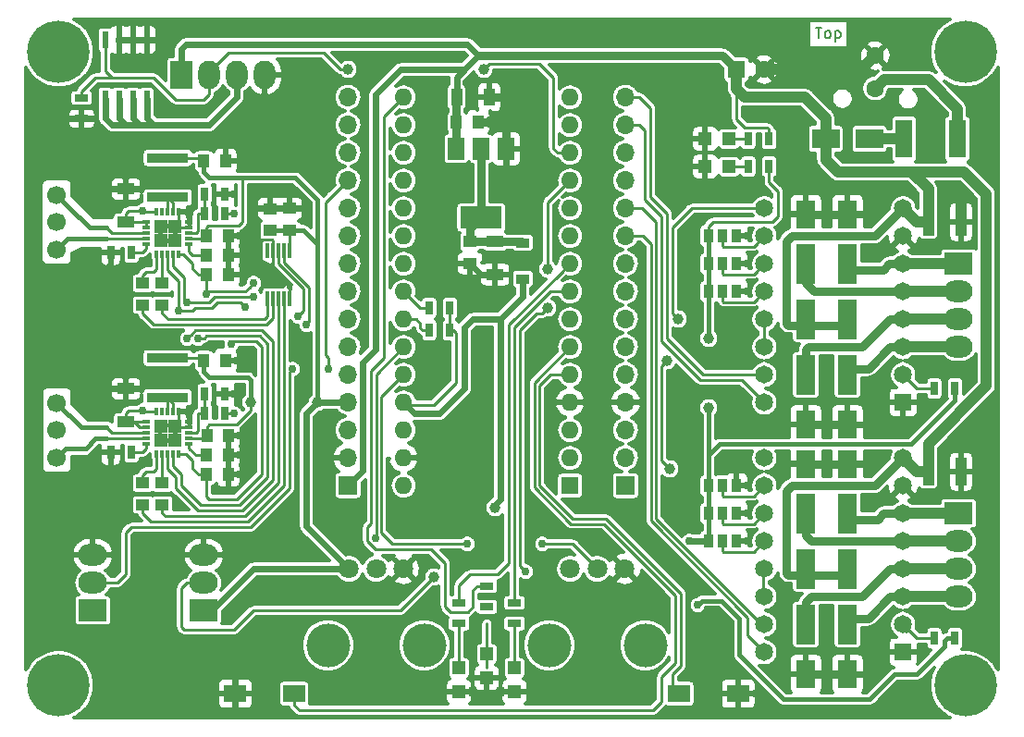
<source format=gbr>
G04 #@! TF.GenerationSoftware,KiCad,Pcbnew,(2018-01-19 revision 673f03e59)-master*
G04 #@! TF.CreationDate,2018-01-28T16:50:16+01:00*
G04 #@! TF.ProjectId,microman-kit,6D6963726F6D616E2D6B69742E6B6963,r1*
G04 #@! TF.SameCoordinates,Original*
G04 #@! TF.FileFunction,Copper,L1,Top,Signal*
G04 #@! TF.FilePolarity,Positive*
%FSLAX46Y46*%
G04 Gerber Fmt 4.6, Leading zero omitted, Abs format (unit mm)*
G04 Created by KiCad (PCBNEW (2018-01-19 revision 673f03e59)-master) date Sun Jan 28 16:50:16 2018*
%MOMM*%
%LPD*%
G01*
G04 APERTURE LIST*
%ADD10C,0.200000*%
%ADD11R,1.200000X1.200000*%
%ADD12R,0.700000X1.300000*%
%ADD13R,2.000000X2.600000*%
%ADD14O,2.000000X2.600000*%
%ADD15R,0.600000X1.550000*%
%ADD16R,1.200000X0.900000*%
%ADD17C,1.651000*%
%ADD18R,1.500000X1.500000*%
%ADD19C,1.600000*%
%ADD20R,2.600000X2.000000*%
%ADD21O,2.600000X2.000000*%
%ADD22R,1.250000X1.000000*%
%ADD23R,1.000000X1.250000*%
%ADD24R,1.600000X1.000000*%
%ADD25R,0.970000X1.270000*%
%ADD26R,1.000000X2.500000*%
%ADD27R,1.800000X2.500000*%
%ADD28C,5.700000*%
%ADD29R,2.500000X1.800000*%
%ADD30R,3.800000X2.000000*%
%ADD31R,1.500000X2.000000*%
%ADD32R,1.250000X1.250000*%
%ADD33R,0.300000X0.730000*%
%ADD34R,0.730000X0.300000*%
%ADD35C,1.800000*%
%ADD36C,4.000000*%
%ADD37R,1.600000X1.600000*%
%ADD38R,1.600000X3.500000*%
%ADD39R,1.300000X0.700000*%
%ADD40C,1.699260*%
%ADD41R,1.700000X1.700000*%
%ADD42O,1.700000X1.700000*%
%ADD43R,2.000000X1.600000*%
%ADD44O,1.600000X1.600000*%
%ADD45R,3.800000X0.900000*%
%ADD46R,0.300000X1.400000*%
%ADD47R,1.000000X1.600000*%
%ADD48C,0.750000*%
%ADD49C,1.000000*%
%ADD50C,1.250000*%
%ADD51C,0.250000*%
%ADD52C,0.400000*%
%ADD53C,0.600000*%
%ADD54C,1.000000*%
%ADD55C,0.750000*%
%ADD56C,0.300000*%
G04 APERTURE END LIST*
D10*
X169783238Y-67252380D02*
X170354666Y-67252380D01*
X170068952Y-68252380D02*
X170068952Y-67252380D01*
X170830857Y-68252380D02*
X170735619Y-68204761D01*
X170688000Y-68157142D01*
X170640380Y-68061904D01*
X170640380Y-67776190D01*
X170688000Y-67680952D01*
X170735619Y-67633333D01*
X170830857Y-67585714D01*
X170973714Y-67585714D01*
X171068952Y-67633333D01*
X171116571Y-67680952D01*
X171164190Y-67776190D01*
X171164190Y-68061904D01*
X171116571Y-68157142D01*
X171068952Y-68204761D01*
X170973714Y-68252380D01*
X170830857Y-68252380D01*
X171592761Y-67585714D02*
X171592761Y-68585714D01*
X171592761Y-67633333D02*
X171688000Y-67585714D01*
X171878476Y-67585714D01*
X171973714Y-67633333D01*
X172021333Y-67680952D01*
X172068952Y-67776190D01*
X172068952Y-68061904D01*
X172021333Y-68157142D01*
X171973714Y-68204761D01*
X171878476Y-68252380D01*
X171688000Y-68252380D01*
X171592761Y-68204761D01*
D11*
X159682000Y-80010000D03*
X161882000Y-80010000D03*
X161882000Y-77470000D03*
X159682000Y-77470000D03*
D12*
X163642000Y-80010000D03*
X165542000Y-80010000D03*
X165542000Y-77470000D03*
X163642000Y-77470000D03*
D13*
X111760000Y-71628000D03*
D14*
X114300000Y-71628000D03*
X116840000Y-71628000D03*
X119380000Y-71628000D03*
D15*
X108585000Y-68420000D03*
X107315000Y-68420000D03*
X106045000Y-68420000D03*
X104775000Y-68420000D03*
X104775000Y-73820000D03*
X106045000Y-73820000D03*
X107315000Y-73820000D03*
X108585000Y-73820000D03*
D16*
X143002000Y-90296000D03*
X143002000Y-86996000D03*
D17*
X165100000Y-124460000D03*
X165100000Y-121920000D03*
X165100000Y-119380000D03*
X165100000Y-116840000D03*
X165100000Y-114300000D03*
X165100000Y-111760000D03*
X165100000Y-109220000D03*
X165100000Y-106680000D03*
X177800000Y-106680000D03*
X177800000Y-109220000D03*
X177800000Y-111760000D03*
X177800000Y-114300000D03*
X177800000Y-116840000D03*
X177800000Y-119380000D03*
X177800000Y-121920000D03*
D18*
X177800000Y-124460000D03*
D17*
X165100000Y-101600000D03*
X165100000Y-99060000D03*
X165100000Y-96520000D03*
X165100000Y-93980000D03*
X165100000Y-91440000D03*
X165100000Y-88900000D03*
X165100000Y-86360000D03*
X165100000Y-83820000D03*
X177800000Y-83820000D03*
X177800000Y-86360000D03*
X177800000Y-88900000D03*
X177800000Y-91440000D03*
X177800000Y-93980000D03*
X177800000Y-96520000D03*
X177800000Y-99060000D03*
D18*
X177800000Y-101600000D03*
D19*
X175260000Y-69850000D03*
X175260000Y-72850000D03*
D20*
X103632000Y-120650000D03*
D21*
X103632000Y-118110000D03*
X103632000Y-115570000D03*
X113792000Y-115570000D03*
X113792000Y-118110000D03*
D20*
X113792000Y-120650000D03*
D22*
X119888000Y-85852000D03*
X119888000Y-83852000D03*
D23*
X116062000Y-88138000D03*
X114062000Y-88138000D03*
X114062000Y-106426000D03*
X116062000Y-106426000D03*
X114078000Y-104648000D03*
X116078000Y-104648000D03*
X113808000Y-97790000D03*
X115808000Y-97790000D03*
X114062000Y-108204000D03*
X116062000Y-108204000D03*
X113808000Y-79502000D03*
X115808000Y-79502000D03*
X114062000Y-86360000D03*
X116062000Y-86360000D03*
X116062000Y-89916000D03*
X114062000Y-89916000D03*
D24*
X106680000Y-103354000D03*
X106680000Y-100354000D03*
X106680000Y-82066000D03*
X106680000Y-85066000D03*
D22*
X108204000Y-92694000D03*
X108204000Y-90694000D03*
X109982000Y-108982000D03*
X109982000Y-110982000D03*
X108204000Y-110982000D03*
X108204000Y-108982000D03*
X109982000Y-90694000D03*
X109982000Y-92694000D03*
D24*
X140462000Y-86892000D03*
X140462000Y-89892000D03*
D25*
X162560000Y-111760000D03*
X161290000Y-111760000D03*
X160020000Y-111760000D03*
X160020000Y-114300000D03*
X161290000Y-114300000D03*
X162560000Y-114300000D03*
X162560000Y-88900000D03*
X161290000Y-88900000D03*
X160020000Y-88900000D03*
X160020000Y-91440000D03*
X161290000Y-91440000D03*
X162560000Y-91440000D03*
X162560000Y-109220000D03*
X161290000Y-109220000D03*
X160020000Y-109220000D03*
X160020000Y-86360000D03*
X161290000Y-86360000D03*
X162560000Y-86360000D03*
D26*
X180110000Y-85090000D03*
X183110000Y-85090000D03*
D27*
X172720000Y-84360000D03*
X172720000Y-88360000D03*
X168910000Y-88360000D03*
X168910000Y-84360000D03*
X168910000Y-103600000D03*
X168910000Y-99600000D03*
X172720000Y-99600000D03*
X172720000Y-103600000D03*
X172720000Y-89440000D03*
X172720000Y-93440000D03*
X168910000Y-93440000D03*
X168910000Y-89440000D03*
X168910000Y-98520000D03*
X168910000Y-94520000D03*
X172720000Y-94520000D03*
X172720000Y-98520000D03*
D12*
X182560000Y-100330000D03*
X180660000Y-100330000D03*
D28*
X183500000Y-69500000D03*
X183500000Y-127500000D03*
X100500000Y-69500000D03*
X100500000Y-127500000D03*
D27*
X172720000Y-121380000D03*
X172720000Y-117380000D03*
X172720000Y-126460000D03*
X172720000Y-122460000D03*
X168910000Y-121380000D03*
X168910000Y-117380000D03*
X172720000Y-107220000D03*
X172720000Y-111220000D03*
X168910000Y-107220000D03*
X168910000Y-111220000D03*
X168910000Y-126460000D03*
X168910000Y-122460000D03*
X172720000Y-112300000D03*
X172720000Y-116300000D03*
X168910000Y-112300000D03*
X168910000Y-116300000D03*
D29*
X174720000Y-77470000D03*
X170720000Y-77470000D03*
D20*
X182880000Y-88900000D03*
D21*
X182880000Y-91440000D03*
X182880000Y-93980000D03*
X182880000Y-96520000D03*
D12*
X180660000Y-123190000D03*
X182560000Y-123190000D03*
D30*
X139192000Y-84684000D03*
D31*
X139192000Y-78384000D03*
X136892000Y-78384000D03*
X141492000Y-78384000D03*
D32*
X111115000Y-86731000D03*
X111115000Y-85481000D03*
X109865000Y-86731000D03*
X109865000Y-85481000D03*
D33*
X111490000Y-88071000D03*
X110990000Y-88071000D03*
X110490000Y-88071000D03*
X109990000Y-88071000D03*
X109490000Y-88071000D03*
D34*
X108525000Y-87106000D03*
X108525000Y-86606000D03*
X108525000Y-86106000D03*
X108525000Y-85606000D03*
X108525000Y-85106000D03*
D33*
X109490000Y-84141000D03*
X109990000Y-84141000D03*
X110490000Y-84141000D03*
X110990000Y-84141000D03*
X111490000Y-84141000D03*
D34*
X112455000Y-85106000D03*
X112455000Y-85606000D03*
X112455000Y-86106000D03*
X112455000Y-86606000D03*
X112455000Y-87106000D03*
D35*
X152320000Y-116840000D03*
X149820000Y-116840000D03*
X147320000Y-116840000D03*
D36*
X154220000Y-123840000D03*
X145420000Y-123840000D03*
D12*
X115758000Y-84328000D03*
X113858000Y-84328000D03*
D19*
X165060000Y-71120000D03*
D37*
X162560000Y-71120000D03*
D38*
X182780000Y-77470000D03*
X177900000Y-77470000D03*
D39*
X137160000Y-119954000D03*
X137160000Y-121854000D03*
D40*
X100330000Y-82590641D03*
X100330000Y-85090000D03*
X100330000Y-87589359D03*
X100330000Y-106639359D03*
X100330000Y-104140000D03*
X100330000Y-101640641D03*
D11*
X142240000Y-128100000D03*
X142240000Y-125900000D03*
X139700000Y-126830000D03*
X139700000Y-124630000D03*
X137160000Y-128100000D03*
X137160000Y-125900000D03*
D12*
X113858000Y-102616000D03*
X115758000Y-102616000D03*
X105288000Y-87884000D03*
X107188000Y-87884000D03*
X107188000Y-106172000D03*
X105288000Y-106172000D03*
X115758000Y-82550000D03*
X113858000Y-82550000D03*
X113858000Y-100838000D03*
X115758000Y-100838000D03*
D39*
X139700000Y-120330000D03*
X139700000Y-118430000D03*
X142240000Y-119954000D03*
X142240000Y-121854000D03*
D23*
X136922000Y-75946000D03*
X138922000Y-75946000D03*
D22*
X138176000Y-88884000D03*
X138176000Y-86884000D03*
D20*
X182880000Y-111760000D03*
D21*
X182880000Y-114300000D03*
X182880000Y-116840000D03*
X182880000Y-119380000D03*
D12*
X134432000Y-94996000D03*
X136332000Y-94996000D03*
X136332000Y-92964000D03*
X134432000Y-92964000D03*
D41*
X127000000Y-109220000D03*
D42*
X127000000Y-106680000D03*
X127000000Y-104140000D03*
X127000000Y-101600000D03*
X127000000Y-99060000D03*
X127000000Y-96520000D03*
X127000000Y-93980000D03*
X127000000Y-91440000D03*
X127000000Y-88900000D03*
X127000000Y-86360000D03*
X127000000Y-83820000D03*
X127000000Y-81280000D03*
X127000000Y-78740000D03*
X127000000Y-76200000D03*
X127000000Y-73660000D03*
D41*
X152400000Y-109220000D03*
D42*
X152400000Y-106680000D03*
X152400000Y-104140000D03*
X152400000Y-101600000D03*
X152400000Y-99060000D03*
X152400000Y-96520000D03*
X152400000Y-93980000D03*
X152400000Y-91440000D03*
X152400000Y-88900000D03*
X152400000Y-86360000D03*
X152400000Y-83820000D03*
X152400000Y-81280000D03*
X152400000Y-78740000D03*
X152400000Y-76200000D03*
X152400000Y-73660000D03*
D43*
X122080000Y-128270000D03*
X116680000Y-128270000D03*
X162720000Y-128270000D03*
X157320000Y-128270000D03*
D34*
X112455000Y-105394000D03*
X112455000Y-104894000D03*
X112455000Y-104394000D03*
X112455000Y-103894000D03*
X112455000Y-103394000D03*
D33*
X111490000Y-102429000D03*
X110990000Y-102429000D03*
X110490000Y-102429000D03*
X109990000Y-102429000D03*
X109490000Y-102429000D03*
D34*
X108525000Y-103394000D03*
X108525000Y-103894000D03*
X108525000Y-104394000D03*
X108525000Y-104894000D03*
X108525000Y-105394000D03*
D33*
X109490000Y-106359000D03*
X109990000Y-106359000D03*
X110490000Y-106359000D03*
X110990000Y-106359000D03*
X111490000Y-106359000D03*
D32*
X109865000Y-103769000D03*
X109865000Y-105019000D03*
X111115000Y-103769000D03*
X111115000Y-105019000D03*
D37*
X147320000Y-109220000D03*
D44*
X132080000Y-76200000D03*
X147320000Y-106680000D03*
X132080000Y-78740000D03*
X147320000Y-104140000D03*
X132080000Y-81280000D03*
X147320000Y-101600000D03*
X132080000Y-83820000D03*
X147320000Y-99060000D03*
X132080000Y-86360000D03*
X147320000Y-96520000D03*
X132080000Y-88900000D03*
X147320000Y-93980000D03*
X132080000Y-91440000D03*
X147320000Y-91440000D03*
X132080000Y-93980000D03*
X147320000Y-88900000D03*
X132080000Y-96520000D03*
X147320000Y-86360000D03*
X132080000Y-99060000D03*
X147320000Y-83820000D03*
X132080000Y-101600000D03*
X147320000Y-81280000D03*
X132080000Y-104140000D03*
X147320000Y-78740000D03*
X132080000Y-106680000D03*
X147320000Y-76200000D03*
X132080000Y-109220000D03*
X147320000Y-73660000D03*
X132080000Y-73660000D03*
D45*
X110490000Y-79226000D03*
X110490000Y-82826000D03*
D22*
X121666000Y-85836000D03*
X121666000Y-83836000D03*
D46*
X121650000Y-92116000D03*
X121150000Y-92116000D03*
X120650000Y-92116000D03*
X120150000Y-92116000D03*
X119650000Y-92116000D03*
X119650000Y-87716000D03*
X120150000Y-87716000D03*
X120650000Y-87716000D03*
X121150000Y-87716000D03*
X121650000Y-87716000D03*
D45*
X110490000Y-97536000D03*
X110490000Y-101136000D03*
D47*
X139930000Y-73660000D03*
X136930000Y-73660000D03*
D39*
X102616000Y-75626000D03*
X102616000Y-73726000D03*
D36*
X125180000Y-123840000D03*
X133980000Y-123840000D03*
D35*
X127080000Y-116840000D03*
X129580000Y-116840000D03*
X132080000Y-116840000D03*
D26*
X183110000Y-107950000D03*
X180110000Y-107950000D03*
D48*
X162052000Y-98044000D03*
X102616000Y-76581000D03*
X158242000Y-78740000D03*
X109865000Y-86731000D03*
X111115000Y-86731000D03*
X111115000Y-85481000D03*
X109865000Y-85481000D03*
X117094000Y-86360000D03*
X117094000Y-108204000D03*
X117094000Y-106426000D03*
X117094000Y-104648000D03*
X111115000Y-103769000D03*
X109865000Y-103769000D03*
X109865000Y-105019000D03*
X111115000Y-105019000D03*
X118364000Y-85344000D03*
D49*
X104394000Y-89662000D03*
D48*
X117856000Y-125476000D03*
X108458000Y-66802000D03*
X107188000Y-66802000D03*
X105918000Y-66802000D03*
D49*
X157734000Y-101600000D03*
X175006000Y-126492000D03*
X175006000Y-84328000D03*
X175006000Y-103632000D03*
X175006000Y-107188000D03*
D48*
X164338000Y-128270000D03*
D49*
X140970000Y-128100000D03*
X138430000Y-128100000D03*
D50*
X182118000Y-82042000D03*
D48*
X116840000Y-97790000D03*
X117094000Y-79502000D03*
X106680000Y-81026000D03*
X106680000Y-99314000D03*
X116586000Y-100838000D03*
X116586000Y-82550000D03*
D50*
X140208000Y-75946000D03*
X141478000Y-73660000D03*
X141478000Y-75946000D03*
D48*
X163576000Y-114300000D03*
X163576000Y-111760000D03*
X163576000Y-109220000D03*
X163576000Y-91440000D03*
X163576000Y-88900000D03*
X163576000Y-86360000D03*
D49*
X118110000Y-101600000D03*
X124205998Y-101600000D03*
X160020000Y-102108000D03*
X160020000Y-95757994D03*
X140462000Y-111252000D03*
D48*
X158242000Y-114300000D03*
X159004000Y-120142000D03*
D49*
X156210000Y-97790000D03*
X156464000Y-107696000D03*
X157226000Y-93980000D03*
D48*
X125222000Y-98552000D03*
X121920000Y-98552000D03*
X112268000Y-95758000D03*
X117555580Y-92849261D03*
X111506000Y-93218000D03*
X118364000Y-91948000D03*
X112268000Y-92456000D03*
X113284000Y-95758000D03*
X118364000Y-90678000D03*
X114062000Y-91678000D03*
X116332000Y-96266000D03*
X129540000Y-114046000D03*
X137921984Y-114554000D03*
X144780000Y-114554000D03*
X123190000Y-94488000D03*
X122428000Y-93726000D03*
X143256000Y-117094000D03*
D49*
X145288000Y-92964000D03*
X145288000Y-89408000D03*
X134874000Y-117602000D03*
X127000000Y-71120000D03*
X139446000Y-71120000D03*
D48*
X108204000Y-84074000D03*
X116586000Y-84328000D03*
X108204000Y-102362000D03*
X116586000Y-102616000D03*
D51*
X162052000Y-98044000D02*
X162426999Y-97669001D01*
X102616000Y-75626000D02*
X102616000Y-76581000D01*
X159682000Y-78740000D02*
X159682000Y-80010000D01*
X159682000Y-78320000D02*
X159682000Y-78740000D01*
X159682000Y-78740000D02*
X158242000Y-78740000D01*
X159682000Y-77470000D02*
X159682000Y-78320000D01*
X111490000Y-102429000D02*
X111490000Y-103394000D01*
X111490000Y-103394000D02*
X111115000Y-103769000D01*
X111490000Y-84141000D02*
X111490000Y-85106000D01*
X111490000Y-85106000D02*
X111115000Y-85481000D01*
X112455000Y-85606000D02*
X111240000Y-85606000D01*
X111240000Y-85606000D02*
X111115000Y-85481000D01*
X111115000Y-86731000D02*
X109865000Y-86731000D01*
X111115000Y-85481000D02*
X111115000Y-86731000D01*
X109865000Y-85481000D02*
X111115000Y-85481000D01*
X109865000Y-86731000D02*
X109865000Y-85481000D01*
X116062000Y-86360000D02*
X117094000Y-86360000D01*
X116062000Y-108204000D02*
X117094000Y-108204000D01*
X116062000Y-106426000D02*
X117094000Y-106426000D01*
X116078000Y-104648000D02*
X117094000Y-104648000D01*
X112455000Y-103894000D02*
X111240000Y-103894000D01*
X111240000Y-103894000D02*
X111115000Y-103769000D01*
X111115000Y-105019000D02*
X109865000Y-105019000D01*
X120150000Y-89162000D02*
X121650000Y-90662000D01*
X120150000Y-87716000D02*
X120150000Y-89162000D01*
X121650000Y-90662000D02*
X121650000Y-92116000D01*
X119888000Y-83852000D02*
X121650000Y-83852000D01*
X121650000Y-83852000D02*
X121666000Y-83836000D01*
X118364000Y-84074000D02*
X118586000Y-83852000D01*
X118586000Y-83852000D02*
X119888000Y-83852000D01*
X118364000Y-85344000D02*
X118364000Y-84074000D01*
X119634000Y-86677001D02*
X118935001Y-86677001D01*
X120061001Y-86677001D02*
X119634000Y-86677001D01*
X118935001Y-86677001D02*
X118364000Y-86106000D01*
X118364000Y-86106000D02*
X118364000Y-85344000D01*
X120150000Y-87716000D02*
X120150000Y-86766000D01*
X118935001Y-86677001D02*
X118863999Y-86605999D01*
X120150000Y-86766000D02*
X120061001Y-86677001D01*
X118863999Y-86605999D02*
X118364000Y-86106000D01*
D52*
X116062000Y-88138000D02*
X116062000Y-86360000D01*
X116062000Y-89916000D02*
X116062000Y-88138000D01*
X105288000Y-88768000D02*
X104394000Y-89662000D01*
X105288000Y-87884000D02*
X105288000Y-88768000D01*
D51*
X116680000Y-126652000D02*
X117856000Y-125476000D01*
X116680000Y-128270000D02*
X116680000Y-126652000D01*
X108585000Y-66929000D02*
X108458000Y-66802000D01*
X108585000Y-68420000D02*
X108585000Y-66929000D01*
X107315000Y-68420000D02*
X107315000Y-66929000D01*
X107315000Y-66929000D02*
X107188000Y-66802000D01*
X106045000Y-66929000D02*
X105918000Y-66802000D01*
X106045000Y-68420000D02*
X106045000Y-66929000D01*
D53*
X174974000Y-126460000D02*
X175006000Y-126492000D01*
X172720000Y-126460000D02*
X174974000Y-126460000D01*
X174974000Y-84360000D02*
X175006000Y-84328000D01*
X172720000Y-84360000D02*
X174974000Y-84360000D01*
X174974000Y-103600000D02*
X175006000Y-103632000D01*
X172720000Y-103600000D02*
X174974000Y-103600000D01*
X174974000Y-107220000D02*
X175006000Y-107188000D01*
X172720000Y-107220000D02*
X174974000Y-107220000D01*
D51*
X162720000Y-128270000D02*
X164338000Y-128270000D01*
X140970000Y-128100000D02*
X142240000Y-128100000D01*
X139700000Y-128100000D02*
X140970000Y-128100000D01*
X138430000Y-128100000D02*
X139700000Y-128100000D01*
X137160000Y-128100000D02*
X138430000Y-128100000D01*
X116062000Y-108204000D02*
X116062000Y-106426000D01*
D54*
X183110000Y-83034000D02*
X182118000Y-82042000D01*
X183110000Y-85090000D02*
X183110000Y-83034000D01*
X165060000Y-71120000D02*
X173990000Y-71120000D01*
X173990000Y-71120000D02*
X175260000Y-69850000D01*
D51*
X115808000Y-97790000D02*
X116840000Y-97790000D01*
X116062000Y-79502000D02*
X117094000Y-79502000D01*
X106680000Y-82066000D02*
X106680000Y-81026000D01*
X106680000Y-100354000D02*
X106680000Y-99314000D01*
X115758000Y-100838000D02*
X116586000Y-100838000D01*
X116062000Y-106426000D02*
X116062000Y-104664000D01*
X116062000Y-104664000D02*
X116078000Y-104648000D01*
X112455000Y-103894000D02*
X112455000Y-103394000D01*
X115758000Y-82550000D02*
X116586000Y-82550000D01*
X112455000Y-85606000D02*
X112455000Y-85106000D01*
X111490000Y-84141000D02*
X112024000Y-84141000D01*
X112024000Y-84141000D02*
X112455000Y-84572000D01*
X112455000Y-84572000D02*
X112455000Y-85106000D01*
D53*
X140462000Y-89892000D02*
X139184000Y-89892000D01*
X139184000Y-89892000D02*
X138176000Y-88884000D01*
D55*
X141478000Y-73660000D02*
X141478000Y-75946000D01*
X138922000Y-75946000D02*
X140208000Y-75946000D01*
X141478000Y-73660000D02*
X139930000Y-73660000D01*
X141492000Y-75960000D02*
X141478000Y-75946000D01*
X141492000Y-78384000D02*
X141492000Y-75960000D01*
D51*
X162560000Y-114300000D02*
X163576000Y-114300000D01*
X162560000Y-111760000D02*
X163576000Y-111760000D01*
X162560000Y-109220000D02*
X163576000Y-109220000D01*
X162560000Y-91440000D02*
X163576000Y-91440000D01*
X162560000Y-88900000D02*
X163576000Y-88900000D01*
X162560000Y-86360000D02*
X163576000Y-86360000D01*
D55*
X168910000Y-126460000D02*
X172720000Y-126460000D01*
X168910000Y-107220000D02*
X172720000Y-107220000D01*
X168910000Y-103600000D02*
X172720000Y-103600000D01*
X168910000Y-84360000D02*
X172720000Y-84360000D01*
D51*
X116785106Y-103632000D02*
X118110000Y-102307106D01*
X114078000Y-103854000D02*
X114300000Y-103632000D01*
X114300000Y-103632000D02*
X116785106Y-103632000D01*
D52*
X114307000Y-99314000D02*
X113808000Y-98815000D01*
D51*
X114078000Y-104648000D02*
X114078000Y-103854000D01*
D52*
X113808000Y-98815000D02*
X113808000Y-97790000D01*
X117856000Y-99314000D02*
X114307000Y-99314000D01*
X118110000Y-99568000D02*
X117856000Y-99314000D01*
D51*
X118110000Y-102307106D02*
X118110000Y-101600000D01*
D52*
X118110000Y-101600000D02*
X118110000Y-99568000D01*
D51*
X160405000Y-85090000D02*
X160020000Y-85475000D01*
X166370000Y-82296000D02*
X166370000Y-84582000D01*
X165862000Y-85090000D02*
X160405000Y-85090000D01*
X166370000Y-84582000D02*
X165862000Y-85090000D01*
X165542000Y-80010000D02*
X165542000Y-81468000D01*
X165542000Y-81468000D02*
X166370000Y-82296000D01*
X160020000Y-85475000D02*
X160020000Y-86360000D01*
X141732000Y-116332000D02*
X141732000Y-94488000D01*
X138176000Y-117348000D02*
X140716000Y-117348000D01*
X140716000Y-117348000D02*
X141732000Y-116332000D01*
X137160000Y-118364000D02*
X138176000Y-117348000D01*
X137160000Y-119954000D02*
X137160000Y-118364000D01*
X110998000Y-106982000D02*
X110990000Y-106974000D01*
X119634000Y-108458000D02*
X117094000Y-110998000D01*
X119634000Y-96266000D02*
X119634000Y-108458000D01*
X113538000Y-110998000D02*
X111760000Y-109220000D01*
X118894330Y-95526330D02*
X119634000Y-96266000D01*
X113284000Y-95758000D02*
X113814330Y-95758000D01*
X111760000Y-109220000D02*
X111760000Y-108204000D01*
X113814330Y-95758000D02*
X114046000Y-95526330D01*
X110990000Y-106974000D02*
X110990000Y-106359000D01*
X114046000Y-95526330D02*
X118894330Y-95526330D01*
X117094000Y-110998000D02*
X113538000Y-110998000D01*
X111760000Y-108204000D02*
X110998000Y-107442000D01*
X110998000Y-107442000D02*
X110998000Y-106982000D01*
X116586000Y-96012000D02*
X116332000Y-96266000D01*
X118618000Y-96012000D02*
X116586000Y-96012000D01*
X119126000Y-96520000D02*
X118618000Y-96012000D01*
X119126000Y-108204000D02*
X119126000Y-96520000D01*
X114300000Y-110490000D02*
X116840000Y-110490000D01*
X114062000Y-110252000D02*
X114300000Y-110490000D01*
X114062000Y-108204000D02*
X114062000Y-110252000D01*
X116840000Y-110490000D02*
X119126000Y-108204000D01*
X138430000Y-120324000D02*
X138430000Y-118800000D01*
X138430000Y-118800000D02*
X138800000Y-118430000D01*
X138800000Y-118430000D02*
X139700000Y-118430000D01*
X138430000Y-120324000D02*
X137976998Y-120777002D01*
X163322000Y-76454000D02*
X162560000Y-75692000D01*
X162560000Y-75692000D02*
X162560000Y-71120000D01*
X165426000Y-76454000D02*
X163322000Y-76454000D01*
X165542000Y-77470000D02*
X165542000Y-76570000D01*
X165542000Y-76570000D02*
X165426000Y-76454000D01*
X142240000Y-125900000D02*
X142240000Y-125050000D01*
X142240000Y-125050000D02*
X142240000Y-121854000D01*
D54*
X177900000Y-77470000D02*
X174720000Y-77470000D01*
D52*
X124460000Y-101600000D02*
X124206000Y-101346000D01*
X127000000Y-101600000D02*
X124460000Y-101600000D01*
X124206000Y-101346000D02*
X124206000Y-87630000D01*
X127000000Y-101600000D02*
X124205998Y-101600000D01*
D51*
X121650000Y-87716000D02*
X121650000Y-85852000D01*
X121650000Y-85852000D02*
X121666000Y-85836000D01*
X114062000Y-85582000D02*
X114234001Y-85409999D01*
X114062000Y-86598000D02*
X114062000Y-85582000D01*
X114234001Y-85409999D02*
X117028001Y-85409999D01*
X117348000Y-85090000D02*
X117348000Y-81026000D01*
X117028001Y-85409999D02*
X117348000Y-85090000D01*
D52*
X117348000Y-81026000D02*
X114300000Y-81026000D01*
X122174000Y-81026000D02*
X117348000Y-81026000D01*
X114300000Y-81026000D02*
X113808000Y-80534000D01*
X113808000Y-80534000D02*
X113808000Y-79502000D01*
X124206000Y-83058000D02*
X122174000Y-81026000D01*
X124206000Y-87630000D02*
X124206000Y-87122000D01*
X124206000Y-87630000D02*
X124206000Y-83058000D01*
X121666000Y-85836000D02*
X119904000Y-85836000D01*
X119904000Y-85836000D02*
X119888000Y-85852000D01*
X124206000Y-87122000D02*
X122920000Y-85836000D01*
X122920000Y-85836000D02*
X121666000Y-85836000D01*
D53*
X120396000Y-116840000D02*
X118872000Y-116840000D01*
X127080000Y-116840000D02*
X120396000Y-116840000D01*
X120396000Y-116840000D02*
X118364000Y-116840000D01*
X118364000Y-116840000D02*
X114554000Y-120650000D01*
X140462000Y-110998000D02*
X140970000Y-110490000D01*
X140462000Y-111252000D02*
X140462000Y-110998000D01*
X140970000Y-110490000D02*
X140970000Y-102870000D01*
D52*
X160020000Y-106426000D02*
X160020000Y-102108000D01*
X160020000Y-91440000D02*
X160020000Y-95757994D01*
X181610000Y-123952000D02*
X179070000Y-126492000D01*
X177038000Y-126492000D02*
X174752000Y-128778000D01*
X181610000Y-123390000D02*
X181610000Y-123952000D01*
X179070000Y-126492000D02*
X177038000Y-126492000D01*
X162814000Y-121412000D02*
X161169001Y-119767001D01*
X182560000Y-123190000D02*
X181810000Y-123190000D01*
X181810000Y-123190000D02*
X181610000Y-123390000D01*
X174752000Y-128778000D02*
X166878000Y-128778000D01*
X166878000Y-128778000D02*
X162814000Y-124714000D01*
X162814000Y-124714000D02*
X162814000Y-121412000D01*
X159378999Y-119767001D02*
X159004000Y-120142000D01*
X161169001Y-119767001D02*
X159378999Y-119767001D01*
D53*
X140970000Y-93980000D02*
X143002000Y-91948000D01*
X143002000Y-91948000D02*
X143002000Y-90296000D01*
X133096000Y-102616000D02*
X135382000Y-102616000D01*
X135382000Y-102616000D02*
X137668000Y-100330000D01*
X138430000Y-93980000D02*
X140970000Y-93980000D01*
X132080000Y-101600000D02*
X133096000Y-102616000D01*
X137668000Y-100330000D02*
X137668000Y-94742000D01*
X137668000Y-94742000D02*
X138430000Y-93980000D01*
X140970000Y-102870000D02*
X140970000Y-102362000D01*
X140970000Y-102870000D02*
X140970000Y-93980000D01*
D52*
X160020000Y-88900000D02*
X160020000Y-91440000D01*
X160020000Y-89662000D02*
X160020000Y-88900000D01*
X160020000Y-86360000D02*
X160020000Y-89662000D01*
X160020000Y-111760000D02*
X160020000Y-114300000D01*
X160020000Y-109220000D02*
X160020000Y-111760000D01*
D53*
X158242000Y-114300000D02*
X160020000Y-114300000D01*
X123190000Y-102616000D02*
X123190000Y-112950000D01*
X123190000Y-112950000D02*
X127080000Y-116840000D01*
X127000000Y-101600000D02*
X124206000Y-101600000D01*
X124206000Y-101600000D02*
X123190000Y-102616000D01*
D52*
X161036000Y-105410000D02*
X160020000Y-106426000D01*
X182560000Y-101380000D02*
X178530000Y-105410000D01*
X160020000Y-106426000D02*
X160020000Y-109220000D01*
X182560000Y-100330000D02*
X182560000Y-101380000D01*
X178530000Y-105410000D02*
X161036000Y-105410000D01*
D51*
X132334000Y-101854000D02*
X134874000Y-101854000D01*
X132080000Y-101600000D02*
X132334000Y-101854000D01*
X136906000Y-95250000D02*
X136652000Y-94996000D01*
X134874000Y-101854000D02*
X136906000Y-99822000D01*
X136906000Y-99822000D02*
X136906000Y-95250000D01*
X136652000Y-94996000D02*
X136332000Y-94996000D01*
D52*
X160020000Y-109220000D02*
X160020000Y-110255000D01*
X160020000Y-110255000D02*
X160020000Y-114300000D01*
D51*
X136332000Y-94996000D02*
X136332000Y-92964000D01*
X110490000Y-97536000D02*
X113554000Y-97536000D01*
X113554000Y-97536000D02*
X113808000Y-97790000D01*
X110490000Y-79226000D02*
X113786000Y-79226000D01*
X113786000Y-79226000D02*
X114062000Y-79502000D01*
X112455000Y-104894000D02*
X113832000Y-104894000D01*
X113832000Y-104894000D02*
X114078000Y-104648000D01*
X112455000Y-86606000D02*
X113816000Y-86606000D01*
X113816000Y-86606000D02*
X114062000Y-86360000D01*
X108204000Y-111760000D02*
X108204000Y-110982000D01*
X117856000Y-112522000D02*
X108966000Y-112522000D01*
X108966000Y-112522000D02*
X108204000Y-111760000D01*
X121150000Y-109228000D02*
X117856000Y-112522000D01*
X121150000Y-92116000D02*
X121150000Y-109228000D01*
X109982000Y-111732000D02*
X110264000Y-112014000D01*
X110264000Y-112014000D02*
X117602000Y-112014000D01*
X109982000Y-110982000D02*
X109982000Y-111732000D01*
X117602000Y-112014000D02*
X120650000Y-108966000D01*
X120650000Y-108966000D02*
X120650000Y-92116000D01*
X108204000Y-93472000D02*
X109162011Y-94430011D01*
X108204000Y-92694000D02*
X108204000Y-93472000D01*
X120150000Y-93066000D02*
X120150000Y-92116000D01*
X109162011Y-94430011D02*
X119566400Y-94430011D01*
X119566400Y-94430011D02*
X120150000Y-93846411D01*
X120150000Y-93846411D02*
X120150000Y-93066000D01*
X119380000Y-93980000D02*
X119650000Y-93710000D01*
X119650000Y-93710000D02*
X119650000Y-92116000D01*
X110518000Y-93980000D02*
X119380000Y-93980000D01*
X109982000Y-92694000D02*
X109982000Y-93444000D01*
X109982000Y-93444000D02*
X110518000Y-93980000D01*
D52*
X104902000Y-103886000D02*
X102575359Y-103886000D01*
X102575359Y-103886000D02*
X100330000Y-101640641D01*
D51*
X105410000Y-104394000D02*
X104902000Y-103886000D01*
X108525000Y-104394000D02*
X105410000Y-104394000D01*
D52*
X102998270Y-105789730D02*
X103894000Y-104894000D01*
X103894000Y-104894000D02*
X104910000Y-104894000D01*
X100330000Y-106639359D02*
X101179629Y-105789730D01*
X101179629Y-105789730D02*
X102998270Y-105789730D01*
D51*
X108525000Y-104894000D02*
X104910000Y-104894000D01*
D52*
X104910000Y-86606000D02*
X101313359Y-86606000D01*
X101313359Y-86606000D02*
X100330000Y-87589359D01*
D51*
X108525000Y-86606000D02*
X104910000Y-86606000D01*
D52*
X102362000Y-84622641D02*
X100330000Y-82590641D01*
X104902000Y-85598000D02*
X103378000Y-85598000D01*
X102362000Y-84622641D02*
X102402641Y-84622641D01*
X102402641Y-84622641D02*
X103378000Y-85598000D01*
D51*
X105405009Y-86101009D02*
X104902000Y-85598000D01*
X105410000Y-86101009D02*
X105405009Y-86101009D01*
X107905009Y-86101009D02*
X105410000Y-86101009D01*
X108525000Y-86106000D02*
X107910000Y-86106000D01*
X107910000Y-86106000D02*
X107905009Y-86101009D01*
X156718000Y-127668000D02*
X157320000Y-128270000D01*
X156718000Y-126492000D02*
X156718000Y-127668000D01*
X157480000Y-119126000D02*
X157480000Y-125730000D01*
X150622000Y-112268000D02*
X157480000Y-119126000D01*
X157480000Y-125730000D02*
X156718000Y-126492000D01*
X145542000Y-99060000D02*
X144526000Y-100076000D01*
X144526000Y-109220000D02*
X147574000Y-112268000D01*
X147320000Y-99060000D02*
X145542000Y-99060000D01*
X144526000Y-100076000D02*
X144526000Y-109220000D01*
X147574000Y-112268000D02*
X150622000Y-112268000D01*
X156972000Y-119254410D02*
X156972000Y-125476000D01*
X147387600Y-112718011D02*
X150435601Y-112718011D01*
X144075989Y-109406400D02*
X147387600Y-112718011D01*
X150435601Y-112718011D02*
X156972000Y-119254410D01*
X144075989Y-99764011D02*
X144075989Y-109406400D01*
X147320000Y-96520000D02*
X144075989Y-99764011D01*
X156972000Y-125476000D02*
X155702000Y-126746000D01*
X155702000Y-126746000D02*
X155702000Y-129032000D01*
X155702000Y-129032000D02*
X154940000Y-129794000D01*
X122554000Y-129794000D02*
X122080000Y-129320000D01*
X154940000Y-129794000D02*
X122554000Y-129794000D01*
X122080000Y-129320000D02*
X122080000Y-128270000D01*
X155702000Y-106934000D02*
X156464000Y-107696000D01*
X156210000Y-97790000D02*
X155702000Y-98298000D01*
X155702000Y-98298000D02*
X155702000Y-106934000D01*
X158496000Y-83820000D02*
X156718000Y-85598000D01*
X165100000Y-83820000D02*
X158496000Y-83820000D01*
X156718000Y-85598000D02*
X156718000Y-93472000D01*
X156718000Y-93472000D02*
X157226000Y-93980000D01*
X147320000Y-91440000D02*
X145542000Y-91440000D01*
X145542000Y-91440000D02*
X142240000Y-94742000D01*
X142240000Y-94742000D02*
X142240000Y-119954000D01*
X146520001Y-89699999D02*
X147320000Y-88900000D01*
X141732000Y-94488000D02*
X146520001Y-89699999D01*
X137160000Y-119954000D02*
X137160000Y-119354000D01*
X153981989Y-86360000D02*
X154743989Y-87122000D01*
X152400000Y-86360000D02*
X153981989Y-86360000D01*
X154743989Y-112454400D02*
X163576000Y-121286411D01*
X154743989Y-87122000D02*
X154743989Y-112454400D01*
X163576000Y-121286411D02*
X163576000Y-122936000D01*
X163576000Y-122936000D02*
X165100000Y-124460000D01*
X153924000Y-83820000D02*
X152400000Y-83820000D01*
X155194000Y-112268000D02*
X155194000Y-85090000D01*
X165100000Y-121920000D02*
X164846000Y-121920000D01*
X155194000Y-85090000D02*
X153924000Y-83820000D01*
X164846000Y-121920000D02*
X155194000Y-112268000D01*
X153670000Y-76200000D02*
X152400000Y-76200000D01*
X154178000Y-76708000D02*
X153670000Y-76200000D01*
X154178000Y-83058000D02*
X154178000Y-76708000D01*
X155702000Y-84582000D02*
X154178000Y-83058000D01*
X159258000Y-99568000D02*
X155702000Y-96012000D01*
X165100000Y-101600000D02*
X163068000Y-99568000D01*
X155702000Y-96012000D02*
X155702000Y-84582000D01*
X163068000Y-99568000D02*
X159258000Y-99568000D01*
X154686000Y-74676000D02*
X154686000Y-82804000D01*
X156210000Y-95758000D02*
X159512000Y-99060000D01*
X154686000Y-82804000D02*
X156210000Y-84328000D01*
X152400000Y-73660000D02*
X153670000Y-73660000D01*
X153670000Y-73660000D02*
X154686000Y-74676000D01*
X159512000Y-99060000D02*
X165100000Y-99060000D01*
X156210000Y-84328000D02*
X156210000Y-95758000D01*
X106680000Y-113538000D02*
X106680000Y-117348000D01*
X107188000Y-113030000D02*
X106680000Y-113538000D01*
X121920000Y-98552000D02*
X121666000Y-98806000D01*
X118110000Y-113030000D02*
X107188000Y-113030000D01*
X106680000Y-117348000D02*
X105918000Y-118110000D01*
X121666000Y-109474000D02*
X118110000Y-113030000D01*
X105918000Y-118110000D02*
X103632000Y-118110000D01*
X121666000Y-98806000D02*
X121666000Y-109474000D01*
X125222000Y-98552000D02*
X125222000Y-97536000D01*
X125222000Y-97536000D02*
X124968000Y-97282000D01*
X124968000Y-97282000D02*
X124968000Y-83312000D01*
X124968000Y-83312000D02*
X125476000Y-82804000D01*
X125476000Y-82804000D02*
X127000000Y-81280000D01*
X113284000Y-111506000D02*
X117348000Y-111506000D01*
X110490000Y-106359000D02*
X110490000Y-107696000D01*
X111252000Y-109474000D02*
X113284000Y-111506000D01*
X119126000Y-94996000D02*
X113030000Y-94996000D01*
X113030000Y-94996000D02*
X112642999Y-95383001D01*
X110490000Y-107696000D02*
X111252000Y-108458000D01*
X111252000Y-108458000D02*
X111252000Y-109474000D01*
X117348000Y-111506000D02*
X120142000Y-108712000D01*
X120142000Y-108712000D02*
X120142000Y-96012000D01*
X120142000Y-96012000D02*
X119126000Y-94996000D01*
X112642999Y-95383001D02*
X112268000Y-95758000D01*
X112776000Y-93218000D02*
X113030000Y-92964000D01*
X111506000Y-93218000D02*
X112776000Y-93218000D01*
X115062000Y-92456000D02*
X117162319Y-92456000D01*
X113030000Y-92964000D02*
X114554000Y-92964000D01*
X114554000Y-92964000D02*
X115062000Y-92456000D01*
X117162319Y-92456000D02*
X117555580Y-92849261D01*
X110490000Y-88071000D02*
X110490000Y-89491998D01*
X110490000Y-89491998D02*
X111506000Y-90507998D01*
X111506000Y-90507998D02*
X111506000Y-93218000D01*
X114300000Y-92456000D02*
X114808000Y-91948000D01*
X112268000Y-92456000D02*
X114300000Y-92456000D01*
X114808000Y-91948000D02*
X117833670Y-91948000D01*
X117833670Y-91948000D02*
X118364000Y-91948000D01*
X112014000Y-92202000D02*
X112268000Y-92456000D01*
X110990000Y-89146000D02*
X112014000Y-90170000D01*
X110990000Y-88071000D02*
X110990000Y-89146000D01*
X112014000Y-90170000D02*
X112014000Y-92202000D01*
X114300000Y-91440000D02*
X117602000Y-91440000D01*
X114062000Y-91678000D02*
X114300000Y-91440000D01*
X117989001Y-91052999D02*
X118364000Y-90678000D01*
X117602000Y-91440000D02*
X117989001Y-91052999D01*
X114062000Y-89916000D02*
X114062000Y-91678000D01*
X129580000Y-114006000D02*
X129540000Y-114046000D01*
X129580000Y-113538000D02*
X129580000Y-114006000D01*
X129580000Y-112522000D02*
X129580000Y-99020000D01*
X129580000Y-112522000D02*
X129580000Y-113538000D01*
X132080000Y-99060000D02*
X130048000Y-101092000D01*
X130048000Y-113538000D02*
X131063984Y-114553984D01*
X130048000Y-101092000D02*
X130048000Y-113538000D01*
X131063984Y-114553984D02*
X137921968Y-114553984D01*
X137921968Y-114553984D02*
X137921984Y-114554000D01*
X144780000Y-114554000D02*
X144779992Y-114554000D01*
X147534000Y-114554000D02*
X144780000Y-114554000D01*
X149820000Y-116840000D02*
X147534000Y-114554000D01*
X137414000Y-114554000D02*
X137921984Y-114554000D01*
X136398000Y-120777002D02*
X135890000Y-120269002D01*
X134620000Y-115062000D02*
X129540000Y-115062000D01*
X137976998Y-120777002D02*
X136398000Y-120777002D01*
X129129990Y-112678010D02*
X128778000Y-113030000D01*
X135890000Y-120269002D02*
X135890000Y-116332000D01*
X135890000Y-116332000D02*
X134620000Y-115062000D01*
X129540000Y-115062000D02*
X128778000Y-114300000D01*
X128778000Y-114300000D02*
X128778000Y-113030000D01*
X129129990Y-98669012D02*
X130302000Y-97497002D01*
X129129990Y-110998000D02*
X129129990Y-112678010D01*
X130302000Y-97497002D02*
X130302000Y-75438000D01*
X129129990Y-110998000D02*
X129129990Y-98669012D01*
X130302000Y-75438000D02*
X132080000Y-73660000D01*
X121150000Y-88763590D02*
X123444000Y-91057590D01*
X121150000Y-87716000D02*
X121150000Y-88763590D01*
X123444000Y-91057590D02*
X123444000Y-94234000D01*
X123444000Y-94234000D02*
X123190000Y-94488000D01*
X133604000Y-94372630D02*
X133604000Y-94768000D01*
X133604000Y-94768000D02*
X133832000Y-94996000D01*
X133832000Y-94996000D02*
X134432000Y-94996000D01*
X132080000Y-93980000D02*
X133211370Y-93980000D01*
X133211370Y-93980000D02*
X133604000Y-94372630D01*
X122428000Y-93726000D02*
X122936000Y-93218000D01*
X120650000Y-88900000D02*
X120650000Y-87716000D01*
X122936000Y-93218000D02*
X122936000Y-91186000D01*
X122936000Y-91186000D02*
X120650000Y-88900000D01*
X132080000Y-91440000D02*
X133604000Y-92964000D01*
X133604000Y-92964000D02*
X134432000Y-92964000D01*
D53*
X137922000Y-68834000D02*
X112146000Y-68834000D01*
X138938000Y-69850000D02*
X137922000Y-68834000D01*
X112146000Y-68834000D02*
X111760000Y-69220000D01*
X111760000Y-69220000D02*
X111760000Y-71120000D01*
X137668000Y-71120000D02*
X136930000Y-71858000D01*
X136930000Y-71858000D02*
X136930000Y-73660000D01*
X136892000Y-71120000D02*
X137668000Y-71120000D01*
X137668000Y-71120000D02*
X138938000Y-69850000D01*
X131826000Y-71120000D02*
X136892000Y-71120000D01*
X129540000Y-96774000D02*
X129540000Y-73406000D01*
X128350001Y-97963999D02*
X129540000Y-96774000D01*
X129540000Y-73406000D02*
X131826000Y-71120000D01*
X128350001Y-107869999D02*
X128350001Y-97963999D01*
X127000000Y-109220000D02*
X128350001Y-107869999D01*
D55*
X161290000Y-69850000D02*
X138938000Y-69850000D01*
X162560000Y-71120000D02*
X161290000Y-69850000D01*
D54*
X180110000Y-105386000D02*
X185420000Y-100076000D01*
X180110000Y-107950000D02*
X180110000Y-105386000D01*
X179832000Y-80518000D02*
X178562000Y-80518000D01*
X185420000Y-100076000D02*
X185420000Y-82550000D01*
X185420000Y-82550000D02*
X183388000Y-80518000D01*
X183388000Y-80518000D02*
X179832000Y-80518000D01*
D51*
X109220000Y-107950000D02*
X109490000Y-107680000D01*
X109490000Y-107680000D02*
X109490000Y-106359000D01*
X108486000Y-107950000D02*
X109220000Y-107950000D01*
X108204000Y-108982000D02*
X108204000Y-108232000D01*
X108204000Y-108232000D02*
X108486000Y-107950000D01*
X109982000Y-108982000D02*
X109982000Y-106367000D01*
X109982000Y-106367000D02*
X109990000Y-106359000D01*
X109982000Y-90694000D02*
X109982000Y-88079000D01*
X109982000Y-88079000D02*
X109990000Y-88071000D01*
X108204000Y-90694000D02*
X108204000Y-89944000D01*
X109490000Y-89408000D02*
X109490000Y-88071000D01*
X108204000Y-89944000D02*
X108486000Y-89662000D01*
X108486000Y-89662000D02*
X109236000Y-89662000D01*
X109236000Y-89662000D02*
X109490000Y-89408000D01*
D53*
X107315000Y-73820000D02*
X107315000Y-75565000D01*
X107315000Y-75565000D02*
X107950000Y-76200000D01*
X109220000Y-76200000D02*
X114300000Y-76200000D01*
X107950000Y-76200000D02*
X109220000Y-76200000D01*
X108585000Y-73820000D02*
X108585000Y-75565000D01*
X108585000Y-75565000D02*
X109220000Y-76200000D01*
X106680000Y-76200000D02*
X107950000Y-76200000D01*
X105410000Y-76200000D02*
X106680000Y-76200000D01*
X106045000Y-73820000D02*
X106045000Y-75565000D01*
X106045000Y-75565000D02*
X106680000Y-76200000D01*
X114300000Y-76200000D02*
X116840000Y-73660000D01*
X116840000Y-73660000D02*
X116840000Y-71120000D01*
X104775000Y-75565000D02*
X105410000Y-76200000D01*
X104775000Y-73820000D02*
X104775000Y-75565000D01*
D55*
X140462000Y-86892000D02*
X142898000Y-86892000D01*
X142898000Y-86892000D02*
X143002000Y-86996000D01*
X138176000Y-86884000D02*
X138176000Y-85700000D01*
X138176000Y-85700000D02*
X139192000Y-84684000D01*
X138176000Y-86884000D02*
X140454000Y-86884000D01*
X140454000Y-86884000D02*
X140462000Y-86892000D01*
X139192000Y-84684000D02*
X139192000Y-78384000D01*
D51*
X110990000Y-84141000D02*
X110990000Y-83326000D01*
X110990000Y-83326000D02*
X110490000Y-82826000D01*
X110490000Y-84141000D02*
X110490000Y-82826000D01*
X110990000Y-102429000D02*
X110990000Y-101636000D01*
X110990000Y-101636000D02*
X110490000Y-101136000D01*
X110490000Y-102429000D02*
X110490000Y-101136000D01*
X112014000Y-122428000D02*
X116586000Y-122428000D01*
X111760000Y-122174000D02*
X112014000Y-122428000D01*
X111760000Y-118592000D02*
X111760000Y-122174000D01*
X112242000Y-118110000D02*
X111760000Y-118592000D01*
X116586000Y-122428000D02*
X118364000Y-120650000D01*
X113792000Y-118110000D02*
X112242000Y-118110000D01*
X131826000Y-120650000D02*
X134874000Y-117602000D01*
X118364000Y-120650000D02*
X131826000Y-120650000D01*
X142748000Y-116586000D02*
X143256000Y-117094000D01*
X142748000Y-113030000D02*
X142748000Y-116586000D01*
X144788001Y-93463999D02*
X144280001Y-93463999D01*
X144280001Y-93463999D02*
X142748000Y-94996000D01*
X145288000Y-92964000D02*
X144788001Y-93463999D01*
X142748000Y-94996000D02*
X142748000Y-113030000D01*
X145288000Y-83312000D02*
X145288000Y-89408000D01*
X147320000Y-81280000D02*
X145288000Y-83312000D01*
X146188630Y-78740000D02*
X145796000Y-78347370D01*
X147320000Y-78740000D02*
X146188630Y-78740000D01*
X145796000Y-71882000D02*
X144526000Y-70612000D01*
X144526000Y-70612000D02*
X139954000Y-70612000D01*
X139954000Y-70612000D02*
X139446000Y-71120000D01*
X145796000Y-78347370D02*
X145796000Y-71882000D01*
X124768894Y-69596000D02*
X116032000Y-69596000D01*
X116032000Y-69596000D02*
X114300000Y-71328000D01*
X114300000Y-71328000D02*
X114300000Y-71628000D01*
X127000000Y-71120000D02*
X126292894Y-71120000D01*
X126292894Y-71120000D02*
X124768894Y-69596000D01*
X105664000Y-71882000D02*
X109220000Y-71882000D01*
X105410000Y-71882000D02*
X105664000Y-71882000D01*
X102616000Y-73726000D02*
X102616000Y-73126000D01*
X102616000Y-73126000D02*
X103860000Y-71882000D01*
X103860000Y-71882000D02*
X105664000Y-71882000D01*
X111252000Y-73914000D02*
X113792000Y-73914000D01*
X113792000Y-73914000D02*
X114300000Y-73406000D01*
X104775000Y-68420000D02*
X104775000Y-71247000D01*
X109220000Y-71882000D02*
X111252000Y-73914000D01*
X104775000Y-71247000D02*
X105410000Y-71882000D01*
X114300000Y-73406000D02*
X114300000Y-71120000D01*
X112776000Y-88900000D02*
X111947000Y-88071000D01*
X111947000Y-88071000D02*
X111490000Y-88071000D01*
X112776000Y-89380000D02*
X112776000Y-88900000D01*
X114062000Y-89916000D02*
X113312000Y-89916000D01*
X113312000Y-89916000D02*
X112776000Y-89380000D01*
X112776000Y-106934000D02*
X112201000Y-106359000D01*
X113312000Y-108204000D02*
X112776000Y-107668000D01*
X114062000Y-108204000D02*
X113312000Y-108204000D01*
X112776000Y-107668000D02*
X112776000Y-106934000D01*
X112201000Y-106359000D02*
X111490000Y-106359000D01*
X129580000Y-99020000D02*
X132080000Y-96520000D01*
X137160000Y-125900000D02*
X137160000Y-121854000D01*
X139700000Y-125900000D02*
X139700000Y-125050000D01*
X139700000Y-125050000D02*
X139700000Y-121854000D01*
D54*
X176276000Y-80518000D02*
X178562000Y-80518000D01*
X180110000Y-85090000D02*
X180110000Y-82066000D01*
X180110000Y-82066000D02*
X178562000Y-80518000D01*
X171868000Y-80518000D02*
X176276000Y-80518000D01*
X170720000Y-79370000D02*
X171868000Y-80518000D01*
X170720000Y-77470000D02*
X170720000Y-79370000D01*
X179070000Y-107950000D02*
X180110000Y-107950000D01*
X177800000Y-106680000D02*
X179070000Y-107950000D01*
X179070000Y-85090000D02*
X180110000Y-85090000D01*
X177800000Y-83820000D02*
X179070000Y-85090000D01*
X168810000Y-73660000D02*
X163300000Y-73660000D01*
X163300000Y-73660000D02*
X162560000Y-72920000D01*
X162560000Y-72920000D02*
X162560000Y-71120000D01*
X170720000Y-77470000D02*
X170720000Y-75570000D01*
X170720000Y-75570000D02*
X168810000Y-73660000D01*
D55*
X136922000Y-75946000D02*
X136922000Y-73668000D01*
X136922000Y-73668000D02*
X136930000Y-73660000D01*
X136892000Y-78384000D02*
X136892000Y-75976000D01*
X136892000Y-75976000D02*
X136922000Y-75946000D01*
X168910000Y-94520000D02*
X172720000Y-94520000D01*
X168910000Y-117380000D02*
X172720000Y-117380000D01*
X167640000Y-109220000D02*
X175260000Y-109220000D01*
X175260000Y-109220000D02*
X177800000Y-106680000D01*
X167260000Y-117380000D02*
X167132000Y-117252000D01*
X168910000Y-117380000D02*
X167260000Y-117380000D01*
X167132000Y-117252000D02*
X167132000Y-109728000D01*
X167132000Y-109728000D02*
X167640000Y-109220000D01*
X167260000Y-94520000D02*
X167132000Y-94392000D01*
X167640000Y-86360000D02*
X175260000Y-86360000D01*
X167132000Y-86868000D02*
X167640000Y-86360000D01*
X167132000Y-94392000D02*
X167132000Y-86868000D01*
X175260000Y-86360000D02*
X177800000Y-83820000D01*
X168910000Y-94520000D02*
X167260000Y-94520000D01*
D51*
X177800000Y-121920000D02*
X179070000Y-123190000D01*
X179070000Y-123190000D02*
X180660000Y-123190000D01*
D55*
X176632567Y-119380000D02*
X174632567Y-121380000D01*
X174632567Y-121380000D02*
X172720000Y-121380000D01*
X177800000Y-119380000D02*
X176632567Y-119380000D01*
D54*
X182880000Y-119380000D02*
X177800000Y-119380000D01*
D55*
X168910000Y-119888000D02*
X169418000Y-119380000D01*
X169418000Y-119380000D02*
X174092567Y-119380000D01*
X168910000Y-121380000D02*
X168910000Y-119888000D01*
X176632567Y-116840000D02*
X177800000Y-116840000D01*
X174092567Y-119380000D02*
X176632567Y-116840000D01*
D54*
X177800000Y-116840000D02*
X182880000Y-116840000D01*
D55*
X169418000Y-114300000D02*
X168910000Y-113792000D01*
X177800000Y-114300000D02*
X169418000Y-114300000D01*
X168910000Y-113792000D02*
X168910000Y-112300000D01*
D54*
X182880000Y-114300000D02*
X177800000Y-114300000D01*
X177800000Y-111760000D02*
X182880000Y-111760000D01*
D55*
X176022000Y-111760000D02*
X175482000Y-112300000D01*
X177800000Y-111760000D02*
X176022000Y-111760000D01*
X175482000Y-112300000D02*
X172720000Y-112300000D01*
D54*
X177800000Y-111760000D02*
X182880000Y-111760000D01*
D51*
X165100000Y-109220000D02*
X164139999Y-110180001D01*
X161365001Y-110180001D02*
X161290000Y-110105000D01*
X161290000Y-110105000D02*
X161290000Y-109220000D01*
X164139999Y-110180001D02*
X161365001Y-110180001D01*
X165100000Y-111760000D02*
X164139999Y-112720001D01*
X161365001Y-112720001D02*
X161290000Y-112645000D01*
X164139999Y-112720001D02*
X161365001Y-112720001D01*
X161290000Y-112645000D02*
X161290000Y-111760000D01*
X165100000Y-114300000D02*
X164139999Y-115260001D01*
X164139999Y-115260001D02*
X161365001Y-115260001D01*
X161365001Y-115260001D02*
X161290000Y-115185000D01*
X161290000Y-115185000D02*
X161290000Y-114300000D01*
X165020000Y-119641600D02*
X165020000Y-117101600D01*
X177840000Y-122335600D02*
X178094000Y-122589600D01*
D55*
X168950000Y-112081620D02*
X168950000Y-112430870D01*
D54*
X182780000Y-77470000D02*
X182780000Y-74720000D01*
X182780000Y-74720000D02*
X180110001Y-72050001D01*
X180110001Y-72050001D02*
X176059999Y-72050001D01*
X176059999Y-72050001D02*
X175260000Y-72850000D01*
D51*
X108525000Y-87563000D02*
X108525000Y-87106000D01*
X108204000Y-87884000D02*
X108525000Y-87563000D01*
X107188000Y-87884000D02*
X108204000Y-87884000D01*
X106680000Y-84328000D02*
X106934000Y-84074000D01*
X106680000Y-85066000D02*
X106680000Y-84328000D01*
X106934000Y-84074000D02*
X108204000Y-84074000D01*
X108271000Y-84141000D02*
X108204000Y-84074000D01*
X109490000Y-84141000D02*
X108271000Y-84141000D01*
X108525000Y-85106000D02*
X106720000Y-85106000D01*
X106720000Y-85106000D02*
X106680000Y-85066000D01*
X115758000Y-84328000D02*
X116586000Y-84328000D01*
X108525000Y-85106000D02*
X108525000Y-85606000D01*
X108204000Y-106172000D02*
X108525000Y-105851000D01*
X108525000Y-105851000D02*
X108525000Y-105394000D01*
X107188000Y-106172000D02*
X108204000Y-106172000D01*
X108204000Y-102362000D02*
X106922000Y-102362000D01*
X106922000Y-102362000D02*
X106680000Y-102604000D01*
X106680000Y-102604000D02*
X106680000Y-103354000D01*
X108271000Y-102429000D02*
X108204000Y-102362000D01*
X109490000Y-102429000D02*
X108271000Y-102429000D01*
X107418000Y-103354000D02*
X107958000Y-103894000D01*
X106680000Y-103354000D02*
X107418000Y-103354000D01*
X107958000Y-103894000D02*
X108525000Y-103894000D01*
X108525000Y-103394000D02*
X106720000Y-103394000D01*
X106720000Y-103394000D02*
X106680000Y-103354000D01*
X115758000Y-102616000D02*
X116586000Y-102616000D01*
X112455000Y-105794000D02*
X113087000Y-106426000D01*
X112455000Y-105394000D02*
X112455000Y-105794000D01*
X113087000Y-106426000D02*
X114062000Y-106426000D01*
X112455000Y-87817000D02*
X112776000Y-88138000D01*
X112776000Y-88138000D02*
X114062000Y-88138000D01*
X112455000Y-87106000D02*
X112455000Y-87817000D01*
X177800000Y-99060000D02*
X179070000Y-100330000D01*
X179070000Y-100330000D02*
X180660000Y-100330000D01*
D55*
X176632567Y-96520000D02*
X174632567Y-98520000D01*
X177800000Y-96520000D02*
X176632567Y-96520000D01*
X174632567Y-98520000D02*
X172720000Y-98520000D01*
D54*
X179070000Y-96520000D02*
X177800000Y-96520000D01*
X182880000Y-96520000D02*
X179070000Y-96520000D01*
D55*
X169164000Y-96520000D02*
X168910000Y-96774000D01*
X168910000Y-96774000D02*
X168910000Y-98520000D01*
X174092567Y-96520000D02*
X169164000Y-96520000D01*
X177800000Y-93980000D02*
X176632567Y-93980000D01*
X176632567Y-93980000D02*
X174092567Y-96520000D01*
D54*
X177800000Y-93980000D02*
X182880000Y-93980000D01*
D55*
X171704000Y-91440000D02*
X170560000Y-91440000D01*
X177800000Y-91440000D02*
X171704000Y-91440000D01*
X168910000Y-90678000D02*
X169672000Y-91440000D01*
X169672000Y-91440000D02*
X171704000Y-91440000D01*
X168910000Y-89440000D02*
X168910000Y-90678000D01*
D54*
X177800000Y-91440000D02*
X182880000Y-91440000D01*
D55*
X176530000Y-88900000D02*
X175990000Y-89440000D01*
X175990000Y-89440000D02*
X172720000Y-89440000D01*
X177800000Y-88900000D02*
X176530000Y-88900000D01*
D54*
X182880000Y-88900000D02*
X177800000Y-88900000D01*
D51*
X161290000Y-86360000D02*
X161290000Y-87245000D01*
X161290000Y-87245000D02*
X161365001Y-87320001D01*
X161365001Y-87320001D02*
X164139999Y-87320001D01*
X164274501Y-87185499D02*
X165100000Y-86360000D01*
X164139999Y-87320001D02*
X164274501Y-87185499D01*
X161290000Y-88900000D02*
X161290000Y-89785000D01*
X161290000Y-89785000D02*
X161365001Y-89860001D01*
X161365001Y-89860001D02*
X164139999Y-89860001D01*
X164139999Y-89860001D02*
X164274501Y-89725499D01*
X164274501Y-89725499D02*
X165100000Y-88900000D01*
X161290000Y-91440000D02*
X161290000Y-92325000D01*
X161290000Y-92325000D02*
X161365001Y-92400001D01*
X161365001Y-92400001D02*
X164139999Y-92400001D01*
X164139999Y-92400001D02*
X164274501Y-92265499D01*
X164274501Y-92265499D02*
X165100000Y-91440000D01*
X165100000Y-96520000D02*
X165100000Y-93980000D01*
X112455000Y-104394000D02*
X113070000Y-104394000D01*
X113252999Y-102621001D02*
X113258000Y-102616000D01*
X113258000Y-102616000D02*
X113858000Y-102616000D01*
X113070000Y-104394000D02*
X113252999Y-104211001D01*
X113252999Y-104211001D02*
X113252999Y-102621001D01*
X113858000Y-100838000D02*
X113858000Y-102616000D01*
X113858000Y-84328000D02*
X113858000Y-82550000D01*
X112455000Y-86106000D02*
X113070000Y-86106000D01*
X113070000Y-86106000D02*
X113236999Y-85939001D01*
X113236999Y-85939001D02*
X113236999Y-84349001D01*
X113236999Y-84349001D02*
X113258000Y-84328000D01*
X113258000Y-84328000D02*
X113858000Y-84328000D01*
X161882000Y-77470000D02*
X163642000Y-77470000D01*
X161882000Y-80010000D02*
X163642000Y-80010000D01*
D56*
G36*
X181936864Y-66575578D02*
X181396373Y-66936723D01*
X180936723Y-67396373D01*
X180575578Y-67936864D01*
X180326817Y-68537426D01*
X180200000Y-69174978D01*
X180200000Y-69825022D01*
X180326817Y-70462574D01*
X180575578Y-71063136D01*
X180794948Y-71391446D01*
X180781752Y-71378250D01*
X180714000Y-71322598D01*
X180646720Y-71266143D01*
X180642337Y-71263734D01*
X180638481Y-71260566D01*
X180561186Y-71219120D01*
X180484246Y-71176822D01*
X180479484Y-71175312D01*
X180475082Y-71172951D01*
X180391142Y-71147288D01*
X180307517Y-71120761D01*
X180302555Y-71120204D01*
X180297775Y-71118743D01*
X180210434Y-71109872D01*
X180123265Y-71100094D01*
X180113499Y-71100026D01*
X180113317Y-71100007D01*
X180113147Y-71100023D01*
X180110001Y-71100001D01*
X176059999Y-71100001D01*
X176014034Y-71104508D01*
X176034827Y-71093394D01*
X176103147Y-70840225D01*
X175260000Y-69997078D01*
X174416853Y-70840225D01*
X174485173Y-71093394D01*
X174742635Y-71220664D01*
X175019980Y-71295260D01*
X175306547Y-71314315D01*
X175496567Y-71289482D01*
X175466262Y-71314198D01*
X175397692Y-71368937D01*
X175390737Y-71375795D01*
X175390597Y-71375909D01*
X175390490Y-71376038D01*
X175388247Y-71378250D01*
X175166497Y-71600000D01*
X175136886Y-71600000D01*
X174895389Y-71648037D01*
X174667903Y-71742265D01*
X174463172Y-71879062D01*
X174289062Y-72053172D01*
X174152265Y-72257903D01*
X174058037Y-72485389D01*
X174010000Y-72726886D01*
X174010000Y-72973114D01*
X174058037Y-73214611D01*
X174152265Y-73442097D01*
X174289062Y-73646828D01*
X174463172Y-73820938D01*
X174667903Y-73957735D01*
X174895389Y-74051963D01*
X175136886Y-74100000D01*
X175383114Y-74100000D01*
X175624611Y-74051963D01*
X175852097Y-73957735D01*
X176056828Y-73820938D01*
X176230938Y-73646828D01*
X176367735Y-73442097D01*
X176461963Y-73214611D01*
X176504652Y-73000001D01*
X177732160Y-73000001D01*
X177622537Y-73073249D01*
X177483249Y-73212537D01*
X177373811Y-73376322D01*
X177298429Y-73558311D01*
X177260000Y-73751509D01*
X177260000Y-73948491D01*
X177298429Y-74141689D01*
X177373811Y-74323678D01*
X177483249Y-74487463D01*
X177622537Y-74626751D01*
X177786322Y-74736189D01*
X177968311Y-74811571D01*
X178161509Y-74850000D01*
X178358491Y-74850000D01*
X178551689Y-74811571D01*
X178733678Y-74736189D01*
X178897463Y-74626751D01*
X179036751Y-74487463D01*
X179146189Y-74323678D01*
X179221571Y-74141689D01*
X179260000Y-73948491D01*
X179260000Y-73751509D01*
X179221571Y-73558311D01*
X179146189Y-73376322D01*
X179036751Y-73212537D01*
X178897463Y-73073249D01*
X178787840Y-73000001D01*
X179716499Y-73000001D01*
X181830000Y-75113503D01*
X181830000Y-75295254D01*
X181806959Y-75302243D01*
X181728784Y-75344029D01*
X181660263Y-75400263D01*
X181604029Y-75468784D01*
X181562243Y-75546959D01*
X181536511Y-75631785D01*
X181527823Y-75720000D01*
X181527823Y-79220000D01*
X181536511Y-79308215D01*
X181562243Y-79393041D01*
X181604029Y-79471216D01*
X181660263Y-79539737D01*
X181694701Y-79568000D01*
X178985299Y-79568000D01*
X179019737Y-79539737D01*
X179075971Y-79471216D01*
X179117757Y-79393041D01*
X179143489Y-79308215D01*
X179152177Y-79220000D01*
X179152177Y-75720000D01*
X179143489Y-75631785D01*
X179117757Y-75546959D01*
X179075971Y-75468784D01*
X179019737Y-75400263D01*
X178951216Y-75344029D01*
X178873041Y-75302243D01*
X178788215Y-75276511D01*
X178700000Y-75267823D01*
X177100000Y-75267823D01*
X177011785Y-75276511D01*
X176926959Y-75302243D01*
X176848784Y-75344029D01*
X176780263Y-75400263D01*
X176724029Y-75468784D01*
X176682243Y-75546959D01*
X176656511Y-75631785D01*
X176647823Y-75720000D01*
X176647823Y-76520000D01*
X176417253Y-76520000D01*
X176413489Y-76481785D01*
X176387757Y-76396959D01*
X176345971Y-76318784D01*
X176289737Y-76250263D01*
X176221216Y-76194029D01*
X176143041Y-76152243D01*
X176058215Y-76126511D01*
X175970000Y-76117823D01*
X173470000Y-76117823D01*
X173381785Y-76126511D01*
X173296959Y-76152243D01*
X173218784Y-76194029D01*
X173150263Y-76250263D01*
X173094029Y-76318784D01*
X173052243Y-76396959D01*
X173026511Y-76481785D01*
X173017823Y-76570000D01*
X173017823Y-78370000D01*
X173026511Y-78458215D01*
X173052243Y-78543041D01*
X173094029Y-78621216D01*
X173150263Y-78689737D01*
X173218784Y-78745971D01*
X173296959Y-78787757D01*
X173381785Y-78813489D01*
X173470000Y-78822177D01*
X175970000Y-78822177D01*
X176058215Y-78813489D01*
X176143041Y-78787757D01*
X176221216Y-78745971D01*
X176289737Y-78689737D01*
X176345971Y-78621216D01*
X176387757Y-78543041D01*
X176413489Y-78458215D01*
X176417253Y-78420000D01*
X176647823Y-78420000D01*
X176647823Y-79220000D01*
X176656511Y-79308215D01*
X176682243Y-79393041D01*
X176724029Y-79471216D01*
X176780263Y-79539737D01*
X176814701Y-79568000D01*
X172261503Y-79568000D01*
X171670000Y-78976498D01*
X171670000Y-78822177D01*
X171970000Y-78822177D01*
X172058215Y-78813489D01*
X172143041Y-78787757D01*
X172221216Y-78745971D01*
X172289737Y-78689737D01*
X172345971Y-78621216D01*
X172387757Y-78543041D01*
X172413489Y-78458215D01*
X172422177Y-78370000D01*
X172422177Y-76570000D01*
X172413489Y-76481785D01*
X172387757Y-76396959D01*
X172345971Y-76318784D01*
X172289737Y-76250263D01*
X172221216Y-76194029D01*
X172143041Y-76152243D01*
X172058215Y-76126511D01*
X171970000Y-76117823D01*
X171670000Y-76117823D01*
X171670000Y-75570000D01*
X171661441Y-75482708D01*
X171653789Y-75395246D01*
X171652394Y-75390445D01*
X171651907Y-75385477D01*
X171626559Y-75301519D01*
X171602062Y-75217200D01*
X171599762Y-75212763D01*
X171598319Y-75207983D01*
X171557129Y-75130517D01*
X171516737Y-75052593D01*
X171513620Y-75048689D01*
X171511275Y-75044278D01*
X171455828Y-74976294D01*
X171401065Y-74907693D01*
X171394205Y-74900736D01*
X171394092Y-74900598D01*
X171393964Y-74900492D01*
X171391752Y-74898249D01*
X170185012Y-73691509D01*
X171260000Y-73691509D01*
X171260000Y-73888491D01*
X171298429Y-74081689D01*
X171373811Y-74263678D01*
X171483249Y-74427463D01*
X171622537Y-74566751D01*
X171786322Y-74676189D01*
X171968311Y-74751571D01*
X172161509Y-74790000D01*
X172358491Y-74790000D01*
X172551689Y-74751571D01*
X172733678Y-74676189D01*
X172897463Y-74566751D01*
X173036751Y-74427463D01*
X173146189Y-74263678D01*
X173221571Y-74081689D01*
X173260000Y-73888491D01*
X173260000Y-73691509D01*
X173221571Y-73498311D01*
X173146189Y-73316322D01*
X173036751Y-73152537D01*
X172897463Y-73013249D01*
X172733678Y-72903811D01*
X172551689Y-72828429D01*
X172358491Y-72790000D01*
X172161509Y-72790000D01*
X171968311Y-72828429D01*
X171786322Y-72903811D01*
X171622537Y-73013249D01*
X171483249Y-73152537D01*
X171373811Y-73316322D01*
X171298429Y-73498311D01*
X171260000Y-73691509D01*
X170185012Y-73691509D01*
X169481751Y-72988249D01*
X169413999Y-72932597D01*
X169346719Y-72876142D01*
X169342336Y-72873733D01*
X169338480Y-72870565D01*
X169261185Y-72829119D01*
X169184245Y-72786821D01*
X169179483Y-72785311D01*
X169175081Y-72782950D01*
X169091141Y-72757287D01*
X169007516Y-72730760D01*
X169002554Y-72730203D01*
X168997774Y-72728742D01*
X168910433Y-72719871D01*
X168823264Y-72710093D01*
X168813498Y-72710025D01*
X168813316Y-72710006D01*
X168813146Y-72710022D01*
X168810000Y-72710000D01*
X163693502Y-72710000D01*
X163510000Y-72526498D01*
X163510000Y-72344746D01*
X163533041Y-72337757D01*
X163611216Y-72295971D01*
X163679737Y-72239737D01*
X163735971Y-72171216D01*
X163768571Y-72110225D01*
X164216853Y-72110225D01*
X164285173Y-72363394D01*
X164542635Y-72490664D01*
X164819980Y-72565260D01*
X165106547Y-72584315D01*
X165391327Y-72547098D01*
X165663374Y-72455038D01*
X165834827Y-72363394D01*
X165903147Y-72110225D01*
X165060000Y-71267078D01*
X164216853Y-72110225D01*
X163768571Y-72110225D01*
X163777757Y-72093041D01*
X163803489Y-72008215D01*
X163812177Y-71920000D01*
X163812177Y-71886541D01*
X163816606Y-71894827D01*
X164069775Y-71963147D01*
X164912922Y-71120000D01*
X165207078Y-71120000D01*
X166050225Y-71963147D01*
X166303394Y-71894827D01*
X166430664Y-71637365D01*
X166505260Y-71360020D01*
X166524315Y-71073453D01*
X166487098Y-70788673D01*
X166395038Y-70516626D01*
X166303394Y-70345173D01*
X166050225Y-70276853D01*
X165207078Y-71120000D01*
X164912922Y-71120000D01*
X164069775Y-70276853D01*
X163816606Y-70345173D01*
X163812177Y-70354133D01*
X163812177Y-70320000D01*
X163803489Y-70231785D01*
X163777757Y-70146959D01*
X163768572Y-70129775D01*
X164216853Y-70129775D01*
X165060000Y-70972922D01*
X165903147Y-70129775D01*
X165840209Y-69896547D01*
X173795685Y-69896547D01*
X173832902Y-70181327D01*
X173924962Y-70453374D01*
X174016606Y-70624827D01*
X174269775Y-70693147D01*
X175112922Y-69850000D01*
X175407078Y-69850000D01*
X176250225Y-70693147D01*
X176503394Y-70624827D01*
X176630664Y-70367365D01*
X176705260Y-70090020D01*
X176724315Y-69803453D01*
X176687098Y-69518673D01*
X176595038Y-69246626D01*
X176503394Y-69075173D01*
X176250225Y-69006853D01*
X175407078Y-69850000D01*
X175112922Y-69850000D01*
X174269775Y-69006853D01*
X174016606Y-69075173D01*
X173889336Y-69332635D01*
X173814740Y-69609980D01*
X173795685Y-69896547D01*
X165840209Y-69896547D01*
X165834827Y-69876606D01*
X165577365Y-69749336D01*
X165300020Y-69674740D01*
X165013453Y-69655685D01*
X164728673Y-69692902D01*
X164456626Y-69784962D01*
X164285173Y-69876606D01*
X164216853Y-70129775D01*
X163768572Y-70129775D01*
X163735971Y-70068784D01*
X163679737Y-70000263D01*
X163611216Y-69944029D01*
X163533041Y-69902243D01*
X163448215Y-69876511D01*
X163360000Y-69867823D01*
X162474549Y-69867823D01*
X161873363Y-69266637D01*
X161814494Y-69218281D01*
X161756098Y-69169281D01*
X161752294Y-69167190D01*
X161748944Y-69164438D01*
X161681843Y-69128459D01*
X161615002Y-69091713D01*
X161610862Y-69090400D01*
X161607043Y-69088352D01*
X161534209Y-69066084D01*
X161461527Y-69043028D01*
X161457216Y-69042544D01*
X161453067Y-69041276D01*
X161377268Y-69033577D01*
X161301519Y-69025080D01*
X161293039Y-69025021D01*
X161292880Y-69025005D01*
X161292732Y-69025019D01*
X161290000Y-69025000D01*
X139173660Y-69025000D01*
X138452330Y-68303670D01*
X138398840Y-68259733D01*
X138345725Y-68215165D01*
X138342267Y-68213264D01*
X138339221Y-68210762D01*
X138278174Y-68178028D01*
X138217456Y-68144648D01*
X138213698Y-68143456D01*
X138210222Y-68141592D01*
X138143954Y-68121332D01*
X138077934Y-68100389D01*
X138074016Y-68099950D01*
X138070243Y-68098796D01*
X138001284Y-68091791D01*
X137932472Y-68084073D01*
X137924769Y-68084019D01*
X137924618Y-68084004D01*
X137924478Y-68084017D01*
X137922000Y-68084000D01*
X112146000Y-68084000D01*
X112077049Y-68090761D01*
X112008036Y-68096799D01*
X112004249Y-68097899D01*
X112000324Y-68098284D01*
X111933976Y-68118315D01*
X111867473Y-68137636D01*
X111863974Y-68139450D01*
X111860197Y-68140590D01*
X111799021Y-68173118D01*
X111737520Y-68204997D01*
X111734437Y-68207458D01*
X111730956Y-68209309D01*
X111677276Y-68253090D01*
X111623126Y-68296317D01*
X111617639Y-68301728D01*
X111617524Y-68301822D01*
X111617436Y-68301928D01*
X111615670Y-68303670D01*
X111229670Y-68689670D01*
X111185733Y-68743160D01*
X111141165Y-68796275D01*
X111139264Y-68799733D01*
X111136762Y-68802779D01*
X111104028Y-68863826D01*
X111070648Y-68924544D01*
X111069456Y-68928302D01*
X111067592Y-68931778D01*
X111047332Y-68998046D01*
X111026389Y-69064066D01*
X111025950Y-69067984D01*
X111024796Y-69071757D01*
X111017791Y-69140716D01*
X111010073Y-69209528D01*
X111010019Y-69217231D01*
X111010004Y-69217382D01*
X111010017Y-69217522D01*
X111010000Y-69220000D01*
X111010000Y-69875823D01*
X110760000Y-69875823D01*
X110671785Y-69884511D01*
X110586959Y-69910243D01*
X110508784Y-69952029D01*
X110440263Y-70008263D01*
X110384029Y-70076784D01*
X110342243Y-70154959D01*
X110316511Y-70239785D01*
X110307823Y-70328000D01*
X110307823Y-72156651D01*
X109626586Y-71475414D01*
X109585552Y-71441708D01*
X109544856Y-71407560D01*
X109542207Y-71406104D01*
X109539870Y-71404184D01*
X109493061Y-71379085D01*
X109446517Y-71353497D01*
X109443634Y-71352583D01*
X109440970Y-71351154D01*
X109390180Y-71335626D01*
X109339549Y-71319565D01*
X109336544Y-71319228D01*
X109333653Y-71318344D01*
X109280791Y-71312974D01*
X109228028Y-71307056D01*
X109222123Y-71307015D01*
X109222007Y-71307003D01*
X109221899Y-71307013D01*
X109220000Y-71307000D01*
X105648173Y-71307000D01*
X105350000Y-71008828D01*
X105350000Y-69722440D01*
X105433320Y-69778112D01*
X105553068Y-69827713D01*
X105680192Y-69853000D01*
X105776500Y-69853000D01*
X105941000Y-69688500D01*
X105941000Y-68524000D01*
X106149000Y-68524000D01*
X106149000Y-69688500D01*
X106313500Y-69853000D01*
X106409808Y-69853000D01*
X106536932Y-69827713D01*
X106656680Y-69778112D01*
X106680000Y-69762530D01*
X106703320Y-69778112D01*
X106823068Y-69827713D01*
X106950192Y-69853000D01*
X107046500Y-69853000D01*
X107211000Y-69688500D01*
X107211000Y-68524000D01*
X107419000Y-68524000D01*
X107419000Y-69688500D01*
X107583500Y-69853000D01*
X107679808Y-69853000D01*
X107806932Y-69827713D01*
X107926680Y-69778112D01*
X107950000Y-69762530D01*
X107973320Y-69778112D01*
X108093068Y-69827713D01*
X108220192Y-69853000D01*
X108316500Y-69853000D01*
X108481000Y-69688500D01*
X108481000Y-68524000D01*
X108689000Y-68524000D01*
X108689000Y-69688500D01*
X108853500Y-69853000D01*
X108949808Y-69853000D01*
X109076932Y-69827713D01*
X109196680Y-69778112D01*
X109304451Y-69706102D01*
X109396102Y-69614450D01*
X109468112Y-69506680D01*
X109517713Y-69386931D01*
X109543000Y-69259807D01*
X109543000Y-68688500D01*
X109378500Y-68524000D01*
X108689000Y-68524000D01*
X108481000Y-68524000D01*
X107419000Y-68524000D01*
X107211000Y-68524000D01*
X106149000Y-68524000D01*
X105941000Y-68524000D01*
X105921000Y-68524000D01*
X105921000Y-68316000D01*
X105941000Y-68316000D01*
X105941000Y-67151500D01*
X106149000Y-67151500D01*
X106149000Y-68316000D01*
X107211000Y-68316000D01*
X107211000Y-67151500D01*
X107419000Y-67151500D01*
X107419000Y-68316000D01*
X108481000Y-68316000D01*
X108481000Y-67151500D01*
X108689000Y-67151500D01*
X108689000Y-68316000D01*
X109378500Y-68316000D01*
X109543000Y-68151500D01*
X109543000Y-67580193D01*
X109517713Y-67453069D01*
X109468112Y-67333320D01*
X109396102Y-67225550D01*
X109304451Y-67133898D01*
X109196680Y-67061888D01*
X109076932Y-67012287D01*
X108949808Y-66987000D01*
X108853500Y-66987000D01*
X108689000Y-67151500D01*
X108481000Y-67151500D01*
X108316500Y-66987000D01*
X108220192Y-66987000D01*
X108093068Y-67012287D01*
X107973320Y-67061888D01*
X107950000Y-67077470D01*
X107926680Y-67061888D01*
X107806932Y-67012287D01*
X107679808Y-66987000D01*
X107583500Y-66987000D01*
X107419000Y-67151500D01*
X107211000Y-67151500D01*
X107046500Y-66987000D01*
X106950192Y-66987000D01*
X106823068Y-67012287D01*
X106703320Y-67061888D01*
X106680000Y-67077470D01*
X106656680Y-67061888D01*
X106536932Y-67012287D01*
X106409808Y-66987000D01*
X106313500Y-66987000D01*
X106149000Y-67151500D01*
X105941000Y-67151500D01*
X105776500Y-66987000D01*
X105680192Y-66987000D01*
X105553068Y-67012287D01*
X105433320Y-67061888D01*
X105325549Y-67133898D01*
X105235891Y-67223557D01*
X105163215Y-67201511D01*
X105075000Y-67192823D01*
X104475000Y-67192823D01*
X104386785Y-67201511D01*
X104301959Y-67227243D01*
X104223784Y-67269029D01*
X104155263Y-67325263D01*
X104099029Y-67393784D01*
X104057243Y-67471959D01*
X104031511Y-67556785D01*
X104022823Y-67645000D01*
X104022823Y-69195000D01*
X104031511Y-69283215D01*
X104057243Y-69368041D01*
X104099029Y-69446216D01*
X104155263Y-69514737D01*
X104200000Y-69551452D01*
X104200000Y-71247000D01*
X104205184Y-71299867D01*
X104205808Y-71307000D01*
X103860000Y-71307000D01*
X103807178Y-71312179D01*
X103754228Y-71316812D01*
X103751323Y-71317656D01*
X103748315Y-71317951D01*
X103697510Y-71333290D01*
X103646464Y-71348120D01*
X103643777Y-71349513D01*
X103640885Y-71350386D01*
X103594010Y-71375310D01*
X103546833Y-71399764D01*
X103544470Y-71401650D01*
X103541800Y-71403070D01*
X103500647Y-71436633D01*
X103459130Y-71469776D01*
X103454921Y-71473927D01*
X103454835Y-71473997D01*
X103454769Y-71474076D01*
X103453414Y-71475413D01*
X102209414Y-72719414D01*
X102175708Y-72760448D01*
X102141560Y-72801144D01*
X102140104Y-72803793D01*
X102138184Y-72806130D01*
X102113085Y-72852939D01*
X102087497Y-72899483D01*
X102086583Y-72902366D01*
X102085154Y-72905030D01*
X102079408Y-72923823D01*
X101966000Y-72923823D01*
X101877785Y-72932511D01*
X101792959Y-72958243D01*
X101714784Y-73000029D01*
X101646263Y-73056263D01*
X101590029Y-73124784D01*
X101548243Y-73202959D01*
X101522511Y-73287785D01*
X101513823Y-73376000D01*
X101513823Y-74076000D01*
X101522511Y-74164215D01*
X101548243Y-74249041D01*
X101590029Y-74327216D01*
X101646263Y-74395737D01*
X101714784Y-74451971D01*
X101792959Y-74493757D01*
X101877785Y-74519489D01*
X101966000Y-74528177D01*
X103266000Y-74528177D01*
X103354215Y-74519489D01*
X103439041Y-74493757D01*
X103517216Y-74451971D01*
X103585737Y-74395737D01*
X103641971Y-74327216D01*
X103683757Y-74249041D01*
X103709489Y-74164215D01*
X103718177Y-74076000D01*
X103718177Y-73376000D01*
X103709489Y-73287785D01*
X103683757Y-73202959D01*
X103641971Y-73124784D01*
X103585737Y-73056263D01*
X103538047Y-73017125D01*
X104098173Y-72457000D01*
X108981828Y-72457000D01*
X110845414Y-74320586D01*
X110886448Y-74354292D01*
X110927144Y-74388440D01*
X110929793Y-74389896D01*
X110932130Y-74391816D01*
X110978939Y-74416915D01*
X111025483Y-74442503D01*
X111028366Y-74443417D01*
X111031030Y-74444846D01*
X111081820Y-74460374D01*
X111132451Y-74476435D01*
X111135456Y-74476772D01*
X111138347Y-74477656D01*
X111191209Y-74483026D01*
X111243972Y-74488944D01*
X111249877Y-74488985D01*
X111249993Y-74488997D01*
X111250101Y-74488987D01*
X111252000Y-74489000D01*
X113792000Y-74489000D01*
X113844867Y-74483816D01*
X113897772Y-74479188D01*
X113900677Y-74478344D01*
X113903685Y-74478049D01*
X113954490Y-74462710D01*
X114005536Y-74447880D01*
X114008223Y-74446487D01*
X114011115Y-74445614D01*
X114057969Y-74420701D01*
X114105168Y-74396236D01*
X114107533Y-74394348D01*
X114110200Y-74392930D01*
X114151361Y-74359360D01*
X114192870Y-74326223D01*
X114197073Y-74322078D01*
X114197165Y-74322003D01*
X114197235Y-74321918D01*
X114198586Y-74320586D01*
X114706586Y-73812587D01*
X114740313Y-73771527D01*
X114774440Y-73730856D01*
X114775896Y-73728207D01*
X114777816Y-73725870D01*
X114802906Y-73679077D01*
X114828503Y-73632517D01*
X114829418Y-73629632D01*
X114830845Y-73626971D01*
X114846368Y-73576200D01*
X114862435Y-73525549D01*
X114862772Y-73522546D01*
X114863656Y-73519654D01*
X114869021Y-73466831D01*
X114874944Y-73414028D01*
X114874985Y-73408113D01*
X114874996Y-73408007D01*
X114874987Y-73407908D01*
X114875000Y-73406000D01*
X114875000Y-73264250D01*
X115093967Y-73149776D01*
X115314512Y-72972453D01*
X115496415Y-72755670D01*
X115570009Y-72621802D01*
X115632264Y-72738886D01*
X115811122Y-72958188D01*
X116029170Y-73138572D01*
X116090000Y-73171463D01*
X116090000Y-73349340D01*
X113989340Y-75450000D01*
X109530660Y-75450000D01*
X109335000Y-75254340D01*
X109335000Y-74617105D01*
X109337177Y-74595000D01*
X109337177Y-73045000D01*
X109328489Y-72956785D01*
X109302757Y-72871959D01*
X109260971Y-72793784D01*
X109204737Y-72725263D01*
X109136216Y-72669029D01*
X109058041Y-72627243D01*
X108973215Y-72601511D01*
X108885000Y-72592823D01*
X108285000Y-72592823D01*
X108196785Y-72601511D01*
X108111959Y-72627243D01*
X108033784Y-72669029D01*
X107965263Y-72725263D01*
X107950000Y-72743861D01*
X107934737Y-72725263D01*
X107866216Y-72669029D01*
X107788041Y-72627243D01*
X107703215Y-72601511D01*
X107615000Y-72592823D01*
X107015000Y-72592823D01*
X106926785Y-72601511D01*
X106841959Y-72627243D01*
X106763784Y-72669029D01*
X106695263Y-72725263D01*
X106680000Y-72743861D01*
X106664737Y-72725263D01*
X106596216Y-72669029D01*
X106518041Y-72627243D01*
X106433215Y-72601511D01*
X106345000Y-72592823D01*
X105745000Y-72592823D01*
X105656785Y-72601511D01*
X105571959Y-72627243D01*
X105493784Y-72669029D01*
X105425263Y-72725263D01*
X105410000Y-72743861D01*
X105394737Y-72725263D01*
X105326216Y-72669029D01*
X105248041Y-72627243D01*
X105163215Y-72601511D01*
X105075000Y-72592823D01*
X104475000Y-72592823D01*
X104386785Y-72601511D01*
X104301959Y-72627243D01*
X104223784Y-72669029D01*
X104155263Y-72725263D01*
X104099029Y-72793784D01*
X104057243Y-72871959D01*
X104031511Y-72956785D01*
X104022823Y-73045000D01*
X104022823Y-74595000D01*
X104025000Y-74617105D01*
X104025000Y-75565000D01*
X104031757Y-75633907D01*
X104037799Y-75702964D01*
X104038899Y-75706751D01*
X104039284Y-75710676D01*
X104059315Y-75777024D01*
X104078636Y-75843527D01*
X104080450Y-75847026D01*
X104081590Y-75850803D01*
X104114129Y-75912000D01*
X104145997Y-75973479D01*
X104148457Y-75976560D01*
X104150309Y-75980044D01*
X104194107Y-76033746D01*
X104237317Y-76087874D01*
X104242728Y-76093361D01*
X104242822Y-76093476D01*
X104242928Y-76093564D01*
X104244670Y-76095330D01*
X104879670Y-76730330D01*
X104933187Y-76774289D01*
X104986275Y-76818835D01*
X104989730Y-76820734D01*
X104992779Y-76823239D01*
X105053846Y-76855983D01*
X105114544Y-76889352D01*
X105118304Y-76890545D01*
X105121779Y-76892408D01*
X105188032Y-76912664D01*
X105254066Y-76933611D01*
X105257984Y-76934050D01*
X105261757Y-76935204D01*
X105330711Y-76942208D01*
X105399528Y-76949927D01*
X105407232Y-76949981D01*
X105407383Y-76949996D01*
X105407523Y-76949983D01*
X105410000Y-76950000D01*
X114300000Y-76950000D01*
X114368907Y-76943243D01*
X114437964Y-76937201D01*
X114441751Y-76936101D01*
X114445676Y-76935716D01*
X114512024Y-76915685D01*
X114578527Y-76896364D01*
X114582026Y-76894550D01*
X114585803Y-76893410D01*
X114647000Y-76860871D01*
X114708479Y-76829003D01*
X114711560Y-76826543D01*
X114715044Y-76824691D01*
X114768746Y-76780893D01*
X114822874Y-76737683D01*
X114828361Y-76732272D01*
X114828476Y-76732178D01*
X114828564Y-76732072D01*
X114830330Y-76730330D01*
X117370330Y-74190330D01*
X117414285Y-74136818D01*
X117458835Y-74083725D01*
X117460735Y-74080270D01*
X117463238Y-74077222D01*
X117495983Y-74016153D01*
X117529352Y-73955456D01*
X117530544Y-73951698D01*
X117532408Y-73948222D01*
X117552655Y-73881995D01*
X117573611Y-73815934D01*
X117574051Y-73812011D01*
X117575203Y-73808243D01*
X117582198Y-73739379D01*
X117589927Y-73670472D01*
X117589981Y-73662758D01*
X117589995Y-73662618D01*
X117589983Y-73662487D01*
X117590000Y-73660000D01*
X117590000Y-73172762D01*
X117633967Y-73149776D01*
X117854512Y-72972453D01*
X117985503Y-72816345D01*
X118059202Y-72935608D01*
X118281155Y-73173922D01*
X118545336Y-73364356D01*
X118841593Y-73499592D01*
X119018423Y-73546093D01*
X119276000Y-73417875D01*
X119276000Y-71732000D01*
X119484000Y-71732000D01*
X119484000Y-73417875D01*
X119741577Y-73546093D01*
X119918407Y-73499592D01*
X120214664Y-73364356D01*
X120478845Y-73173922D01*
X120700798Y-72935608D01*
X120871994Y-72658572D01*
X120985853Y-72353461D01*
X121038000Y-72032000D01*
X121038000Y-71732000D01*
X119484000Y-71732000D01*
X119276000Y-71732000D01*
X119256000Y-71732000D01*
X119256000Y-71524000D01*
X119276000Y-71524000D01*
X119276000Y-71504000D01*
X119484000Y-71504000D01*
X119484000Y-71524000D01*
X121038000Y-71524000D01*
X121038000Y-71224000D01*
X120985853Y-70902539D01*
X120871994Y-70597428D01*
X120700798Y-70320392D01*
X120561662Y-70171000D01*
X124530722Y-70171000D01*
X125886307Y-71526586D01*
X125927367Y-71560313D01*
X125968038Y-71594440D01*
X125970687Y-71595896D01*
X125973024Y-71597816D01*
X126019798Y-71622896D01*
X126066377Y-71648503D01*
X126069264Y-71649419D01*
X126071924Y-71650845D01*
X126122680Y-71666363D01*
X126173345Y-71682435D01*
X126176348Y-71682772D01*
X126179240Y-71683656D01*
X126232063Y-71689021D01*
X126238105Y-71689699D01*
X126262087Y-71725590D01*
X126394410Y-71857913D01*
X126550006Y-71961879D01*
X126722895Y-72033492D01*
X126906433Y-72070000D01*
X127093567Y-72070000D01*
X127277105Y-72033492D01*
X127449994Y-71961879D01*
X127605590Y-71857913D01*
X127737913Y-71725590D01*
X127841879Y-71569994D01*
X127913492Y-71397105D01*
X127950000Y-71213567D01*
X127950000Y-71026433D01*
X127913492Y-70842895D01*
X127841879Y-70670006D01*
X127737913Y-70514410D01*
X127605590Y-70382087D01*
X127449994Y-70278121D01*
X127277105Y-70206508D01*
X127093567Y-70170000D01*
X126906433Y-70170000D01*
X126722895Y-70206508D01*
X126550006Y-70278121D01*
X126394410Y-70382087D01*
X126381282Y-70395215D01*
X125570066Y-69584000D01*
X137611340Y-69584000D01*
X137877340Y-69850000D01*
X137357340Y-70370000D01*
X131826000Y-70370000D01*
X131757049Y-70376761D01*
X131688036Y-70382799D01*
X131684249Y-70383899D01*
X131680324Y-70384284D01*
X131613976Y-70404315D01*
X131547473Y-70423636D01*
X131543974Y-70425450D01*
X131540197Y-70426590D01*
X131479000Y-70459129D01*
X131417521Y-70490997D01*
X131414440Y-70493457D01*
X131410956Y-70495309D01*
X131357254Y-70539107D01*
X131303126Y-70582317D01*
X131297639Y-70587728D01*
X131297524Y-70587822D01*
X131297436Y-70587928D01*
X131295670Y-70589670D01*
X129009670Y-72875670D01*
X128965733Y-72929160D01*
X128921165Y-72982275D01*
X128919264Y-72985733D01*
X128916762Y-72988779D01*
X128884028Y-73049826D01*
X128850648Y-73110544D01*
X128849456Y-73114302D01*
X128847592Y-73117778D01*
X128827332Y-73184046D01*
X128806389Y-73250066D01*
X128805950Y-73253984D01*
X128804796Y-73257757D01*
X128797791Y-73326716D01*
X128790073Y-73395528D01*
X128790019Y-73403231D01*
X128790004Y-73403382D01*
X128790017Y-73403522D01*
X128790000Y-73406000D01*
X128790000Y-96463340D01*
X128175449Y-97077891D01*
X128204712Y-97023770D01*
X128279738Y-96781401D01*
X128306258Y-96529076D01*
X128283263Y-96276404D01*
X128211629Y-96033011D01*
X128094084Y-95808168D01*
X127935104Y-95610438D01*
X127740747Y-95447352D01*
X127518414Y-95325124D01*
X127278943Y-95249159D01*
X127501681Y-95181910D01*
X127725699Y-95062798D01*
X127922314Y-94902442D01*
X128084039Y-94706951D01*
X128204712Y-94483770D01*
X128279738Y-94241401D01*
X128306258Y-93989076D01*
X128283263Y-93736404D01*
X128211629Y-93493011D01*
X128094084Y-93268168D01*
X127935104Y-93070438D01*
X127740747Y-92907352D01*
X127518414Y-92785124D01*
X127278943Y-92709159D01*
X127501681Y-92641910D01*
X127725699Y-92522798D01*
X127922314Y-92362442D01*
X128084039Y-92166951D01*
X128204712Y-91943770D01*
X128279738Y-91701401D01*
X128306258Y-91449076D01*
X128283263Y-91196404D01*
X128211629Y-90953011D01*
X128094084Y-90728168D01*
X127935104Y-90530438D01*
X127740747Y-90367352D01*
X127518414Y-90245124D01*
X127278943Y-90169159D01*
X127501681Y-90101910D01*
X127725699Y-89982798D01*
X127922314Y-89822442D01*
X128084039Y-89626951D01*
X128204712Y-89403770D01*
X128279738Y-89161401D01*
X128306258Y-88909076D01*
X128283263Y-88656404D01*
X128211629Y-88413011D01*
X128094084Y-88188168D01*
X127935104Y-87990438D01*
X127740747Y-87827352D01*
X127518414Y-87705124D01*
X127278943Y-87629159D01*
X127501681Y-87561910D01*
X127725699Y-87442798D01*
X127922314Y-87282442D01*
X128084039Y-87086951D01*
X128204712Y-86863770D01*
X128279738Y-86621401D01*
X128306258Y-86369076D01*
X128283263Y-86116404D01*
X128211629Y-85873011D01*
X128094084Y-85648168D01*
X127935104Y-85450438D01*
X127740747Y-85287352D01*
X127518414Y-85165124D01*
X127278943Y-85089159D01*
X127501681Y-85021910D01*
X127725699Y-84902798D01*
X127922314Y-84742442D01*
X128084039Y-84546951D01*
X128204712Y-84323770D01*
X128279738Y-84081401D01*
X128306258Y-83829076D01*
X128283263Y-83576404D01*
X128211629Y-83333011D01*
X128094084Y-83108168D01*
X127935104Y-82910438D01*
X127740747Y-82747352D01*
X127518414Y-82625124D01*
X127278943Y-82549159D01*
X127501681Y-82481910D01*
X127725699Y-82362798D01*
X127922314Y-82202442D01*
X128084039Y-82006951D01*
X128204712Y-81783770D01*
X128279738Y-81541401D01*
X128306258Y-81289076D01*
X128283263Y-81036404D01*
X128211629Y-80793011D01*
X128094084Y-80568168D01*
X127935104Y-80370438D01*
X127740747Y-80207352D01*
X127518414Y-80085124D01*
X127278943Y-80009159D01*
X127501681Y-79941910D01*
X127725699Y-79822798D01*
X127922314Y-79662442D01*
X128084039Y-79466951D01*
X128204712Y-79243770D01*
X128279738Y-79001401D01*
X128306258Y-78749076D01*
X128283263Y-78496404D01*
X128211629Y-78253011D01*
X128094084Y-78028168D01*
X127935104Y-77830438D01*
X127740747Y-77667352D01*
X127518414Y-77545124D01*
X127278943Y-77469159D01*
X127501681Y-77401910D01*
X127725699Y-77282798D01*
X127922314Y-77122442D01*
X128084039Y-76926951D01*
X128204712Y-76703770D01*
X128279738Y-76461401D01*
X128306258Y-76209076D01*
X128283263Y-75956404D01*
X128211629Y-75713011D01*
X128094084Y-75488168D01*
X127935104Y-75290438D01*
X127740747Y-75127352D01*
X127518414Y-75005124D01*
X127278943Y-74929159D01*
X127501681Y-74861910D01*
X127725699Y-74742798D01*
X127922314Y-74582442D01*
X128084039Y-74386951D01*
X128204712Y-74163770D01*
X128279738Y-73921401D01*
X128306258Y-73669076D01*
X128283263Y-73416404D01*
X128211629Y-73173011D01*
X128094084Y-72948168D01*
X127935104Y-72750438D01*
X127740747Y-72587352D01*
X127518414Y-72465124D01*
X127276575Y-72388408D01*
X127024441Y-72360127D01*
X127006290Y-72360000D01*
X126993710Y-72360000D01*
X126741205Y-72384758D01*
X126498319Y-72458090D01*
X126274301Y-72577202D01*
X126077686Y-72737558D01*
X125915961Y-72933049D01*
X125795288Y-73156230D01*
X125720262Y-73398599D01*
X125693742Y-73650924D01*
X125716737Y-73903596D01*
X125788371Y-74146989D01*
X125905916Y-74371832D01*
X126064896Y-74569562D01*
X126259253Y-74732648D01*
X126481586Y-74854876D01*
X126721057Y-74930841D01*
X126498319Y-74998090D01*
X126274301Y-75117202D01*
X126077686Y-75277558D01*
X125915961Y-75473049D01*
X125795288Y-75696230D01*
X125720262Y-75938599D01*
X125693742Y-76190924D01*
X125716737Y-76443596D01*
X125788371Y-76686989D01*
X125905916Y-76911832D01*
X126064896Y-77109562D01*
X126259253Y-77272648D01*
X126481586Y-77394876D01*
X126721057Y-77470841D01*
X126498319Y-77538090D01*
X126274301Y-77657202D01*
X126077686Y-77817558D01*
X125915961Y-78013049D01*
X125795288Y-78236230D01*
X125720262Y-78478599D01*
X125693742Y-78730924D01*
X125716737Y-78983596D01*
X125788371Y-79226989D01*
X125905916Y-79451832D01*
X126064896Y-79649562D01*
X126259253Y-79812648D01*
X126481586Y-79934876D01*
X126721057Y-80010841D01*
X126498319Y-80078090D01*
X126274301Y-80197202D01*
X126077686Y-80357558D01*
X125915961Y-80553049D01*
X125795288Y-80776230D01*
X125720262Y-81018599D01*
X125693742Y-81270924D01*
X125716737Y-81523596D01*
X125768240Y-81698588D01*
X125069484Y-82397344D01*
X125069413Y-82397414D01*
X124755133Y-82711695D01*
X124751136Y-82703985D01*
X124749005Y-82701316D01*
X124747399Y-82698295D01*
X124709452Y-82651768D01*
X124671992Y-82604842D01*
X124667302Y-82600087D01*
X124667221Y-82599988D01*
X124667129Y-82599912D01*
X124665619Y-82598381D01*
X122633619Y-80566381D01*
X122587254Y-80528296D01*
X122541229Y-80489676D01*
X122538231Y-80488028D01*
X122535592Y-80485860D01*
X122482676Y-80457486D01*
X122430062Y-80428562D01*
X122426806Y-80427529D01*
X122423792Y-80425913D01*
X122366336Y-80408347D01*
X122309143Y-80390204D01*
X122305749Y-80389823D01*
X122302477Y-80388823D01*
X122242729Y-80382754D01*
X122183075Y-80376063D01*
X122176393Y-80376017D01*
X122176269Y-80376004D01*
X122176153Y-80376015D01*
X122174000Y-80376000D01*
X116917075Y-80376000D01*
X116940713Y-80318932D01*
X116966000Y-80191808D01*
X116966000Y-79770500D01*
X116801500Y-79606000D01*
X115912000Y-79606000D01*
X115912000Y-79626000D01*
X115704000Y-79626000D01*
X115704000Y-79606000D01*
X115684000Y-79606000D01*
X115684000Y-79398000D01*
X115704000Y-79398000D01*
X115704000Y-78383500D01*
X115912000Y-78383500D01*
X115912000Y-79398000D01*
X116801500Y-79398000D01*
X116966000Y-79233500D01*
X116966000Y-78812192D01*
X116940713Y-78685068D01*
X116891112Y-78565320D01*
X116819102Y-78457549D01*
X116727450Y-78365898D01*
X116619680Y-78293888D01*
X116499931Y-78244287D01*
X116372807Y-78219000D01*
X116076500Y-78219000D01*
X115912000Y-78383500D01*
X115704000Y-78383500D01*
X115539500Y-78219000D01*
X115243193Y-78219000D01*
X115116069Y-78244287D01*
X114996320Y-78293888D01*
X114888550Y-78365898D01*
X114796898Y-78457549D01*
X114724888Y-78565320D01*
X114692913Y-78642514D01*
X114683971Y-78625784D01*
X114627737Y-78557263D01*
X114559216Y-78501029D01*
X114481041Y-78459243D01*
X114396215Y-78433511D01*
X114308000Y-78424823D01*
X113308000Y-78424823D01*
X113219785Y-78433511D01*
X113134959Y-78459243D01*
X113056784Y-78501029D01*
X112988263Y-78557263D01*
X112932029Y-78625784D01*
X112918551Y-78651000D01*
X112822330Y-78651000D01*
X112807757Y-78602959D01*
X112765971Y-78524784D01*
X112709737Y-78456263D01*
X112641216Y-78400029D01*
X112563041Y-78358243D01*
X112478215Y-78332511D01*
X112390000Y-78323823D01*
X108590000Y-78323823D01*
X108501785Y-78332511D01*
X108416959Y-78358243D01*
X108338784Y-78400029D01*
X108270263Y-78456263D01*
X108214029Y-78524784D01*
X108172243Y-78602959D01*
X108146511Y-78687785D01*
X108137823Y-78776000D01*
X108137823Y-79676000D01*
X108146511Y-79764215D01*
X108172243Y-79849041D01*
X108214029Y-79927216D01*
X108270263Y-79995737D01*
X108338784Y-80051971D01*
X108416959Y-80093757D01*
X108501785Y-80119489D01*
X108590000Y-80128177D01*
X112390000Y-80128177D01*
X112478215Y-80119489D01*
X112563041Y-80093757D01*
X112641216Y-80051971D01*
X112709737Y-79995737D01*
X112765971Y-79927216D01*
X112807757Y-79849041D01*
X112822330Y-79801000D01*
X112855823Y-79801000D01*
X112855823Y-80127000D01*
X112864511Y-80215215D01*
X112890243Y-80300041D01*
X112932029Y-80378216D01*
X112988263Y-80446737D01*
X113056784Y-80502971D01*
X113134959Y-80544757D01*
X113159793Y-80552291D01*
X113163861Y-80593778D01*
X113169092Y-80653568D01*
X113170045Y-80656850D01*
X113170379Y-80660252D01*
X113187734Y-80717735D01*
X113204484Y-80775389D01*
X113206057Y-80778424D01*
X113207045Y-80781696D01*
X113235244Y-80834731D01*
X113262864Y-80888015D01*
X113264995Y-80890684D01*
X113266601Y-80893705D01*
X113304548Y-80940232D01*
X113342008Y-80987158D01*
X113346698Y-80991913D01*
X113346779Y-80992012D01*
X113346871Y-80992088D01*
X113348381Y-80993619D01*
X113802585Y-81447823D01*
X113508000Y-81447823D01*
X113419785Y-81456511D01*
X113334959Y-81482243D01*
X113256784Y-81524029D01*
X113188263Y-81580263D01*
X113132029Y-81648784D01*
X113090243Y-81726959D01*
X113064511Y-81811785D01*
X113055823Y-81900000D01*
X113055823Y-83200000D01*
X113064511Y-83288215D01*
X113090243Y-83373041D01*
X113125499Y-83439000D01*
X113090243Y-83504959D01*
X113064511Y-83589785D01*
X113055823Y-83678000D01*
X113055823Y-83790820D01*
X113044464Y-83794120D01*
X113041777Y-83795513D01*
X113038885Y-83796386D01*
X112992031Y-83821299D01*
X112944832Y-83845764D01*
X112942467Y-83847652D01*
X112939800Y-83849070D01*
X112898669Y-83882615D01*
X112857130Y-83915776D01*
X112852925Y-83919923D01*
X112852835Y-83919997D01*
X112852766Y-83920081D01*
X112851414Y-83921414D01*
X112830413Y-83942415D01*
X112796707Y-83983449D01*
X112762559Y-84024145D01*
X112761103Y-84026794D01*
X112759183Y-84029131D01*
X112734084Y-84075940D01*
X112708496Y-84122484D01*
X112707582Y-84125367D01*
X112706153Y-84128031D01*
X112690625Y-84178821D01*
X112674564Y-84229452D01*
X112674227Y-84232457D01*
X112673343Y-84235348D01*
X112667973Y-84288210D01*
X112662055Y-84340973D01*
X112662014Y-84346878D01*
X112662002Y-84346994D01*
X112662012Y-84347102D01*
X112661999Y-84349001D01*
X112661999Y-84359501D01*
X112559000Y-84462500D01*
X112559000Y-85230000D01*
X112380500Y-85230000D01*
X112398000Y-85212500D01*
X112398000Y-84791192D01*
X112372713Y-84664068D01*
X112351000Y-84611648D01*
X112351000Y-84462500D01*
X112133500Y-84245000D01*
X111984352Y-84245000D01*
X111931931Y-84223287D01*
X111804807Y-84198000D01*
X111592177Y-84198000D01*
X111592177Y-84037000D01*
X112133500Y-84037000D01*
X112298000Y-83872500D01*
X112298000Y-83728177D01*
X112390000Y-83728177D01*
X112478215Y-83719489D01*
X112563041Y-83693757D01*
X112641216Y-83651971D01*
X112709737Y-83595737D01*
X112765971Y-83527216D01*
X112807757Y-83449041D01*
X112833489Y-83364215D01*
X112842177Y-83276000D01*
X112842177Y-82376000D01*
X112833489Y-82287785D01*
X112807757Y-82202959D01*
X112765971Y-82124784D01*
X112709737Y-82056263D01*
X112641216Y-82000029D01*
X112563041Y-81958243D01*
X112478215Y-81932511D01*
X112390000Y-81923823D01*
X108590000Y-81923823D01*
X108501785Y-81932511D01*
X108416959Y-81958243D01*
X108338784Y-82000029D01*
X108270263Y-82056263D01*
X108214029Y-82124784D01*
X108172243Y-82202959D01*
X108146511Y-82287785D01*
X108138000Y-82374203D01*
X108138000Y-82334500D01*
X107973500Y-82170000D01*
X106784000Y-82170000D01*
X106784000Y-83059500D01*
X106948500Y-83224000D01*
X107544808Y-83224000D01*
X107671932Y-83198713D01*
X107791680Y-83149112D01*
X107899451Y-83077102D01*
X107991102Y-82985450D01*
X108063112Y-82877680D01*
X108112713Y-82757931D01*
X108137823Y-82631697D01*
X108137823Y-83249000D01*
X108122745Y-83249000D01*
X107963356Y-83280704D01*
X107813216Y-83342894D01*
X107678093Y-83433181D01*
X107612274Y-83499000D01*
X106934000Y-83499000D01*
X106881083Y-83504189D01*
X106828228Y-83508813D01*
X106825328Y-83509656D01*
X106822315Y-83509951D01*
X106771481Y-83525299D01*
X106720463Y-83540120D01*
X106717775Y-83541514D01*
X106714885Y-83542386D01*
X106668010Y-83567310D01*
X106620832Y-83591765D01*
X106618471Y-83593650D01*
X106615800Y-83595070D01*
X106574611Y-83628663D01*
X106533130Y-83661777D01*
X106528922Y-83665926D01*
X106528835Y-83665997D01*
X106528768Y-83666078D01*
X106527413Y-83667414D01*
X106273414Y-83921414D01*
X106239708Y-83962448D01*
X106205560Y-84003144D01*
X106204104Y-84005793D01*
X106202184Y-84008130D01*
X106177085Y-84054939D01*
X106151497Y-84101483D01*
X106150583Y-84104366D01*
X106149154Y-84107030D01*
X106147077Y-84113823D01*
X105880000Y-84113823D01*
X105791785Y-84122511D01*
X105706959Y-84148243D01*
X105628784Y-84190029D01*
X105560263Y-84246263D01*
X105504029Y-84314784D01*
X105462243Y-84392959D01*
X105436511Y-84477785D01*
X105427823Y-84566000D01*
X105427823Y-84689545D01*
X105410000Y-84686000D01*
X103694132Y-84686000D01*
X101750000Y-82741868D01*
X101750000Y-82334500D01*
X105222000Y-82334500D01*
X105222000Y-82630807D01*
X105247287Y-82757931D01*
X105296888Y-82877680D01*
X105368898Y-82985450D01*
X105460549Y-83077102D01*
X105568320Y-83149112D01*
X105688068Y-83198713D01*
X105815192Y-83224000D01*
X106411500Y-83224000D01*
X106576000Y-83059500D01*
X106576000Y-82170000D01*
X105386500Y-82170000D01*
X105222000Y-82334500D01*
X101750000Y-82334500D01*
X101750000Y-81534000D01*
X101743475Y-81501193D01*
X105222000Y-81501193D01*
X105222000Y-81797500D01*
X105386500Y-81962000D01*
X106576000Y-81962000D01*
X106576000Y-81072500D01*
X106784000Y-81072500D01*
X106784000Y-81962000D01*
X107973500Y-81962000D01*
X108138000Y-81797500D01*
X108138000Y-81501193D01*
X108112713Y-81374069D01*
X108063112Y-81254320D01*
X107991102Y-81146550D01*
X107899451Y-81054898D01*
X107791680Y-80982888D01*
X107671932Y-80933287D01*
X107544808Y-80908000D01*
X106948500Y-80908000D01*
X106784000Y-81072500D01*
X106576000Y-81072500D01*
X106411500Y-80908000D01*
X105815192Y-80908000D01*
X105688068Y-80933287D01*
X105568320Y-80982888D01*
X105460549Y-81054898D01*
X105368898Y-81146550D01*
X105296888Y-81254320D01*
X105247287Y-81374069D01*
X105222000Y-81501193D01*
X101743475Y-81501193D01*
X101738582Y-81476597D01*
X101706066Y-81427934D01*
X101452066Y-81173934D01*
X101403403Y-81141418D01*
X101346000Y-81130000D01*
X99314000Y-81130000D01*
X99256597Y-81141418D01*
X99207934Y-81173934D01*
X98953934Y-81427934D01*
X98921418Y-81476597D01*
X98910000Y-81534000D01*
X98910000Y-88646000D01*
X98921418Y-88703403D01*
X98953934Y-88752066D01*
X99207934Y-89006066D01*
X99256597Y-89038582D01*
X99314000Y-89050000D01*
X101346000Y-89050000D01*
X101403403Y-89038582D01*
X101452066Y-89006066D01*
X101706066Y-88752066D01*
X101738582Y-88703403D01*
X101750000Y-88646000D01*
X101750000Y-88152500D01*
X104280000Y-88152500D01*
X104280000Y-88598808D01*
X104305287Y-88725932D01*
X104354888Y-88845680D01*
X104426898Y-88953451D01*
X104518550Y-89045102D01*
X104626320Y-89117112D01*
X104746069Y-89166713D01*
X104873193Y-89192000D01*
X105019500Y-89192000D01*
X105184000Y-89027500D01*
X105184000Y-87988000D01*
X105392000Y-87988000D01*
X105392000Y-89027500D01*
X105556500Y-89192000D01*
X105702807Y-89192000D01*
X105829931Y-89166713D01*
X105949680Y-89117112D01*
X106057450Y-89045102D01*
X106149102Y-88953451D01*
X106221112Y-88845680D01*
X106270713Y-88725932D01*
X106296000Y-88598808D01*
X106296000Y-88152500D01*
X106131500Y-87988000D01*
X105392000Y-87988000D01*
X105184000Y-87988000D01*
X104444500Y-87988000D01*
X104280000Y-88152500D01*
X101750000Y-88152500D01*
X101750000Y-87976705D01*
X102651410Y-87526000D01*
X104280000Y-87526000D01*
X104280000Y-87615500D01*
X104444500Y-87780000D01*
X105184000Y-87780000D01*
X105184000Y-87760000D01*
X105392000Y-87760000D01*
X105392000Y-87780000D01*
X106131500Y-87780000D01*
X106296000Y-87615500D01*
X106296000Y-87526000D01*
X106385823Y-87526000D01*
X106385823Y-88534000D01*
X106394511Y-88622215D01*
X106420243Y-88707041D01*
X106462029Y-88785216D01*
X106518263Y-88853737D01*
X106586784Y-88909971D01*
X106664959Y-88951757D01*
X106749785Y-88977489D01*
X106838000Y-88986177D01*
X107538000Y-88986177D01*
X107626215Y-88977489D01*
X107711041Y-88951757D01*
X107789216Y-88909971D01*
X107857737Y-88853737D01*
X107913971Y-88785216D01*
X107955757Y-88707041D01*
X107981489Y-88622215D01*
X107990177Y-88534000D01*
X107990177Y-88459000D01*
X108204000Y-88459000D01*
X108256867Y-88453816D01*
X108309772Y-88449188D01*
X108312677Y-88448344D01*
X108315685Y-88448049D01*
X108366490Y-88432710D01*
X108417536Y-88417880D01*
X108420223Y-88416487D01*
X108423115Y-88415614D01*
X108469969Y-88390701D01*
X108517168Y-88366236D01*
X108519533Y-88364348D01*
X108522200Y-88362930D01*
X108563361Y-88329360D01*
X108604870Y-88296223D01*
X108609073Y-88292078D01*
X108609165Y-88292003D01*
X108609235Y-88291918D01*
X108610586Y-88290586D01*
X108887823Y-88013350D01*
X108887823Y-88436000D01*
X108896511Y-88524215D01*
X108915000Y-88585164D01*
X108915000Y-89087000D01*
X108486000Y-89087000D01*
X108433083Y-89092189D01*
X108380228Y-89096813D01*
X108377328Y-89097656D01*
X108374315Y-89097951D01*
X108323481Y-89113299D01*
X108272463Y-89128120D01*
X108269775Y-89129514D01*
X108266885Y-89130386D01*
X108220010Y-89155310D01*
X108172832Y-89179765D01*
X108170471Y-89181650D01*
X108167800Y-89183070D01*
X108126611Y-89216663D01*
X108085130Y-89249777D01*
X108080922Y-89253926D01*
X108080835Y-89253997D01*
X108080768Y-89254078D01*
X108079413Y-89255414D01*
X107797414Y-89537414D01*
X107763708Y-89578448D01*
X107729560Y-89619144D01*
X107728104Y-89621793D01*
X107726184Y-89624130D01*
X107701085Y-89670939D01*
X107675497Y-89717483D01*
X107674583Y-89720366D01*
X107673154Y-89723030D01*
X107667408Y-89741823D01*
X107579000Y-89741823D01*
X107490785Y-89750511D01*
X107405959Y-89776243D01*
X107327784Y-89818029D01*
X107259263Y-89874263D01*
X107203029Y-89942784D01*
X107161243Y-90020959D01*
X107135511Y-90105785D01*
X107126823Y-90194000D01*
X107126823Y-91194000D01*
X107135511Y-91282215D01*
X107161243Y-91367041D01*
X107203029Y-91445216D01*
X107259263Y-91513737D01*
X107327784Y-91569971D01*
X107405959Y-91611757D01*
X107490785Y-91637489D01*
X107579000Y-91646177D01*
X108829000Y-91646177D01*
X108917215Y-91637489D01*
X109002041Y-91611757D01*
X109080216Y-91569971D01*
X109093000Y-91559479D01*
X109105784Y-91569971D01*
X109183959Y-91611757D01*
X109268785Y-91637489D01*
X109357000Y-91646177D01*
X110607000Y-91646177D01*
X110695215Y-91637489D01*
X110780041Y-91611757D01*
X110858216Y-91569971D01*
X110926737Y-91513737D01*
X110931000Y-91508543D01*
X110931000Y-91879457D01*
X110926737Y-91874263D01*
X110858216Y-91818029D01*
X110780041Y-91776243D01*
X110695215Y-91750511D01*
X110607000Y-91741823D01*
X109357000Y-91741823D01*
X109268785Y-91750511D01*
X109183959Y-91776243D01*
X109105784Y-91818029D01*
X109093000Y-91828521D01*
X109080216Y-91818029D01*
X109002041Y-91776243D01*
X108917215Y-91750511D01*
X108829000Y-91741823D01*
X107579000Y-91741823D01*
X107490785Y-91750511D01*
X107405959Y-91776243D01*
X107327784Y-91818029D01*
X107259263Y-91874263D01*
X107203029Y-91942784D01*
X107161243Y-92020959D01*
X107135511Y-92105785D01*
X107126823Y-92194000D01*
X107126823Y-93194000D01*
X107135511Y-93282215D01*
X107161243Y-93367041D01*
X107203029Y-93445216D01*
X107259263Y-93513737D01*
X107327784Y-93569971D01*
X107405959Y-93611757D01*
X107490785Y-93637489D01*
X107579000Y-93646177D01*
X107658685Y-93646177D01*
X107670120Y-93685536D01*
X107671513Y-93688223D01*
X107672386Y-93691115D01*
X107697299Y-93737969D01*
X107721764Y-93785168D01*
X107723652Y-93787533D01*
X107725070Y-93790200D01*
X107758640Y-93831361D01*
X107791777Y-93872870D01*
X107795922Y-93877073D01*
X107795997Y-93877165D01*
X107796082Y-93877235D01*
X107797414Y-93878586D01*
X108755424Y-94836597D01*
X108796484Y-94870324D01*
X108837155Y-94904451D01*
X108839804Y-94905907D01*
X108842141Y-94907827D01*
X108888915Y-94932907D01*
X108935494Y-94958514D01*
X108938381Y-94959430D01*
X108941041Y-94960856D01*
X108991785Y-94976370D01*
X109042462Y-94992446D01*
X109045467Y-94992783D01*
X109048358Y-94993667D01*
X109101220Y-94999037D01*
X109153983Y-95004955D01*
X109159888Y-95004996D01*
X109160004Y-95005008D01*
X109160112Y-95004998D01*
X109162011Y-95005011D01*
X111930046Y-95005011D01*
X111877216Y-95026894D01*
X111742093Y-95117181D01*
X111627181Y-95232093D01*
X111536894Y-95367216D01*
X111474704Y-95517356D01*
X111443000Y-95676745D01*
X111443000Y-95839255D01*
X111474704Y-95998644D01*
X111536894Y-96148784D01*
X111627181Y-96283907D01*
X111742093Y-96398819D01*
X111877216Y-96489106D01*
X112027356Y-96551296D01*
X112186745Y-96583000D01*
X112349255Y-96583000D01*
X112508644Y-96551296D01*
X112658784Y-96489106D01*
X112776000Y-96410784D01*
X112893216Y-96489106D01*
X113043356Y-96551296D01*
X113202745Y-96583000D01*
X113365255Y-96583000D01*
X113524644Y-96551296D01*
X113674784Y-96489106D01*
X113809907Y-96398819D01*
X113882224Y-96326502D01*
X113920102Y-96323188D01*
X113923007Y-96322344D01*
X113926015Y-96322049D01*
X113976820Y-96306710D01*
X114027866Y-96291880D01*
X114030553Y-96290487D01*
X114033445Y-96289614D01*
X114080299Y-96264701D01*
X114127498Y-96240236D01*
X114129863Y-96238348D01*
X114132530Y-96236930D01*
X114173691Y-96203360D01*
X114215200Y-96170223D01*
X114219403Y-96166078D01*
X114219495Y-96166003D01*
X114219565Y-96165918D01*
X114220916Y-96164586D01*
X114284172Y-96101330D01*
X115523592Y-96101330D01*
X115507000Y-96184745D01*
X115507000Y-96347255D01*
X115538704Y-96506644D01*
X115538851Y-96507000D01*
X115243193Y-96507000D01*
X115116069Y-96532287D01*
X114996320Y-96581888D01*
X114888550Y-96653898D01*
X114796898Y-96745549D01*
X114724888Y-96853320D01*
X114692913Y-96930514D01*
X114683971Y-96913784D01*
X114627737Y-96845263D01*
X114559216Y-96789029D01*
X114481041Y-96747243D01*
X114396215Y-96721511D01*
X114308000Y-96712823D01*
X113308000Y-96712823D01*
X113219785Y-96721511D01*
X113134959Y-96747243D01*
X113056784Y-96789029D01*
X112988263Y-96845263D01*
X112932029Y-96913784D01*
X112906791Y-96961000D01*
X112822330Y-96961000D01*
X112807757Y-96912959D01*
X112765971Y-96834784D01*
X112709737Y-96766263D01*
X112641216Y-96710029D01*
X112563041Y-96668243D01*
X112478215Y-96642511D01*
X112390000Y-96633823D01*
X108590000Y-96633823D01*
X108501785Y-96642511D01*
X108416959Y-96668243D01*
X108338784Y-96710029D01*
X108270263Y-96766263D01*
X108214029Y-96834784D01*
X108172243Y-96912959D01*
X108146511Y-96997785D01*
X108137823Y-97086000D01*
X108137823Y-97986000D01*
X108146511Y-98074215D01*
X108172243Y-98159041D01*
X108214029Y-98237216D01*
X108270263Y-98305737D01*
X108338784Y-98361971D01*
X108416959Y-98403757D01*
X108501785Y-98429489D01*
X108590000Y-98438177D01*
X112390000Y-98438177D01*
X112478215Y-98429489D01*
X112563041Y-98403757D01*
X112641216Y-98361971D01*
X112709737Y-98305737D01*
X112765971Y-98237216D01*
X112807757Y-98159041D01*
X112822330Y-98111000D01*
X112855823Y-98111000D01*
X112855823Y-98415000D01*
X112864511Y-98503215D01*
X112890243Y-98588041D01*
X112932029Y-98666216D01*
X112988263Y-98734737D01*
X113056784Y-98790971D01*
X113134959Y-98832757D01*
X113160501Y-98840505D01*
X113163861Y-98874778D01*
X113169092Y-98934568D01*
X113170045Y-98937850D01*
X113170379Y-98941252D01*
X113187734Y-98998735D01*
X113204484Y-99056389D01*
X113206057Y-99059424D01*
X113207045Y-99062696D01*
X113235244Y-99115731D01*
X113262864Y-99169015D01*
X113264995Y-99171684D01*
X113266601Y-99174705D01*
X113304548Y-99221232D01*
X113342008Y-99268158D01*
X113346698Y-99272913D01*
X113346779Y-99273012D01*
X113346871Y-99273088D01*
X113348381Y-99274619D01*
X113809584Y-99735823D01*
X113508000Y-99735823D01*
X113419785Y-99744511D01*
X113334959Y-99770243D01*
X113256784Y-99812029D01*
X113188263Y-99868263D01*
X113132029Y-99936784D01*
X113090243Y-100014959D01*
X113064511Y-100099785D01*
X113055823Y-100188000D01*
X113055823Y-101488000D01*
X113064511Y-101576215D01*
X113090243Y-101661041D01*
X113125499Y-101727000D01*
X113090243Y-101792959D01*
X113064511Y-101877785D01*
X113055823Y-101966000D01*
X113055823Y-102078821D01*
X113044463Y-102082121D01*
X113041779Y-102083512D01*
X113038885Y-102084386D01*
X112991974Y-102109329D01*
X112944832Y-102133765D01*
X112942471Y-102135650D01*
X112939800Y-102137070D01*
X112898611Y-102170663D01*
X112857130Y-102203777D01*
X112852922Y-102207926D01*
X112852835Y-102207997D01*
X112852768Y-102208078D01*
X112851413Y-102209414D01*
X112846413Y-102214415D01*
X112812707Y-102255449D01*
X112778559Y-102296145D01*
X112777103Y-102298794D01*
X112775183Y-102301131D01*
X112750084Y-102347940D01*
X112724496Y-102394484D01*
X112723582Y-102397367D01*
X112722153Y-102400031D01*
X112706625Y-102450821D01*
X112690564Y-102501452D01*
X112690227Y-102504457D01*
X112689343Y-102507348D01*
X112683973Y-102560210D01*
X112678055Y-102612973D01*
X112678014Y-102618878D01*
X112678002Y-102618994D01*
X112678012Y-102619102D01*
X112677999Y-102621001D01*
X112677999Y-102631501D01*
X112559000Y-102750500D01*
X112559000Y-103518000D01*
X112380500Y-103518000D01*
X112398000Y-103500500D01*
X112398000Y-103079192D01*
X112372713Y-102952068D01*
X112351000Y-102899648D01*
X112351000Y-102750500D01*
X112133500Y-102533000D01*
X111984352Y-102533000D01*
X111931931Y-102511287D01*
X111804807Y-102486000D01*
X111592177Y-102486000D01*
X111592177Y-102325000D01*
X112133500Y-102325000D01*
X112298000Y-102160500D01*
X112298000Y-102038177D01*
X112390000Y-102038177D01*
X112478215Y-102029489D01*
X112563041Y-102003757D01*
X112641216Y-101961971D01*
X112709737Y-101905737D01*
X112765971Y-101837216D01*
X112807757Y-101759041D01*
X112833489Y-101674215D01*
X112842177Y-101586000D01*
X112842177Y-100686000D01*
X112833489Y-100597785D01*
X112807757Y-100512959D01*
X112765971Y-100434784D01*
X112709737Y-100366263D01*
X112641216Y-100310029D01*
X112563041Y-100268243D01*
X112478215Y-100242511D01*
X112390000Y-100233823D01*
X108590000Y-100233823D01*
X108501785Y-100242511D01*
X108416959Y-100268243D01*
X108338784Y-100310029D01*
X108270263Y-100366263D01*
X108214029Y-100434784D01*
X108172243Y-100512959D01*
X108146511Y-100597785D01*
X108138000Y-100684203D01*
X108138000Y-100622500D01*
X107973500Y-100458000D01*
X106784000Y-100458000D01*
X106784000Y-101347500D01*
X106948500Y-101512000D01*
X107544808Y-101512000D01*
X107671932Y-101486713D01*
X107791680Y-101437112D01*
X107899451Y-101365102D01*
X107991102Y-101273450D01*
X108063112Y-101165680D01*
X108112713Y-101045931D01*
X108137823Y-100919697D01*
X108137823Y-101537000D01*
X108122745Y-101537000D01*
X107963356Y-101568704D01*
X107813216Y-101630894D01*
X107678093Y-101721181D01*
X107612274Y-101787000D01*
X106922000Y-101787000D01*
X106869178Y-101792179D01*
X106816228Y-101796812D01*
X106813323Y-101797656D01*
X106810315Y-101797951D01*
X106759510Y-101813290D01*
X106708464Y-101828120D01*
X106705777Y-101829513D01*
X106702885Y-101830386D01*
X106656010Y-101855310D01*
X106608833Y-101879764D01*
X106606470Y-101881650D01*
X106603800Y-101883070D01*
X106562647Y-101916633D01*
X106521130Y-101949776D01*
X106516921Y-101953927D01*
X106516835Y-101953997D01*
X106516769Y-101954076D01*
X106515414Y-101955413D01*
X106273414Y-102197414D01*
X106239708Y-102238448D01*
X106205560Y-102279144D01*
X106204104Y-102281793D01*
X106202184Y-102284130D01*
X106177085Y-102330939D01*
X106151497Y-102377483D01*
X106150583Y-102380366D01*
X106149154Y-102383030D01*
X106143408Y-102401823D01*
X105880000Y-102401823D01*
X105791785Y-102410511D01*
X105706959Y-102436243D01*
X105628784Y-102478029D01*
X105560263Y-102534263D01*
X105504029Y-102602784D01*
X105462243Y-102680959D01*
X105436511Y-102765785D01*
X105427823Y-102854000D01*
X105427823Y-103378937D01*
X105239205Y-103253192D01*
X105156000Y-103228000D01*
X103186800Y-103228000D01*
X101772959Y-101792534D01*
X101772959Y-100622500D01*
X105222000Y-100622500D01*
X105222000Y-100918807D01*
X105247287Y-101045931D01*
X105296888Y-101165680D01*
X105368898Y-101273450D01*
X105460549Y-101365102D01*
X105568320Y-101437112D01*
X105688068Y-101486713D01*
X105815192Y-101512000D01*
X106411500Y-101512000D01*
X106576000Y-101347500D01*
X106576000Y-100458000D01*
X105386500Y-100458000D01*
X105222000Y-100622500D01*
X101772959Y-100622500D01*
X101772959Y-100584000D01*
X101761541Y-100526597D01*
X101729025Y-100477934D01*
X101475025Y-100223934D01*
X101426362Y-100191418D01*
X101368959Y-100180000D01*
X99336959Y-100180000D01*
X99279556Y-100191418D01*
X99230893Y-100223934D01*
X98976893Y-100477934D01*
X98944377Y-100526597D01*
X98932959Y-100584000D01*
X98932959Y-107696000D01*
X98944377Y-107753403D01*
X98976893Y-107802066D01*
X99230893Y-108056066D01*
X99279556Y-108088582D01*
X99336959Y-108100000D01*
X101368959Y-108100000D01*
X101426362Y-108088582D01*
X101475025Y-108056066D01*
X101729025Y-107802066D01*
X101762556Y-107750888D01*
X101772934Y-107693289D01*
X101752736Y-106576000D01*
X103124000Y-106576000D01*
X103181403Y-106564582D01*
X103230066Y-106532066D01*
X103321632Y-106440500D01*
X104280000Y-106440500D01*
X104280000Y-106886808D01*
X104305287Y-107013932D01*
X104354888Y-107133680D01*
X104426898Y-107241451D01*
X104518550Y-107333102D01*
X104626320Y-107405112D01*
X104746069Y-107454713D01*
X104873193Y-107480000D01*
X105019500Y-107480000D01*
X105184000Y-107315500D01*
X105184000Y-106276000D01*
X105392000Y-106276000D01*
X105392000Y-107315500D01*
X105556500Y-107480000D01*
X105702807Y-107480000D01*
X105829931Y-107454713D01*
X105949680Y-107405112D01*
X106057450Y-107333102D01*
X106149102Y-107241451D01*
X106221112Y-107133680D01*
X106270713Y-107013932D01*
X106296000Y-106886808D01*
X106296000Y-106440500D01*
X106131500Y-106276000D01*
X105392000Y-106276000D01*
X105184000Y-106276000D01*
X104444500Y-106276000D01*
X104280000Y-106440500D01*
X103321632Y-106440500D01*
X104202132Y-105560000D01*
X104280000Y-105560000D01*
X104280000Y-105903500D01*
X104444500Y-106068000D01*
X105184000Y-106068000D01*
X105184000Y-106048000D01*
X105392000Y-106048000D01*
X105392000Y-106068000D01*
X106131500Y-106068000D01*
X106296000Y-105903500D01*
X106296000Y-105560000D01*
X106385823Y-105560000D01*
X106385823Y-106822000D01*
X106394511Y-106910215D01*
X106420243Y-106995041D01*
X106462029Y-107073216D01*
X106518263Y-107141737D01*
X106586784Y-107197971D01*
X106664959Y-107239757D01*
X106749785Y-107265489D01*
X106838000Y-107274177D01*
X107538000Y-107274177D01*
X107626215Y-107265489D01*
X107711041Y-107239757D01*
X107789216Y-107197971D01*
X107857737Y-107141737D01*
X107913971Y-107073216D01*
X107955757Y-106995041D01*
X107981489Y-106910215D01*
X107990177Y-106822000D01*
X107990177Y-106747000D01*
X108204000Y-106747000D01*
X108256867Y-106741816D01*
X108309772Y-106737188D01*
X108312677Y-106736344D01*
X108315685Y-106736049D01*
X108366490Y-106720710D01*
X108417536Y-106705880D01*
X108420223Y-106704487D01*
X108423115Y-106703614D01*
X108469969Y-106678701D01*
X108517168Y-106654236D01*
X108519533Y-106652348D01*
X108522200Y-106650930D01*
X108563361Y-106617360D01*
X108604870Y-106584223D01*
X108609073Y-106580078D01*
X108609165Y-106580003D01*
X108609235Y-106579918D01*
X108610586Y-106578586D01*
X108887823Y-106301350D01*
X108887823Y-106724000D01*
X108896511Y-106812215D01*
X108915000Y-106873164D01*
X108915000Y-107375000D01*
X108486000Y-107375000D01*
X108433083Y-107380189D01*
X108380228Y-107384813D01*
X108377328Y-107385656D01*
X108374315Y-107385951D01*
X108323481Y-107401299D01*
X108272463Y-107416120D01*
X108269775Y-107417514D01*
X108266885Y-107418386D01*
X108220010Y-107443310D01*
X108172832Y-107467765D01*
X108170471Y-107469650D01*
X108167800Y-107471070D01*
X108126611Y-107504663D01*
X108085130Y-107537777D01*
X108080922Y-107541926D01*
X108080835Y-107541997D01*
X108080768Y-107542078D01*
X108079413Y-107543414D01*
X107797414Y-107825414D01*
X107763708Y-107866448D01*
X107729560Y-107907144D01*
X107728104Y-107909793D01*
X107726184Y-107912130D01*
X107701085Y-107958939D01*
X107675497Y-108005483D01*
X107674583Y-108008366D01*
X107673154Y-108011030D01*
X107667408Y-108029823D01*
X107579000Y-108029823D01*
X107490785Y-108038511D01*
X107405959Y-108064243D01*
X107327784Y-108106029D01*
X107259263Y-108162263D01*
X107203029Y-108230784D01*
X107161243Y-108308959D01*
X107135511Y-108393785D01*
X107126823Y-108482000D01*
X107126823Y-109482000D01*
X107135511Y-109570215D01*
X107161243Y-109655041D01*
X107203029Y-109733216D01*
X107259263Y-109801737D01*
X107327784Y-109857971D01*
X107405959Y-109899757D01*
X107490785Y-109925489D01*
X107579000Y-109934177D01*
X108829000Y-109934177D01*
X108917215Y-109925489D01*
X109002041Y-109899757D01*
X109080216Y-109857971D01*
X109093000Y-109847479D01*
X109105784Y-109857971D01*
X109183959Y-109899757D01*
X109268785Y-109925489D01*
X109357000Y-109934177D01*
X110607000Y-109934177D01*
X110695215Y-109925489D01*
X110780041Y-109899757D01*
X110835836Y-109869933D01*
X110839777Y-109874870D01*
X110843922Y-109879073D01*
X110843997Y-109879165D01*
X110844082Y-109879235D01*
X110845414Y-109880586D01*
X112403828Y-111439000D01*
X111059177Y-111439000D01*
X111059177Y-110482000D01*
X111050489Y-110393785D01*
X111024757Y-110308959D01*
X110982971Y-110230784D01*
X110926737Y-110162263D01*
X110858216Y-110106029D01*
X110780041Y-110064243D01*
X110695215Y-110038511D01*
X110607000Y-110029823D01*
X109357000Y-110029823D01*
X109268785Y-110038511D01*
X109183959Y-110064243D01*
X109105784Y-110106029D01*
X109093000Y-110116521D01*
X109080216Y-110106029D01*
X109002041Y-110064243D01*
X108917215Y-110038511D01*
X108829000Y-110029823D01*
X107579000Y-110029823D01*
X107490785Y-110038511D01*
X107405959Y-110064243D01*
X107327784Y-110106029D01*
X107259263Y-110162263D01*
X107203029Y-110230784D01*
X107161243Y-110308959D01*
X107135511Y-110393785D01*
X107126823Y-110482000D01*
X107126823Y-111482000D01*
X107135511Y-111570215D01*
X107161243Y-111655041D01*
X107203029Y-111733216D01*
X107259263Y-111801737D01*
X107327784Y-111857971D01*
X107405959Y-111899757D01*
X107490785Y-111925489D01*
X107579000Y-111934177D01*
X107658685Y-111934177D01*
X107670120Y-111973536D01*
X107671513Y-111976223D01*
X107672386Y-111979115D01*
X107697299Y-112025969D01*
X107721764Y-112073168D01*
X107723652Y-112075533D01*
X107725070Y-112078200D01*
X107758640Y-112119361D01*
X107791777Y-112160870D01*
X107795922Y-112165073D01*
X107795997Y-112165165D01*
X107796082Y-112165235D01*
X107797414Y-112166586D01*
X108085828Y-112455000D01*
X107188000Y-112455000D01*
X107135087Y-112460188D01*
X107082228Y-112464813D01*
X107079328Y-112465656D01*
X107076315Y-112465951D01*
X107025435Y-112481313D01*
X106974463Y-112496121D01*
X106971779Y-112497512D01*
X106968885Y-112498386D01*
X106921974Y-112523329D01*
X106874832Y-112547765D01*
X106872471Y-112549650D01*
X106869800Y-112551070D01*
X106828611Y-112584663D01*
X106787130Y-112617777D01*
X106782922Y-112621926D01*
X106782835Y-112621997D01*
X106782768Y-112622078D01*
X106781413Y-112623414D01*
X106273414Y-113131414D01*
X106239708Y-113172448D01*
X106205560Y-113213144D01*
X106204104Y-113215793D01*
X106202184Y-113218130D01*
X106177085Y-113264939D01*
X106151497Y-113311483D01*
X106150583Y-113314366D01*
X106149154Y-113317030D01*
X106133626Y-113367820D01*
X106117565Y-113418451D01*
X106117228Y-113421456D01*
X106116344Y-113424347D01*
X106110974Y-113477209D01*
X106105056Y-113529972D01*
X106105015Y-113535877D01*
X106105003Y-113535993D01*
X106105013Y-113536101D01*
X106105000Y-113538000D01*
X106105000Y-117109827D01*
X105679828Y-117535000D01*
X105268250Y-117535000D01*
X105153776Y-117316033D01*
X104976453Y-117095488D01*
X104820345Y-116964497D01*
X104939608Y-116890798D01*
X105177922Y-116668845D01*
X105368356Y-116404664D01*
X105503592Y-116108407D01*
X105550093Y-115931577D01*
X105421875Y-115674000D01*
X103736000Y-115674000D01*
X103736000Y-115694000D01*
X103528000Y-115694000D01*
X103528000Y-115674000D01*
X101842125Y-115674000D01*
X101713907Y-115931577D01*
X101760408Y-116108407D01*
X101895644Y-116404664D01*
X102086078Y-116668845D01*
X102324392Y-116890798D01*
X102444311Y-116964903D01*
X102301812Y-117081122D01*
X102121428Y-117299170D01*
X101986830Y-117548102D01*
X101903148Y-117818437D01*
X101873567Y-118099877D01*
X101899215Y-118381703D01*
X101979115Y-118653180D01*
X102110224Y-118903967D01*
X102287547Y-119124512D01*
X102374915Y-119197823D01*
X102332000Y-119197823D01*
X102243785Y-119206511D01*
X102158959Y-119232243D01*
X102080784Y-119274029D01*
X102012263Y-119330263D01*
X101956029Y-119398784D01*
X101914243Y-119476959D01*
X101888511Y-119561785D01*
X101879823Y-119650000D01*
X101879823Y-121650000D01*
X101888511Y-121738215D01*
X101914243Y-121823041D01*
X101956029Y-121901216D01*
X102012263Y-121969737D01*
X102080784Y-122025971D01*
X102158959Y-122067757D01*
X102243785Y-122093489D01*
X102332000Y-122102177D01*
X104932000Y-122102177D01*
X105020215Y-122093489D01*
X105105041Y-122067757D01*
X105183216Y-122025971D01*
X105251737Y-121969737D01*
X105307971Y-121901216D01*
X105349757Y-121823041D01*
X105375489Y-121738215D01*
X105384177Y-121650000D01*
X105384177Y-119650000D01*
X105375489Y-119561785D01*
X105349757Y-119476959D01*
X105307971Y-119398784D01*
X105251737Y-119330263D01*
X105183216Y-119274029D01*
X105105041Y-119232243D01*
X105020215Y-119206511D01*
X104932000Y-119197823D01*
X104889914Y-119197823D01*
X104962188Y-119138878D01*
X105142572Y-118920830D01*
X105270086Y-118685000D01*
X105918000Y-118685000D01*
X105970867Y-118679816D01*
X106023772Y-118675188D01*
X106026677Y-118674344D01*
X106029685Y-118674049D01*
X106080490Y-118658710D01*
X106131536Y-118643880D01*
X106134223Y-118642487D01*
X106137115Y-118641614D01*
X106183969Y-118616701D01*
X106231168Y-118592236D01*
X106233533Y-118590348D01*
X106236200Y-118588930D01*
X106277361Y-118555360D01*
X106318870Y-118522223D01*
X106323073Y-118518078D01*
X106323165Y-118518003D01*
X106323235Y-118517918D01*
X106324586Y-118516586D01*
X107086587Y-117754586D01*
X107120299Y-117713544D01*
X107154440Y-117672856D01*
X107155898Y-117670204D01*
X107157816Y-117667869D01*
X107182904Y-117621082D01*
X107208503Y-117574517D01*
X107209418Y-117571634D01*
X107210846Y-117568970D01*
X107226374Y-117518180D01*
X107242435Y-117467549D01*
X107242772Y-117464544D01*
X107243656Y-117461653D01*
X107249026Y-117408791D01*
X107254944Y-117356028D01*
X107254985Y-117350123D01*
X107254997Y-117350007D01*
X107254987Y-117349899D01*
X107255000Y-117348000D01*
X107255000Y-115208423D01*
X111873907Y-115208423D01*
X112002125Y-115466000D01*
X113688000Y-115466000D01*
X113688000Y-113912000D01*
X113896000Y-113912000D01*
X113896000Y-115466000D01*
X115581875Y-115466000D01*
X115710093Y-115208423D01*
X115663592Y-115031593D01*
X115528356Y-114735336D01*
X115337922Y-114471155D01*
X115099608Y-114249202D01*
X114822572Y-114078006D01*
X114517461Y-113964147D01*
X114196000Y-113912000D01*
X113896000Y-113912000D01*
X113688000Y-113912000D01*
X113388000Y-113912000D01*
X113066539Y-113964147D01*
X112761428Y-114078006D01*
X112484392Y-114249202D01*
X112246078Y-114471155D01*
X112055644Y-114735336D01*
X111920408Y-115031593D01*
X111873907Y-115208423D01*
X107255000Y-115208423D01*
X107255000Y-113776172D01*
X107426173Y-113605000D01*
X118110000Y-113605000D01*
X118162867Y-113599816D01*
X118215772Y-113595188D01*
X118218677Y-113594344D01*
X118221685Y-113594049D01*
X118272490Y-113578710D01*
X118323536Y-113563880D01*
X118326223Y-113562487D01*
X118329115Y-113561614D01*
X118375969Y-113536701D01*
X118423168Y-113512236D01*
X118425533Y-113510348D01*
X118428200Y-113508930D01*
X118469361Y-113475360D01*
X118510870Y-113442223D01*
X118515073Y-113438078D01*
X118515165Y-113438003D01*
X118515235Y-113437918D01*
X118516586Y-113436586D01*
X122072586Y-109880587D01*
X122106313Y-109839527D01*
X122140440Y-109798856D01*
X122141896Y-109796207D01*
X122143816Y-109793870D01*
X122168896Y-109747096D01*
X122194503Y-109700517D01*
X122195419Y-109697630D01*
X122196845Y-109694970D01*
X122212363Y-109644214D01*
X122228435Y-109593549D01*
X122228772Y-109590546D01*
X122229656Y-109587654D01*
X122235021Y-109534831D01*
X122240944Y-109482028D01*
X122240985Y-109476113D01*
X122240996Y-109476007D01*
X122240987Y-109475908D01*
X122241000Y-109474000D01*
X122241000Y-99312011D01*
X122310784Y-99283106D01*
X122445907Y-99192819D01*
X122560819Y-99077907D01*
X122651106Y-98942784D01*
X122713296Y-98792644D01*
X122745000Y-98633255D01*
X122745000Y-98470745D01*
X122713296Y-98311356D01*
X122651106Y-98161216D01*
X122560819Y-98026093D01*
X122445907Y-97911181D01*
X122310784Y-97820894D01*
X122160644Y-97758704D01*
X122001255Y-97727000D01*
X121838745Y-97727000D01*
X121725000Y-97749625D01*
X121725000Y-94158847D01*
X121787181Y-94251907D01*
X121902093Y-94366819D01*
X122037216Y-94457106D01*
X122187356Y-94519296D01*
X122346745Y-94551000D01*
X122365000Y-94551000D01*
X122365000Y-94569255D01*
X122396704Y-94728644D01*
X122458894Y-94878784D01*
X122549181Y-95013907D01*
X122664093Y-95128819D01*
X122799216Y-95219106D01*
X122949356Y-95281296D01*
X123108745Y-95313000D01*
X123271255Y-95313000D01*
X123430644Y-95281296D01*
X123556000Y-95229372D01*
X123556000Y-100906495D01*
X123468085Y-100994410D01*
X123364119Y-101150006D01*
X123292506Y-101322895D01*
X123260242Y-101485098D01*
X122659670Y-102085670D01*
X122615733Y-102139160D01*
X122571165Y-102192275D01*
X122569264Y-102195733D01*
X122566762Y-102198779D01*
X122534028Y-102259826D01*
X122500648Y-102320544D01*
X122499456Y-102324302D01*
X122497592Y-102327778D01*
X122477332Y-102394046D01*
X122456389Y-102460066D01*
X122455950Y-102463984D01*
X122454796Y-102467757D01*
X122447791Y-102536716D01*
X122440073Y-102605528D01*
X122440019Y-102613231D01*
X122440004Y-102613382D01*
X122440017Y-102613522D01*
X122440000Y-102616000D01*
X122440000Y-112950000D01*
X122446757Y-113018907D01*
X122452799Y-113087964D01*
X122453899Y-113091751D01*
X122454284Y-113095676D01*
X122474315Y-113162024D01*
X122493636Y-113228527D01*
X122495450Y-113232026D01*
X122496590Y-113235803D01*
X122529129Y-113297000D01*
X122560997Y-113358479D01*
X122563457Y-113361560D01*
X122565309Y-113365044D01*
X122609107Y-113418746D01*
X122652317Y-113472874D01*
X122657728Y-113478361D01*
X122657822Y-113478476D01*
X122657928Y-113478564D01*
X122659670Y-113480330D01*
X125269340Y-116090000D01*
X118364000Y-116090000D01*
X118295089Y-116096757D01*
X118226037Y-116102799D01*
X118222251Y-116103899D01*
X118218324Y-116104284D01*
X118151997Y-116124309D01*
X118085474Y-116143635D01*
X118081972Y-116145450D01*
X118078197Y-116146590D01*
X118017057Y-116179099D01*
X117955521Y-116210996D01*
X117952436Y-116213458D01*
X117948956Y-116215309D01*
X117895287Y-116259080D01*
X117841127Y-116302316D01*
X117835639Y-116307728D01*
X117835524Y-116307822D01*
X117835436Y-116307928D01*
X117833670Y-116309670D01*
X115396824Y-118746516D01*
X115437170Y-118671898D01*
X115520852Y-118401563D01*
X115550433Y-118120123D01*
X115524785Y-117838297D01*
X115444885Y-117566820D01*
X115313776Y-117316033D01*
X115136453Y-117095488D01*
X114980345Y-116964497D01*
X115099608Y-116890798D01*
X115337922Y-116668845D01*
X115528356Y-116404664D01*
X115663592Y-116108407D01*
X115710093Y-115931577D01*
X115581875Y-115674000D01*
X113896000Y-115674000D01*
X113896000Y-115694000D01*
X113688000Y-115694000D01*
X113688000Y-115674000D01*
X112002125Y-115674000D01*
X111873907Y-115931577D01*
X111920408Y-116108407D01*
X112055644Y-116404664D01*
X112246078Y-116668845D01*
X112484392Y-116890798D01*
X112604311Y-116964903D01*
X112461812Y-117081122D01*
X112281428Y-117299170D01*
X112149224Y-117543675D01*
X112136228Y-117544812D01*
X112133323Y-117545656D01*
X112130315Y-117545951D01*
X112079510Y-117561290D01*
X112028464Y-117576120D01*
X112025777Y-117577513D01*
X112022885Y-117578386D01*
X111976031Y-117603299D01*
X111928832Y-117627764D01*
X111926467Y-117629652D01*
X111923800Y-117631070D01*
X111882639Y-117664640D01*
X111841130Y-117697777D01*
X111836927Y-117701922D01*
X111836835Y-117701997D01*
X111836765Y-117702082D01*
X111835414Y-117703414D01*
X111353414Y-118185414D01*
X111319708Y-118226448D01*
X111285560Y-118267144D01*
X111284104Y-118269793D01*
X111282184Y-118272130D01*
X111257085Y-118318939D01*
X111231497Y-118365483D01*
X111230583Y-118368366D01*
X111229154Y-118371030D01*
X111213626Y-118421820D01*
X111197565Y-118472451D01*
X111197228Y-118475456D01*
X111196344Y-118478347D01*
X111190974Y-118531209D01*
X111185056Y-118583972D01*
X111185015Y-118589877D01*
X111185003Y-118589993D01*
X111185013Y-118590101D01*
X111185000Y-118592000D01*
X111185000Y-122174000D01*
X111190184Y-122226867D01*
X111194812Y-122279772D01*
X111195656Y-122282677D01*
X111195951Y-122285685D01*
X111211290Y-122336490D01*
X111226120Y-122387536D01*
X111227513Y-122390223D01*
X111228386Y-122393115D01*
X111253299Y-122439969D01*
X111277764Y-122487168D01*
X111279652Y-122489533D01*
X111281070Y-122492200D01*
X111314640Y-122533361D01*
X111347777Y-122574870D01*
X111351922Y-122579073D01*
X111351997Y-122579165D01*
X111352082Y-122579235D01*
X111353414Y-122580586D01*
X111607413Y-122834586D01*
X111648473Y-122868313D01*
X111689144Y-122902440D01*
X111691793Y-122903896D01*
X111694130Y-122905816D01*
X111740904Y-122930896D01*
X111787483Y-122956503D01*
X111790370Y-122957419D01*
X111793030Y-122958845D01*
X111843774Y-122974359D01*
X111894451Y-122990435D01*
X111897456Y-122990772D01*
X111900347Y-122991656D01*
X111953164Y-122997021D01*
X112005972Y-123002944D01*
X112011887Y-123002985D01*
X112011993Y-123002996D01*
X112012092Y-123002987D01*
X112014000Y-123003000D01*
X116586000Y-123003000D01*
X116638867Y-122997816D01*
X116691772Y-122993188D01*
X116694677Y-122992344D01*
X116697685Y-122992049D01*
X116748490Y-122976710D01*
X116799536Y-122961880D01*
X116802223Y-122960487D01*
X116805115Y-122959614D01*
X116851969Y-122934701D01*
X116899168Y-122910236D01*
X116901533Y-122908348D01*
X116904200Y-122906930D01*
X116945361Y-122873360D01*
X116986870Y-122840223D01*
X116991073Y-122836078D01*
X116991165Y-122836003D01*
X116991235Y-122835918D01*
X116992586Y-122834586D01*
X118602173Y-121225000D01*
X131826000Y-121225000D01*
X131878867Y-121219816D01*
X131931772Y-121215188D01*
X131934677Y-121214344D01*
X131937685Y-121214049D01*
X131988490Y-121198710D01*
X132039536Y-121183880D01*
X132042223Y-121182487D01*
X132045115Y-121181614D01*
X132091969Y-121156701D01*
X132139168Y-121132236D01*
X132141533Y-121130348D01*
X132144200Y-121128930D01*
X132185361Y-121095360D01*
X132226870Y-121062223D01*
X132231073Y-121058078D01*
X132231165Y-121058003D01*
X132231235Y-121057918D01*
X132232586Y-121056586D01*
X134744349Y-118544823D01*
X134780433Y-118552000D01*
X134967567Y-118552000D01*
X135151105Y-118515492D01*
X135315000Y-118447604D01*
X135315000Y-120269002D01*
X135320184Y-120321869D01*
X135324812Y-120374774D01*
X135325656Y-120377679D01*
X135325951Y-120380687D01*
X135341290Y-120431492D01*
X135356120Y-120482538D01*
X135357513Y-120485225D01*
X135358386Y-120488117D01*
X135383299Y-120534971D01*
X135407764Y-120582170D01*
X135409652Y-120584535D01*
X135411070Y-120587202D01*
X135444640Y-120628363D01*
X135477777Y-120669872D01*
X135481922Y-120674075D01*
X135481997Y-120674167D01*
X135482082Y-120674237D01*
X135483414Y-120675588D01*
X135991413Y-121183588D01*
X136032473Y-121217315D01*
X136073144Y-121251442D01*
X136075793Y-121252898D01*
X136078130Y-121254818D01*
X136120732Y-121277661D01*
X136092243Y-121330959D01*
X136066511Y-121415785D01*
X136057823Y-121504000D01*
X136057823Y-122204000D01*
X136066511Y-122292215D01*
X136092243Y-122377041D01*
X136134029Y-122455216D01*
X136190263Y-122523737D01*
X136258784Y-122579971D01*
X136336959Y-122621757D01*
X136421785Y-122647489D01*
X136510000Y-122656177D01*
X136585000Y-122656177D01*
X136585000Y-124847823D01*
X136560000Y-124847823D01*
X136471785Y-124856511D01*
X136386959Y-124882243D01*
X136308784Y-124924029D01*
X136240263Y-124980263D01*
X136184029Y-125048784D01*
X136142243Y-125126959D01*
X136116511Y-125211785D01*
X136107823Y-125300000D01*
X136107823Y-126500000D01*
X136116511Y-126588215D01*
X136142243Y-126673041D01*
X136184029Y-126751216D01*
X136240263Y-126819737D01*
X136308784Y-126875971D01*
X136325514Y-126884913D01*
X136248320Y-126916888D01*
X136140549Y-126988898D01*
X136048898Y-127080550D01*
X135976888Y-127188320D01*
X135927287Y-127308069D01*
X135902000Y-127435193D01*
X135902000Y-127831500D01*
X136066500Y-127996000D01*
X137056000Y-127996000D01*
X137056000Y-127976000D01*
X137264000Y-127976000D01*
X137264000Y-127996000D01*
X138253500Y-127996000D01*
X138418000Y-127831500D01*
X138418000Y-127435193D01*
X138392713Y-127308069D01*
X138343112Y-127188320D01*
X138283096Y-127098500D01*
X138442000Y-127098500D01*
X138442000Y-127494807D01*
X138467287Y-127621931D01*
X138516888Y-127741680D01*
X138588898Y-127849450D01*
X138680549Y-127941102D01*
X138788320Y-128013112D01*
X138908068Y-128062713D01*
X139035192Y-128088000D01*
X139431500Y-128088000D01*
X139596000Y-127923500D01*
X139596000Y-126934000D01*
X139804000Y-126934000D01*
X139804000Y-127923500D01*
X139968500Y-128088000D01*
X140364808Y-128088000D01*
X140491932Y-128062713D01*
X140611680Y-128013112D01*
X140719451Y-127941102D01*
X140811102Y-127849450D01*
X140883112Y-127741680D01*
X140932713Y-127621931D01*
X140958000Y-127494807D01*
X140958000Y-127435193D01*
X140982000Y-127435193D01*
X140982000Y-127831500D01*
X141146500Y-127996000D01*
X142136000Y-127996000D01*
X142136000Y-127976000D01*
X142344000Y-127976000D01*
X142344000Y-127996000D01*
X143333500Y-127996000D01*
X143498000Y-127831500D01*
X143498000Y-127435193D01*
X143472713Y-127308069D01*
X143423112Y-127188320D01*
X143351102Y-127080550D01*
X143259451Y-126988898D01*
X143151680Y-126916888D01*
X143074486Y-126884913D01*
X143091216Y-126875971D01*
X143159737Y-126819737D01*
X143215971Y-126751216D01*
X143257757Y-126673041D01*
X143283489Y-126588215D01*
X143292177Y-126500000D01*
X143292177Y-125300000D01*
X143283489Y-125211785D01*
X143257757Y-125126959D01*
X143215971Y-125048784D01*
X143159737Y-124980263D01*
X143091216Y-124924029D01*
X143013041Y-124882243D01*
X142928215Y-124856511D01*
X142840000Y-124847823D01*
X142815000Y-124847823D01*
X142815000Y-123598696D01*
X142970000Y-123598696D01*
X142970000Y-124081304D01*
X143064152Y-124554639D01*
X143248838Y-125000510D01*
X143516960Y-125401784D01*
X143858216Y-125743040D01*
X144259490Y-126011162D01*
X144705361Y-126195848D01*
X145178696Y-126290000D01*
X145661304Y-126290000D01*
X146134639Y-126195848D01*
X146580510Y-126011162D01*
X146981784Y-125743040D01*
X147323040Y-125401784D01*
X147591162Y-125000510D01*
X147775848Y-124554639D01*
X147870000Y-124081304D01*
X147870000Y-123598696D01*
X147775848Y-123125361D01*
X147591162Y-122679490D01*
X147323040Y-122278216D01*
X146981784Y-121936960D01*
X146580510Y-121668838D01*
X146134639Y-121484152D01*
X145661304Y-121390000D01*
X145178696Y-121390000D01*
X144705361Y-121484152D01*
X144259490Y-121668838D01*
X143858216Y-121936960D01*
X143516960Y-122278216D01*
X143248838Y-122679490D01*
X143064152Y-123125361D01*
X142970000Y-123598696D01*
X142815000Y-123598696D01*
X142815000Y-122656177D01*
X142890000Y-122656177D01*
X142978215Y-122647489D01*
X143063041Y-122621757D01*
X143141216Y-122579971D01*
X143209737Y-122523737D01*
X143265971Y-122455216D01*
X143307757Y-122377041D01*
X143333489Y-122292215D01*
X143342177Y-122204000D01*
X143342177Y-121504000D01*
X143333489Y-121415785D01*
X143307757Y-121330959D01*
X143265971Y-121252784D01*
X143209737Y-121184263D01*
X143141216Y-121128029D01*
X143063041Y-121086243D01*
X142978215Y-121060511D01*
X142890000Y-121051823D01*
X141590000Y-121051823D01*
X141501785Y-121060511D01*
X141416959Y-121086243D01*
X141338784Y-121128029D01*
X141270263Y-121184263D01*
X141214029Y-121252784D01*
X141172243Y-121330959D01*
X141146511Y-121415785D01*
X141137823Y-121504000D01*
X141137823Y-122204000D01*
X141146511Y-122292215D01*
X141172243Y-122377041D01*
X141214029Y-122455216D01*
X141270263Y-122523737D01*
X141338784Y-122579971D01*
X141416959Y-122621757D01*
X141501785Y-122647489D01*
X141590000Y-122656177D01*
X141665000Y-122656177D01*
X141665000Y-124847823D01*
X141640000Y-124847823D01*
X141551785Y-124856511D01*
X141466959Y-124882243D01*
X141388784Y-124924029D01*
X141320263Y-124980263D01*
X141264029Y-125048784D01*
X141222243Y-125126959D01*
X141196511Y-125211785D01*
X141187823Y-125300000D01*
X141187823Y-126500000D01*
X141196511Y-126588215D01*
X141222243Y-126673041D01*
X141264029Y-126751216D01*
X141320263Y-126819737D01*
X141388784Y-126875971D01*
X141405514Y-126884913D01*
X141328320Y-126916888D01*
X141220549Y-126988898D01*
X141128898Y-127080550D01*
X141056888Y-127188320D01*
X141007287Y-127308069D01*
X140982000Y-127435193D01*
X140958000Y-127435193D01*
X140958000Y-127098500D01*
X140793500Y-126934000D01*
X139804000Y-126934000D01*
X139596000Y-126934000D01*
X138606500Y-126934000D01*
X138442000Y-127098500D01*
X138283096Y-127098500D01*
X138271102Y-127080550D01*
X138179451Y-126988898D01*
X138071680Y-126916888D01*
X137994486Y-126884913D01*
X138011216Y-126875971D01*
X138079737Y-126819737D01*
X138135971Y-126751216D01*
X138177757Y-126673041D01*
X138203489Y-126588215D01*
X138212177Y-126500000D01*
X138212177Y-126165193D01*
X138442000Y-126165193D01*
X138442000Y-126561500D01*
X138606500Y-126726000D01*
X139596000Y-126726000D01*
X139596000Y-126706000D01*
X139804000Y-126706000D01*
X139804000Y-126726000D01*
X140793500Y-126726000D01*
X140958000Y-126561500D01*
X140958000Y-126165193D01*
X140932713Y-126038069D01*
X140883112Y-125918320D01*
X140811102Y-125810550D01*
X140719451Y-125718898D01*
X140611680Y-125646888D01*
X140534486Y-125614913D01*
X140551216Y-125605971D01*
X140619737Y-125549737D01*
X140675971Y-125481216D01*
X140717757Y-125403041D01*
X140743489Y-125318215D01*
X140752177Y-125230000D01*
X140752177Y-124030000D01*
X140743489Y-123941785D01*
X140717757Y-123856959D01*
X140675971Y-123778784D01*
X140619737Y-123710263D01*
X140551216Y-123654029D01*
X140473041Y-123612243D01*
X140388215Y-123586511D01*
X140300000Y-123577823D01*
X140275000Y-123577823D01*
X140275000Y-121854000D01*
X140264049Y-121742315D01*
X140231614Y-121634885D01*
X140178930Y-121535800D01*
X140108003Y-121448835D01*
X140021536Y-121377303D01*
X139922821Y-121323929D01*
X139815620Y-121290744D01*
X139704014Y-121279014D01*
X139592256Y-121289185D01*
X139484601Y-121320869D01*
X139385151Y-121372861D01*
X139297694Y-121443178D01*
X139225560Y-121529144D01*
X139171497Y-121627483D01*
X139137565Y-121734451D01*
X139125056Y-121845972D01*
X139125000Y-121854000D01*
X139125000Y-123577823D01*
X139100000Y-123577823D01*
X139011785Y-123586511D01*
X138926959Y-123612243D01*
X138848784Y-123654029D01*
X138780263Y-123710263D01*
X138724029Y-123778784D01*
X138682243Y-123856959D01*
X138656511Y-123941785D01*
X138647823Y-124030000D01*
X138647823Y-125230000D01*
X138656511Y-125318215D01*
X138682243Y-125403041D01*
X138724029Y-125481216D01*
X138780263Y-125549737D01*
X138848784Y-125605971D01*
X138865514Y-125614913D01*
X138788320Y-125646888D01*
X138680549Y-125718898D01*
X138588898Y-125810550D01*
X138516888Y-125918320D01*
X138467287Y-126038069D01*
X138442000Y-126165193D01*
X138212177Y-126165193D01*
X138212177Y-125300000D01*
X138203489Y-125211785D01*
X138177757Y-125126959D01*
X138135971Y-125048784D01*
X138079737Y-124980263D01*
X138011216Y-124924029D01*
X137933041Y-124882243D01*
X137848215Y-124856511D01*
X137760000Y-124847823D01*
X137735000Y-124847823D01*
X137735000Y-122656177D01*
X137810000Y-122656177D01*
X137898215Y-122647489D01*
X137983041Y-122621757D01*
X138061216Y-122579971D01*
X138129737Y-122523737D01*
X138185971Y-122455216D01*
X138227757Y-122377041D01*
X138253489Y-122292215D01*
X138262177Y-122204000D01*
X138262177Y-121504000D01*
X138253489Y-121415785D01*
X138227757Y-121330959D01*
X138211454Y-121300459D01*
X138242967Y-121283703D01*
X138290166Y-121259238D01*
X138292531Y-121257350D01*
X138295198Y-121255932D01*
X138336359Y-121222362D01*
X138377868Y-121189225D01*
X138382071Y-121185080D01*
X138382163Y-121185005D01*
X138382233Y-121184920D01*
X138383584Y-121183588D01*
X138660767Y-120906405D01*
X138674029Y-120931216D01*
X138730263Y-120999737D01*
X138798784Y-121055971D01*
X138876959Y-121097757D01*
X138961785Y-121123489D01*
X139050000Y-121132177D01*
X140350000Y-121132177D01*
X140438215Y-121123489D01*
X140523041Y-121097757D01*
X140601216Y-121055971D01*
X140669737Y-120999737D01*
X140725971Y-120931216D01*
X140767757Y-120853041D01*
X140793489Y-120768215D01*
X140802177Y-120680000D01*
X140802177Y-119980000D01*
X140793489Y-119891785D01*
X140767757Y-119806959D01*
X140725971Y-119728784D01*
X140669737Y-119660263D01*
X140601216Y-119604029D01*
X140523041Y-119562243D01*
X140438215Y-119536511D01*
X140350000Y-119527823D01*
X139050000Y-119527823D01*
X139005000Y-119532255D01*
X139005000Y-119227745D01*
X139050000Y-119232177D01*
X140350000Y-119232177D01*
X140438215Y-119223489D01*
X140523041Y-119197757D01*
X140601216Y-119155971D01*
X140669737Y-119099737D01*
X140725971Y-119031216D01*
X140767757Y-118953041D01*
X140793489Y-118868215D01*
X140802177Y-118780000D01*
X140802177Y-118080000D01*
X140793489Y-117991785D01*
X140770994Y-117917630D01*
X140821772Y-117913188D01*
X140824677Y-117912344D01*
X140827685Y-117912049D01*
X140878490Y-117896710D01*
X140929536Y-117881880D01*
X140932223Y-117880487D01*
X140935115Y-117879614D01*
X140981969Y-117854701D01*
X141029168Y-117830236D01*
X141031533Y-117828348D01*
X141034200Y-117826930D01*
X141075361Y-117793360D01*
X141116870Y-117760223D01*
X141121073Y-117756078D01*
X141121165Y-117756003D01*
X141121235Y-117755918D01*
X141122586Y-117754586D01*
X141665000Y-117212172D01*
X141665000Y-119151823D01*
X141590000Y-119151823D01*
X141501785Y-119160511D01*
X141416959Y-119186243D01*
X141338784Y-119228029D01*
X141270263Y-119284263D01*
X141214029Y-119352784D01*
X141172243Y-119430959D01*
X141146511Y-119515785D01*
X141137823Y-119604000D01*
X141137823Y-120304000D01*
X141146511Y-120392215D01*
X141172243Y-120477041D01*
X141214029Y-120555216D01*
X141270263Y-120623737D01*
X141338784Y-120679971D01*
X141416959Y-120721757D01*
X141501785Y-120747489D01*
X141590000Y-120756177D01*
X142890000Y-120756177D01*
X142978215Y-120747489D01*
X143063041Y-120721757D01*
X143141216Y-120679971D01*
X143209737Y-120623737D01*
X143265971Y-120555216D01*
X143307757Y-120477041D01*
X143333489Y-120392215D01*
X143342177Y-120304000D01*
X143342177Y-119604000D01*
X143333489Y-119515785D01*
X143307757Y-119430959D01*
X143265971Y-119352784D01*
X143209737Y-119284263D01*
X143141216Y-119228029D01*
X143063041Y-119186243D01*
X142978215Y-119160511D01*
X142890000Y-119151823D01*
X142815000Y-119151823D01*
X142815000Y-117791552D01*
X142865216Y-117825106D01*
X143015356Y-117887296D01*
X143174745Y-117919000D01*
X143337255Y-117919000D01*
X143496644Y-117887296D01*
X143646784Y-117825106D01*
X143781907Y-117734819D01*
X143896819Y-117619907D01*
X143987106Y-117484784D01*
X144049296Y-117334644D01*
X144081000Y-117175255D01*
X144081000Y-117012745D01*
X144049296Y-116853356D01*
X143987106Y-116703216D01*
X143896819Y-116568093D01*
X143781907Y-116453181D01*
X143646784Y-116362894D01*
X143496644Y-116300704D01*
X143337255Y-116269000D01*
X143323000Y-116269000D01*
X143323000Y-114472745D01*
X143955000Y-114472745D01*
X143955000Y-114635255D01*
X143986704Y-114794644D01*
X144048894Y-114944784D01*
X144139181Y-115079907D01*
X144254093Y-115194819D01*
X144389216Y-115285106D01*
X144539356Y-115347296D01*
X144698745Y-115379000D01*
X144861255Y-115379000D01*
X145020644Y-115347296D01*
X145170784Y-115285106D01*
X145305907Y-115194819D01*
X145371726Y-115129000D01*
X147295828Y-115129000D01*
X147707448Y-115540621D01*
X147452963Y-115490000D01*
X147187037Y-115490000D01*
X146926220Y-115541880D01*
X146680535Y-115643646D01*
X146459425Y-115791387D01*
X146271387Y-115979425D01*
X146123646Y-116200535D01*
X146021880Y-116446220D01*
X145970000Y-116707037D01*
X145970000Y-116972963D01*
X146021880Y-117233780D01*
X146123646Y-117479465D01*
X146271387Y-117700575D01*
X146459425Y-117888613D01*
X146680535Y-118036354D01*
X146926220Y-118138120D01*
X147187037Y-118190000D01*
X147452963Y-118190000D01*
X147713780Y-118138120D01*
X147959465Y-118036354D01*
X148180575Y-117888613D01*
X148368613Y-117700575D01*
X148516354Y-117479465D01*
X148570000Y-117349952D01*
X148623646Y-117479465D01*
X148771387Y-117700575D01*
X148959425Y-117888613D01*
X149180535Y-118036354D01*
X149426220Y-118138120D01*
X149687037Y-118190000D01*
X149952963Y-118190000D01*
X150213780Y-118138120D01*
X150459465Y-118036354D01*
X150661303Y-117901490D01*
X151405589Y-117901490D01*
X151485970Y-118164879D01*
X151760467Y-118302133D01*
X152056467Y-118383198D01*
X152362593Y-118404959D01*
X152667083Y-118366579D01*
X152958235Y-118269534D01*
X153154030Y-118164879D01*
X153234411Y-117901490D01*
X152320000Y-116987078D01*
X151405589Y-117901490D01*
X150661303Y-117901490D01*
X150680575Y-117888613D01*
X150868613Y-117700575D01*
X150946780Y-117583590D01*
X150995121Y-117674030D01*
X151258510Y-117754411D01*
X152172922Y-116840000D01*
X151258510Y-115925589D01*
X150995121Y-116005970D01*
X150948564Y-116099080D01*
X150868613Y-115979425D01*
X150680575Y-115791387D01*
X150459465Y-115643646D01*
X150213780Y-115541880D01*
X149952963Y-115490000D01*
X149687037Y-115490000D01*
X149426220Y-115541880D01*
X149361755Y-115568582D01*
X147940586Y-114147414D01*
X147899552Y-114113708D01*
X147858856Y-114079560D01*
X147856207Y-114078104D01*
X147853870Y-114076184D01*
X147807061Y-114051085D01*
X147760517Y-114025497D01*
X147757634Y-114024583D01*
X147754970Y-114023154D01*
X147704180Y-114007626D01*
X147653549Y-113991565D01*
X147650544Y-113991228D01*
X147647653Y-113990344D01*
X147594791Y-113984974D01*
X147542028Y-113979056D01*
X147536123Y-113979015D01*
X147536007Y-113979003D01*
X147535899Y-113979013D01*
X147534000Y-113979000D01*
X145371726Y-113979000D01*
X145305907Y-113913181D01*
X145170784Y-113822894D01*
X145020644Y-113760704D01*
X144861255Y-113729000D01*
X144698745Y-113729000D01*
X144539356Y-113760704D01*
X144389216Y-113822894D01*
X144254093Y-113913181D01*
X144139181Y-114028093D01*
X144048894Y-114163216D01*
X143986704Y-114313356D01*
X143955000Y-114472745D01*
X143323000Y-114472745D01*
X143323000Y-95234172D01*
X144518174Y-94038999D01*
X144788001Y-94038999D01*
X144840868Y-94033815D01*
X144893773Y-94029187D01*
X144896678Y-94028343D01*
X144899686Y-94028048D01*
X144950491Y-94012709D01*
X145001537Y-93997879D01*
X145004224Y-93996486D01*
X145007116Y-93995613D01*
X145052892Y-93971273D01*
X146063982Y-93971273D01*
X146086093Y-94214227D01*
X146154972Y-94448258D01*
X146267997Y-94664454D01*
X146420861Y-94854579D01*
X146607743Y-95011392D01*
X146821525Y-95128919D01*
X147054062Y-95202685D01*
X147296499Y-95229878D01*
X147313952Y-95230000D01*
X147326048Y-95230000D01*
X147568841Y-95206194D01*
X147802386Y-95135683D01*
X148017787Y-95021152D01*
X148206841Y-94866963D01*
X148362345Y-94678991D01*
X148478377Y-94464394D01*
X148550517Y-94231347D01*
X148576018Y-93988727D01*
X148553907Y-93745773D01*
X148485028Y-93511742D01*
X148372003Y-93295546D01*
X148219139Y-93105421D01*
X148032257Y-92948608D01*
X147818475Y-92831081D01*
X147585938Y-92757315D01*
X147343501Y-92730122D01*
X147326048Y-92730000D01*
X147313952Y-92730000D01*
X147071159Y-92753806D01*
X146837614Y-92824317D01*
X146622213Y-92938848D01*
X146433159Y-93093037D01*
X146277655Y-93281009D01*
X146161623Y-93495606D01*
X146089483Y-93728653D01*
X146063982Y-93971273D01*
X145052892Y-93971273D01*
X145053970Y-93970700D01*
X145101169Y-93946235D01*
X145103534Y-93944347D01*
X145106201Y-93942929D01*
X145147362Y-93909359D01*
X145152097Y-93905579D01*
X145194433Y-93914000D01*
X145381567Y-93914000D01*
X145565105Y-93877492D01*
X145737994Y-93805879D01*
X145893590Y-93701913D01*
X146025913Y-93569590D01*
X146129879Y-93413994D01*
X146201492Y-93241105D01*
X146238000Y-93057567D01*
X146238000Y-92870433D01*
X146201492Y-92686895D01*
X146129879Y-92514006D01*
X146025913Y-92358410D01*
X145893590Y-92226087D01*
X145737994Y-92122121D01*
X145692073Y-92103100D01*
X145780173Y-92015000D01*
X146210776Y-92015000D01*
X146267997Y-92124454D01*
X146420861Y-92314579D01*
X146607743Y-92471392D01*
X146821525Y-92588919D01*
X147054062Y-92662685D01*
X147296499Y-92689878D01*
X147313952Y-92690000D01*
X147326048Y-92690000D01*
X147568841Y-92666194D01*
X147802386Y-92595683D01*
X148017787Y-92481152D01*
X148206841Y-92326963D01*
X148362345Y-92138991D01*
X148478377Y-91924394D01*
X148550517Y-91691347D01*
X148576018Y-91448727D01*
X148553907Y-91205773D01*
X148485028Y-90971742D01*
X148372003Y-90755546D01*
X148219139Y-90565421D01*
X148032257Y-90408608D01*
X147818475Y-90291081D01*
X147585938Y-90217315D01*
X147343501Y-90190122D01*
X147326048Y-90190000D01*
X147313952Y-90190000D01*
X147071159Y-90213806D01*
X146837614Y-90284317D01*
X146648075Y-90385097D01*
X146945064Y-90088108D01*
X147054062Y-90122685D01*
X147296499Y-90149878D01*
X147313952Y-90150000D01*
X147326048Y-90150000D01*
X147568841Y-90126194D01*
X147802386Y-90055683D01*
X148017787Y-89941152D01*
X148206841Y-89786963D01*
X148362345Y-89598991D01*
X148478377Y-89384394D01*
X148550517Y-89151347D01*
X148576018Y-88908727D01*
X148553907Y-88665773D01*
X148485028Y-88431742D01*
X148372003Y-88215546D01*
X148219139Y-88025421D01*
X148032257Y-87868608D01*
X147818475Y-87751081D01*
X147585938Y-87677315D01*
X147343501Y-87650122D01*
X147326048Y-87650000D01*
X147313952Y-87650000D01*
X147071159Y-87673806D01*
X146837614Y-87744317D01*
X146622213Y-87858848D01*
X146433159Y-88013037D01*
X146277655Y-88201009D01*
X146161623Y-88415606D01*
X146089483Y-88648653D01*
X146066878Y-88863719D01*
X146025913Y-88802410D01*
X145893590Y-88670087D01*
X145863000Y-88649647D01*
X145863000Y-86351273D01*
X146063982Y-86351273D01*
X146086093Y-86594227D01*
X146154972Y-86828258D01*
X146267997Y-87044454D01*
X146420861Y-87234579D01*
X146607743Y-87391392D01*
X146821525Y-87508919D01*
X147054062Y-87582685D01*
X147296499Y-87609878D01*
X147313952Y-87610000D01*
X147326048Y-87610000D01*
X147568841Y-87586194D01*
X147802386Y-87515683D01*
X148017787Y-87401152D01*
X148206841Y-87246963D01*
X148362345Y-87058991D01*
X148478377Y-86844394D01*
X148550517Y-86611347D01*
X148576018Y-86368727D01*
X148553907Y-86125773D01*
X148485028Y-85891742D01*
X148372003Y-85675546D01*
X148219139Y-85485421D01*
X148032257Y-85328608D01*
X147818475Y-85211081D01*
X147585938Y-85137315D01*
X147343501Y-85110122D01*
X147326048Y-85110000D01*
X147313952Y-85110000D01*
X147071159Y-85133806D01*
X146837614Y-85204317D01*
X146622213Y-85318848D01*
X146433159Y-85473037D01*
X146277655Y-85661009D01*
X146161623Y-85875606D01*
X146089483Y-86108653D01*
X146063982Y-86351273D01*
X145863000Y-86351273D01*
X145863000Y-83550172D01*
X146260576Y-83152596D01*
X146161623Y-83335606D01*
X146089483Y-83568653D01*
X146063982Y-83811273D01*
X146086093Y-84054227D01*
X146154972Y-84288258D01*
X146267997Y-84504454D01*
X146420861Y-84694579D01*
X146607743Y-84851392D01*
X146821525Y-84968919D01*
X147054062Y-85042685D01*
X147296499Y-85069878D01*
X147313952Y-85070000D01*
X147326048Y-85070000D01*
X147568841Y-85046194D01*
X147802386Y-84975683D01*
X148017787Y-84861152D01*
X148206841Y-84706963D01*
X148362345Y-84518991D01*
X148478377Y-84304394D01*
X148550517Y-84071347D01*
X148576018Y-83828727D01*
X148553907Y-83585773D01*
X148485028Y-83351742D01*
X148372003Y-83135546D01*
X148219139Y-82945421D01*
X148032257Y-82788608D01*
X147818475Y-82671081D01*
X147585938Y-82597315D01*
X147343501Y-82570122D01*
X147326048Y-82570000D01*
X147313952Y-82570000D01*
X147071159Y-82593806D01*
X146837614Y-82664317D01*
X146648075Y-82765097D01*
X146945064Y-82468108D01*
X147054062Y-82502685D01*
X147296499Y-82529878D01*
X147313952Y-82530000D01*
X147326048Y-82530000D01*
X147568841Y-82506194D01*
X147802386Y-82435683D01*
X148017787Y-82321152D01*
X148206841Y-82166963D01*
X148362345Y-81978991D01*
X148478377Y-81764394D01*
X148550517Y-81531347D01*
X148576018Y-81288727D01*
X148553907Y-81045773D01*
X148485028Y-80811742D01*
X148372003Y-80595546D01*
X148219139Y-80405421D01*
X148032257Y-80248608D01*
X147818475Y-80131081D01*
X147585938Y-80057315D01*
X147343501Y-80030122D01*
X147326048Y-80030000D01*
X147313952Y-80030000D01*
X147071159Y-80053806D01*
X146837614Y-80124317D01*
X146622213Y-80238848D01*
X146433159Y-80393037D01*
X146277655Y-80581009D01*
X146161623Y-80795606D01*
X146089483Y-81028653D01*
X146063982Y-81271273D01*
X146086093Y-81514227D01*
X146128503Y-81658325D01*
X144881414Y-82905414D01*
X144847708Y-82946448D01*
X144813560Y-82987144D01*
X144812104Y-82989793D01*
X144810184Y-82992130D01*
X144785085Y-83038939D01*
X144759497Y-83085483D01*
X144758583Y-83088366D01*
X144757154Y-83091030D01*
X144741626Y-83141820D01*
X144725565Y-83192451D01*
X144725228Y-83195456D01*
X144724344Y-83198347D01*
X144718974Y-83251209D01*
X144713056Y-83303972D01*
X144713015Y-83309877D01*
X144713003Y-83309993D01*
X144713013Y-83310101D01*
X144713000Y-83312000D01*
X144713000Y-88649647D01*
X144682410Y-88670087D01*
X144550087Y-88802410D01*
X144446121Y-88958006D01*
X144374508Y-89130895D01*
X144338000Y-89314433D01*
X144338000Y-89501567D01*
X144374508Y-89685105D01*
X144446121Y-89857994D01*
X144550087Y-90013590D01*
X144682410Y-90145913D01*
X144838006Y-90249879D01*
X145010895Y-90321492D01*
X145072985Y-90333843D01*
X143752000Y-91654828D01*
X143752000Y-91170746D01*
X143775041Y-91163757D01*
X143853216Y-91121971D01*
X143921737Y-91065737D01*
X143977971Y-90997216D01*
X144019757Y-90919041D01*
X144045489Y-90834215D01*
X144054177Y-90746000D01*
X144054177Y-89846000D01*
X144045489Y-89757785D01*
X144019757Y-89672959D01*
X143977971Y-89594784D01*
X143921737Y-89526263D01*
X143853216Y-89470029D01*
X143775041Y-89428243D01*
X143690215Y-89402511D01*
X143602000Y-89393823D01*
X142402000Y-89393823D01*
X142313785Y-89402511D01*
X142228959Y-89428243D01*
X142150784Y-89470029D01*
X142082263Y-89526263D01*
X142026029Y-89594784D01*
X141984243Y-89672959D01*
X141958511Y-89757785D01*
X141949823Y-89846000D01*
X141949823Y-90746000D01*
X141958511Y-90834215D01*
X141984243Y-90919041D01*
X142026029Y-90997216D01*
X142082263Y-91065737D01*
X142150784Y-91121971D01*
X142228959Y-91163757D01*
X142252000Y-91170746D01*
X142252000Y-91637340D01*
X140659340Y-93230000D01*
X138430000Y-93230000D01*
X138361089Y-93236757D01*
X138292037Y-93242799D01*
X138288251Y-93243899D01*
X138284324Y-93244284D01*
X138217997Y-93264309D01*
X138151474Y-93283635D01*
X138147972Y-93285450D01*
X138144197Y-93286590D01*
X138083017Y-93319120D01*
X138021521Y-93350997D01*
X138018440Y-93353456D01*
X138014956Y-93355309D01*
X137961230Y-93399127D01*
X137907127Y-93442317D01*
X137901640Y-93447727D01*
X137901524Y-93447822D01*
X137901435Y-93447930D01*
X137899670Y-93449670D01*
X137137670Y-94211670D01*
X137118558Y-94234937D01*
X137099757Y-94172959D01*
X137057971Y-94094784D01*
X137001737Y-94026263D01*
X136945366Y-93980000D01*
X137001737Y-93933737D01*
X137057971Y-93865216D01*
X137099757Y-93787041D01*
X137125489Y-93702215D01*
X137134177Y-93614000D01*
X137134177Y-92314000D01*
X137125489Y-92225785D01*
X137099757Y-92140959D01*
X137057971Y-92062784D01*
X137001737Y-91994263D01*
X136933216Y-91938029D01*
X136855041Y-91896243D01*
X136770215Y-91870511D01*
X136682000Y-91861823D01*
X135982000Y-91861823D01*
X135893785Y-91870511D01*
X135808959Y-91896243D01*
X135730784Y-91938029D01*
X135662263Y-91994263D01*
X135606029Y-92062784D01*
X135564243Y-92140959D01*
X135538511Y-92225785D01*
X135529823Y-92314000D01*
X135529823Y-93614000D01*
X135538511Y-93702215D01*
X135564243Y-93787041D01*
X135606029Y-93865216D01*
X135662263Y-93933737D01*
X135718634Y-93980000D01*
X135662263Y-94026263D01*
X135606029Y-94094784D01*
X135564243Y-94172959D01*
X135538511Y-94257785D01*
X135529823Y-94346000D01*
X135529823Y-95646000D01*
X135538511Y-95734215D01*
X135564243Y-95819041D01*
X135606029Y-95897216D01*
X135662263Y-95965737D01*
X135730784Y-96021971D01*
X135808959Y-96063757D01*
X135893785Y-96089489D01*
X135982000Y-96098177D01*
X136331000Y-96098177D01*
X136331000Y-99583828D01*
X134635828Y-101279000D01*
X133288368Y-101279000D01*
X133245028Y-101131742D01*
X133132003Y-100915546D01*
X132979139Y-100725421D01*
X132792257Y-100568608D01*
X132578475Y-100451081D01*
X132345938Y-100377315D01*
X132103501Y-100350122D01*
X132086048Y-100350000D01*
X132073952Y-100350000D01*
X131831159Y-100373806D01*
X131597614Y-100444317D01*
X131408075Y-100545097D01*
X131705064Y-100248108D01*
X131814062Y-100282685D01*
X132056499Y-100309878D01*
X132073952Y-100310000D01*
X132086048Y-100310000D01*
X132328841Y-100286194D01*
X132562386Y-100215683D01*
X132777787Y-100101152D01*
X132966841Y-99946963D01*
X133122345Y-99758991D01*
X133238377Y-99544394D01*
X133310517Y-99311347D01*
X133336018Y-99068727D01*
X133313907Y-98825773D01*
X133245028Y-98591742D01*
X133132003Y-98375546D01*
X132979139Y-98185421D01*
X132792257Y-98028608D01*
X132578475Y-97911081D01*
X132345938Y-97837315D01*
X132103501Y-97810122D01*
X132086048Y-97810000D01*
X132073952Y-97810000D01*
X131831159Y-97833806D01*
X131597614Y-97904317D01*
X131408075Y-98005097D01*
X131705064Y-97708108D01*
X131814062Y-97742685D01*
X132056499Y-97769878D01*
X132073952Y-97770000D01*
X132086048Y-97770000D01*
X132328841Y-97746194D01*
X132562386Y-97675683D01*
X132777787Y-97561152D01*
X132966841Y-97406963D01*
X133122345Y-97218991D01*
X133238377Y-97004394D01*
X133310517Y-96771347D01*
X133336018Y-96528727D01*
X133313907Y-96285773D01*
X133245028Y-96051742D01*
X133132003Y-95835546D01*
X132979139Y-95645421D01*
X132792257Y-95488608D01*
X132578475Y-95371081D01*
X132345938Y-95297315D01*
X132103501Y-95270122D01*
X132086048Y-95270000D01*
X132073952Y-95270000D01*
X131831159Y-95293806D01*
X131597614Y-95364317D01*
X131382213Y-95478848D01*
X131193159Y-95633037D01*
X131037655Y-95821009D01*
X130921623Y-96035606D01*
X130877000Y-96179760D01*
X130877000Y-94319240D01*
X130914972Y-94448258D01*
X131027997Y-94664454D01*
X131180861Y-94854579D01*
X131367743Y-95011392D01*
X131581525Y-95128919D01*
X131814062Y-95202685D01*
X132056499Y-95229878D01*
X132073952Y-95230000D01*
X132086048Y-95230000D01*
X132328841Y-95206194D01*
X132562386Y-95135683D01*
X132777787Y-95021152D01*
X132966841Y-94866963D01*
X133031089Y-94789301D01*
X133034184Y-94820867D01*
X133038812Y-94873772D01*
X133039656Y-94876677D01*
X133039951Y-94879685D01*
X133055290Y-94930490D01*
X133070120Y-94981536D01*
X133071513Y-94984223D01*
X133072386Y-94987115D01*
X133097299Y-95033969D01*
X133121764Y-95081168D01*
X133123652Y-95083533D01*
X133125070Y-95086200D01*
X133158640Y-95127361D01*
X133191777Y-95168870D01*
X133195922Y-95173073D01*
X133195997Y-95173165D01*
X133196082Y-95173235D01*
X133197414Y-95174586D01*
X133425414Y-95402587D01*
X133466456Y-95436299D01*
X133507144Y-95470440D01*
X133509796Y-95471898D01*
X133512131Y-95473816D01*
X133558918Y-95498904D01*
X133605483Y-95524503D01*
X133608366Y-95525418D01*
X133611030Y-95526846D01*
X133629823Y-95532592D01*
X133629823Y-95646000D01*
X133638511Y-95734215D01*
X133664243Y-95819041D01*
X133706029Y-95897216D01*
X133762263Y-95965737D01*
X133830784Y-96021971D01*
X133908959Y-96063757D01*
X133993785Y-96089489D01*
X134082000Y-96098177D01*
X134782000Y-96098177D01*
X134870215Y-96089489D01*
X134955041Y-96063757D01*
X135033216Y-96021971D01*
X135101737Y-95965737D01*
X135157971Y-95897216D01*
X135199757Y-95819041D01*
X135225489Y-95734215D01*
X135234177Y-95646000D01*
X135234177Y-94346000D01*
X135225489Y-94257785D01*
X135199757Y-94172959D01*
X135157971Y-94094784D01*
X135101737Y-94026263D01*
X135045366Y-93980000D01*
X135101737Y-93933737D01*
X135157971Y-93865216D01*
X135199757Y-93787041D01*
X135225489Y-93702215D01*
X135234177Y-93614000D01*
X135234177Y-92314000D01*
X135225489Y-92225785D01*
X135199757Y-92140959D01*
X135157971Y-92062784D01*
X135101737Y-91994263D01*
X135033216Y-91938029D01*
X134955041Y-91896243D01*
X134870215Y-91870511D01*
X134782000Y-91861823D01*
X134082000Y-91861823D01*
X133993785Y-91870511D01*
X133908959Y-91896243D01*
X133830784Y-91938029D01*
X133762263Y-91994263D01*
X133706029Y-92062784D01*
X133664243Y-92140959D01*
X133647925Y-92194752D01*
X133271279Y-91818106D01*
X133310517Y-91691347D01*
X133336018Y-91448727D01*
X133313907Y-91205773D01*
X133245028Y-90971742D01*
X133132003Y-90755546D01*
X132979139Y-90565421D01*
X132792257Y-90408608D01*
X132578475Y-90291081D01*
X132345938Y-90217315D01*
X132103501Y-90190122D01*
X132086048Y-90190000D01*
X132073952Y-90190000D01*
X131831159Y-90213806D01*
X131597614Y-90284317D01*
X131382213Y-90398848D01*
X131193159Y-90553037D01*
X131037655Y-90741009D01*
X130921623Y-90955606D01*
X130877000Y-91099760D01*
X130877000Y-89239240D01*
X130914972Y-89368258D01*
X131027997Y-89584454D01*
X131180861Y-89774579D01*
X131367743Y-89931392D01*
X131581525Y-90048919D01*
X131814062Y-90122685D01*
X132056499Y-90149878D01*
X132073952Y-90150000D01*
X132086048Y-90150000D01*
X132328841Y-90126194D01*
X132562386Y-90055683D01*
X132777787Y-89941152D01*
X132966841Y-89786963D01*
X133122345Y-89598991D01*
X133238377Y-89384394D01*
X133310160Y-89152500D01*
X136893000Y-89152500D01*
X136893000Y-89448807D01*
X136918287Y-89575931D01*
X136967888Y-89695680D01*
X137039898Y-89803450D01*
X137131549Y-89895102D01*
X137239320Y-89967112D01*
X137359068Y-90016713D01*
X137486192Y-90042000D01*
X137907500Y-90042000D01*
X138072000Y-89877500D01*
X138072000Y-88988000D01*
X137057500Y-88988000D01*
X136893000Y-89152500D01*
X133310160Y-89152500D01*
X133310517Y-89151347D01*
X133336018Y-88908727D01*
X133313907Y-88665773D01*
X133245028Y-88431742D01*
X133132003Y-88215546D01*
X132979139Y-88025421D01*
X132792257Y-87868608D01*
X132578475Y-87751081D01*
X132345938Y-87677315D01*
X132103501Y-87650122D01*
X132086048Y-87650000D01*
X132073952Y-87650000D01*
X131831159Y-87673806D01*
X131597614Y-87744317D01*
X131382213Y-87858848D01*
X131193159Y-88013037D01*
X131037655Y-88201009D01*
X130921623Y-88415606D01*
X130877000Y-88559760D01*
X130877000Y-86699240D01*
X130914972Y-86828258D01*
X131027997Y-87044454D01*
X131180861Y-87234579D01*
X131367743Y-87391392D01*
X131581525Y-87508919D01*
X131814062Y-87582685D01*
X132056499Y-87609878D01*
X132073952Y-87610000D01*
X132086048Y-87610000D01*
X132328841Y-87586194D01*
X132562386Y-87515683D01*
X132777787Y-87401152D01*
X132966841Y-87246963D01*
X133122345Y-87058991D01*
X133238377Y-86844394D01*
X133310517Y-86611347D01*
X133336018Y-86368727D01*
X133313907Y-86125773D01*
X133245028Y-85891742D01*
X133132003Y-85675546D01*
X132979139Y-85485421D01*
X132792257Y-85328608D01*
X132578475Y-85211081D01*
X132345938Y-85137315D01*
X132103501Y-85110122D01*
X132086048Y-85110000D01*
X132073952Y-85110000D01*
X131831159Y-85133806D01*
X131597614Y-85204317D01*
X131382213Y-85318848D01*
X131193159Y-85473037D01*
X131037655Y-85661009D01*
X130921623Y-85875606D01*
X130877000Y-86019760D01*
X130877000Y-84159240D01*
X130914972Y-84288258D01*
X131027997Y-84504454D01*
X131180861Y-84694579D01*
X131367743Y-84851392D01*
X131581525Y-84968919D01*
X131814062Y-85042685D01*
X132056499Y-85069878D01*
X132073952Y-85070000D01*
X132086048Y-85070000D01*
X132328841Y-85046194D01*
X132562386Y-84975683D01*
X132777787Y-84861152D01*
X132966841Y-84706963D01*
X133122345Y-84518991D01*
X133238377Y-84304394D01*
X133310517Y-84071347D01*
X133336018Y-83828727D01*
X133313907Y-83585773D01*
X133245028Y-83351742D01*
X133132003Y-83135546D01*
X132979139Y-82945421D01*
X132792257Y-82788608D01*
X132578475Y-82671081D01*
X132345938Y-82597315D01*
X132103501Y-82570122D01*
X132086048Y-82570000D01*
X132073952Y-82570000D01*
X131831159Y-82593806D01*
X131597614Y-82664317D01*
X131382213Y-82778848D01*
X131193159Y-82933037D01*
X131037655Y-83121009D01*
X130921623Y-83335606D01*
X130877000Y-83479760D01*
X130877000Y-81619240D01*
X130914972Y-81748258D01*
X131027997Y-81964454D01*
X131180861Y-82154579D01*
X131367743Y-82311392D01*
X131581525Y-82428919D01*
X131814062Y-82502685D01*
X132056499Y-82529878D01*
X132073952Y-82530000D01*
X132086048Y-82530000D01*
X132328841Y-82506194D01*
X132562386Y-82435683D01*
X132777787Y-82321152D01*
X132966841Y-82166963D01*
X133122345Y-81978991D01*
X133238377Y-81764394D01*
X133310517Y-81531347D01*
X133336018Y-81288727D01*
X133313907Y-81045773D01*
X133245028Y-80811742D01*
X133132003Y-80595546D01*
X132979139Y-80405421D01*
X132792257Y-80248608D01*
X132578475Y-80131081D01*
X132345938Y-80057315D01*
X132103501Y-80030122D01*
X132086048Y-80030000D01*
X132073952Y-80030000D01*
X131831159Y-80053806D01*
X131597614Y-80124317D01*
X131382213Y-80238848D01*
X131193159Y-80393037D01*
X131037655Y-80581009D01*
X130921623Y-80795606D01*
X130877000Y-80939760D01*
X130877000Y-79079240D01*
X130914972Y-79208258D01*
X131027997Y-79424454D01*
X131180861Y-79614579D01*
X131367743Y-79771392D01*
X131581525Y-79888919D01*
X131814062Y-79962685D01*
X132056499Y-79989878D01*
X132073952Y-79990000D01*
X132086048Y-79990000D01*
X132328841Y-79966194D01*
X132562386Y-79895683D01*
X132777787Y-79781152D01*
X132966841Y-79626963D01*
X133122345Y-79438991D01*
X133238377Y-79224394D01*
X133310517Y-78991347D01*
X133336018Y-78748727D01*
X133313907Y-78505773D01*
X133245028Y-78271742D01*
X133132003Y-78055546D01*
X132979139Y-77865421D01*
X132792257Y-77708608D01*
X132578475Y-77591081D01*
X132345938Y-77517315D01*
X132103501Y-77490122D01*
X132086048Y-77490000D01*
X132073952Y-77490000D01*
X131831159Y-77513806D01*
X131597614Y-77584317D01*
X131382213Y-77698848D01*
X131193159Y-77853037D01*
X131037655Y-78041009D01*
X130921623Y-78255606D01*
X130877000Y-78399760D01*
X130877000Y-76539240D01*
X130914972Y-76668258D01*
X131027997Y-76884454D01*
X131180861Y-77074579D01*
X131367743Y-77231392D01*
X131581525Y-77348919D01*
X131814062Y-77422685D01*
X132056499Y-77449878D01*
X132073952Y-77450000D01*
X132086048Y-77450000D01*
X132328841Y-77426194D01*
X132562386Y-77355683D01*
X132777787Y-77241152D01*
X132966841Y-77086963D01*
X133122345Y-76898991D01*
X133238377Y-76684394D01*
X133310517Y-76451347D01*
X133336018Y-76208727D01*
X133313907Y-75965773D01*
X133245028Y-75731742D01*
X133132003Y-75515546D01*
X132979139Y-75325421D01*
X132792257Y-75168608D01*
X132578475Y-75051081D01*
X132345938Y-74977315D01*
X132103501Y-74950122D01*
X132086048Y-74950000D01*
X132073952Y-74950000D01*
X131831159Y-74973806D01*
X131597614Y-75044317D01*
X131408076Y-75145096D01*
X131705064Y-74848108D01*
X131814062Y-74882685D01*
X132056499Y-74909878D01*
X132073952Y-74910000D01*
X132086048Y-74910000D01*
X132328841Y-74886194D01*
X132562386Y-74815683D01*
X132777787Y-74701152D01*
X132966841Y-74546963D01*
X133122345Y-74358991D01*
X133238377Y-74144394D01*
X133310517Y-73911347D01*
X133336018Y-73668727D01*
X133313907Y-73425773D01*
X133245028Y-73191742D01*
X133132003Y-72975546D01*
X132979139Y-72785421D01*
X132792257Y-72628608D01*
X132578475Y-72511081D01*
X132345938Y-72437315D01*
X132103501Y-72410122D01*
X132086048Y-72410000D01*
X132073952Y-72410000D01*
X131831159Y-72433806D01*
X131597614Y-72504317D01*
X131394169Y-72612491D01*
X132136660Y-71870000D01*
X136180000Y-71870000D01*
X136180000Y-72483379D01*
X136178784Y-72484029D01*
X136110263Y-72540263D01*
X136054029Y-72608784D01*
X136012243Y-72686959D01*
X135986511Y-72771785D01*
X135977823Y-72860000D01*
X135977823Y-74460000D01*
X135986511Y-74548215D01*
X136012243Y-74633041D01*
X136054029Y-74711216D01*
X136097000Y-74763576D01*
X136097000Y-75007676D01*
X136046029Y-75069784D01*
X136004243Y-75147959D01*
X135978511Y-75232785D01*
X135969823Y-75321000D01*
X135969823Y-76571000D01*
X135978511Y-76659215D01*
X136004243Y-76744041D01*
X136046029Y-76822216D01*
X136067000Y-76847769D01*
X136067000Y-76939209D01*
X136053785Y-76940511D01*
X135968959Y-76966243D01*
X135890784Y-77008029D01*
X135822263Y-77064263D01*
X135766029Y-77132784D01*
X135724243Y-77210959D01*
X135698511Y-77295785D01*
X135689823Y-77384000D01*
X135689823Y-79384000D01*
X135698511Y-79472215D01*
X135724243Y-79557041D01*
X135766029Y-79635216D01*
X135822263Y-79703737D01*
X135890784Y-79759971D01*
X135968959Y-79801757D01*
X136053785Y-79827489D01*
X136142000Y-79836177D01*
X137642000Y-79836177D01*
X137730215Y-79827489D01*
X137815041Y-79801757D01*
X137893216Y-79759971D01*
X137961737Y-79703737D01*
X138017971Y-79635216D01*
X138042000Y-79590262D01*
X138066029Y-79635216D01*
X138122263Y-79703737D01*
X138190784Y-79759971D01*
X138268959Y-79801757D01*
X138353785Y-79827489D01*
X138367000Y-79828791D01*
X138367000Y-83231823D01*
X137292000Y-83231823D01*
X137203785Y-83240511D01*
X137118959Y-83266243D01*
X137040784Y-83308029D01*
X136972263Y-83364263D01*
X136916029Y-83432784D01*
X136874243Y-83510959D01*
X136848511Y-83595785D01*
X136839823Y-83684000D01*
X136839823Y-85684000D01*
X136848511Y-85772215D01*
X136874243Y-85857041D01*
X136916029Y-85935216D01*
X136972263Y-86003737D01*
X137040784Y-86059971D01*
X137118959Y-86101757D01*
X137184240Y-86121560D01*
X137175029Y-86132784D01*
X137133243Y-86210959D01*
X137107511Y-86295785D01*
X137098823Y-86384000D01*
X137098823Y-87384000D01*
X137107511Y-87472215D01*
X137133243Y-87557041D01*
X137175029Y-87635216D01*
X137231263Y-87703737D01*
X137299784Y-87759971D01*
X137316514Y-87768913D01*
X137239320Y-87800888D01*
X137131549Y-87872898D01*
X137039898Y-87964550D01*
X136967888Y-88072320D01*
X136918287Y-88192069D01*
X136893000Y-88319193D01*
X136893000Y-88615500D01*
X137057500Y-88780000D01*
X138072000Y-88780000D01*
X138072000Y-88760000D01*
X138280000Y-88760000D01*
X138280000Y-88780000D01*
X138300000Y-88780000D01*
X138300000Y-88988000D01*
X138280000Y-88988000D01*
X138280000Y-89877500D01*
X138444500Y-90042000D01*
X138865808Y-90042000D01*
X138992932Y-90016713D01*
X139042933Y-89996002D01*
X139168498Y-89996002D01*
X139004000Y-90160500D01*
X139004000Y-90456807D01*
X139029287Y-90583931D01*
X139078888Y-90703680D01*
X139150898Y-90811450D01*
X139242549Y-90903102D01*
X139350320Y-90975112D01*
X139470068Y-91024713D01*
X139597192Y-91050000D01*
X140193500Y-91050000D01*
X140358000Y-90885500D01*
X140358000Y-89996000D01*
X140566000Y-89996000D01*
X140566000Y-90885500D01*
X140730500Y-91050000D01*
X141326808Y-91050000D01*
X141453932Y-91024713D01*
X141573680Y-90975112D01*
X141681451Y-90903102D01*
X141773102Y-90811450D01*
X141845112Y-90703680D01*
X141894713Y-90583931D01*
X141920000Y-90456807D01*
X141920000Y-90160500D01*
X141755500Y-89996000D01*
X140566000Y-89996000D01*
X140358000Y-89996000D01*
X140338000Y-89996000D01*
X140338000Y-89788000D01*
X140358000Y-89788000D01*
X140358000Y-88898500D01*
X140566000Y-88898500D01*
X140566000Y-89788000D01*
X141755500Y-89788000D01*
X141920000Y-89623500D01*
X141920000Y-89327193D01*
X141894713Y-89200069D01*
X141845112Y-89080320D01*
X141773102Y-88972550D01*
X141681451Y-88880898D01*
X141573680Y-88808888D01*
X141453932Y-88759287D01*
X141326808Y-88734000D01*
X140730500Y-88734000D01*
X140566000Y-88898500D01*
X140358000Y-88898500D01*
X140193500Y-88734000D01*
X139597192Y-88734000D01*
X139470068Y-88759287D01*
X139420067Y-88779998D01*
X139294502Y-88779998D01*
X139459000Y-88615500D01*
X139459000Y-88319193D01*
X139433713Y-88192069D01*
X139384112Y-88072320D01*
X139312102Y-87964550D01*
X139220451Y-87872898D01*
X139112680Y-87800888D01*
X139035486Y-87768913D01*
X139052216Y-87759971D01*
X139114324Y-87709000D01*
X139340017Y-87709000D01*
X139342263Y-87711737D01*
X139410784Y-87767971D01*
X139488959Y-87809757D01*
X139573785Y-87835489D01*
X139662000Y-87844177D01*
X141262000Y-87844177D01*
X141350215Y-87835489D01*
X141435041Y-87809757D01*
X141513216Y-87767971D01*
X141575324Y-87717000D01*
X142042265Y-87717000D01*
X142082263Y-87765737D01*
X142150784Y-87821971D01*
X142228959Y-87863757D01*
X142313785Y-87889489D01*
X142402000Y-87898177D01*
X143602000Y-87898177D01*
X143690215Y-87889489D01*
X143775041Y-87863757D01*
X143853216Y-87821971D01*
X143921737Y-87765737D01*
X143977971Y-87697216D01*
X144019757Y-87619041D01*
X144045489Y-87534215D01*
X144054177Y-87446000D01*
X144054177Y-86546000D01*
X144045489Y-86457785D01*
X144019757Y-86372959D01*
X143977971Y-86294784D01*
X143921737Y-86226263D01*
X143853216Y-86170029D01*
X143775041Y-86128243D01*
X143690215Y-86102511D01*
X143602000Y-86093823D01*
X143097252Y-86093823D01*
X143069527Y-86085028D01*
X143065216Y-86084544D01*
X143061067Y-86083276D01*
X142985268Y-86075577D01*
X142909519Y-86067080D01*
X142901039Y-86067021D01*
X142900880Y-86067005D01*
X142900732Y-86067019D01*
X142898000Y-86067000D01*
X141575324Y-86067000D01*
X141513216Y-86016029D01*
X141435667Y-85974578D01*
X141467971Y-85935216D01*
X141509757Y-85857041D01*
X141535489Y-85772215D01*
X141544177Y-85684000D01*
X141544177Y-83684000D01*
X141535489Y-83595785D01*
X141509757Y-83510959D01*
X141467971Y-83432784D01*
X141411737Y-83364263D01*
X141343216Y-83308029D01*
X141265041Y-83266243D01*
X141180215Y-83240511D01*
X141092000Y-83231823D01*
X140017000Y-83231823D01*
X140017000Y-79828791D01*
X140030215Y-79827489D01*
X140115041Y-79801757D01*
X140193216Y-79759971D01*
X140198790Y-79755397D01*
X140230898Y-79803450D01*
X140322549Y-79895102D01*
X140430320Y-79967112D01*
X140550068Y-80016713D01*
X140677192Y-80042000D01*
X141223500Y-80042000D01*
X141388000Y-79877500D01*
X141388000Y-78488000D01*
X141596000Y-78488000D01*
X141596000Y-79877500D01*
X141760500Y-80042000D01*
X142306808Y-80042000D01*
X142433932Y-80016713D01*
X142553680Y-79967112D01*
X142661451Y-79895102D01*
X142753102Y-79803450D01*
X142825112Y-79695680D01*
X142874713Y-79575931D01*
X142900000Y-79448807D01*
X142900000Y-78652500D01*
X142735500Y-78488000D01*
X141596000Y-78488000D01*
X141388000Y-78488000D01*
X141368000Y-78488000D01*
X141368000Y-78280000D01*
X141388000Y-78280000D01*
X141388000Y-76890500D01*
X141596000Y-76890500D01*
X141596000Y-78280000D01*
X142735500Y-78280000D01*
X142900000Y-78115500D01*
X142900000Y-77319193D01*
X142874713Y-77192069D01*
X142825112Y-77072320D01*
X142753102Y-76964550D01*
X142661451Y-76872898D01*
X142553680Y-76800888D01*
X142433932Y-76751287D01*
X142306808Y-76726000D01*
X141760500Y-76726000D01*
X141596000Y-76890500D01*
X141388000Y-76890500D01*
X141223500Y-76726000D01*
X140677192Y-76726000D01*
X140550068Y-76751287D01*
X140430320Y-76800888D01*
X140322549Y-76872898D01*
X140230898Y-76964550D01*
X140198790Y-77012603D01*
X140193216Y-77008029D01*
X140115041Y-76966243D01*
X140030215Y-76940511D01*
X139970406Y-76934621D01*
X140005112Y-76882680D01*
X140054713Y-76762932D01*
X140080000Y-76635808D01*
X140080000Y-76214500D01*
X139915500Y-76050000D01*
X139026000Y-76050000D01*
X139026000Y-76070000D01*
X138818000Y-76070000D01*
X138818000Y-76050000D01*
X138798000Y-76050000D01*
X138798000Y-75842000D01*
X138818000Y-75842000D01*
X138818000Y-75822000D01*
X139026000Y-75822000D01*
X139026000Y-75842000D01*
X139915500Y-75842000D01*
X140080000Y-75677500D01*
X140080000Y-75256192D01*
X140054713Y-75129068D01*
X140034002Y-75079067D01*
X140034002Y-74953502D01*
X140198500Y-75118000D01*
X140494807Y-75118000D01*
X140621931Y-75092713D01*
X140741680Y-75043112D01*
X140849450Y-74971102D01*
X140941102Y-74879451D01*
X141013112Y-74771680D01*
X141062713Y-74651932D01*
X141088000Y-74524808D01*
X141088000Y-73928500D01*
X140923500Y-73764000D01*
X140034000Y-73764000D01*
X140034000Y-73784000D01*
X139826000Y-73784000D01*
X139826000Y-73764000D01*
X138936500Y-73764000D01*
X138772000Y-73928500D01*
X138772000Y-74524808D01*
X138797287Y-74651932D01*
X138817998Y-74701933D01*
X138817998Y-74827498D01*
X138653500Y-74663000D01*
X138357193Y-74663000D01*
X138230069Y-74688287D01*
X138110320Y-74737888D01*
X138002550Y-74809898D01*
X137910898Y-74901549D01*
X137838888Y-75009320D01*
X137806913Y-75086514D01*
X137797971Y-75069784D01*
X137747000Y-75007676D01*
X137747000Y-74781983D01*
X137749737Y-74779737D01*
X137805971Y-74711216D01*
X137847757Y-74633041D01*
X137873489Y-74548215D01*
X137882177Y-74460000D01*
X137882177Y-72860000D01*
X137875795Y-72795192D01*
X138772000Y-72795192D01*
X138772000Y-73391500D01*
X138936500Y-73556000D01*
X139826000Y-73556000D01*
X139826000Y-72366500D01*
X140034000Y-72366500D01*
X140034000Y-73556000D01*
X140923500Y-73556000D01*
X141088000Y-73391500D01*
X141088000Y-72795192D01*
X141062713Y-72668068D01*
X141013112Y-72548320D01*
X140941102Y-72440549D01*
X140849450Y-72348898D01*
X140741680Y-72276888D01*
X140621931Y-72227287D01*
X140494807Y-72202000D01*
X140198500Y-72202000D01*
X140034000Y-72366500D01*
X139826000Y-72366500D01*
X139661500Y-72202000D01*
X139365193Y-72202000D01*
X139238069Y-72227287D01*
X139118320Y-72276888D01*
X139010550Y-72348898D01*
X138918898Y-72440549D01*
X138846888Y-72548320D01*
X138797287Y-72668068D01*
X138772000Y-72795192D01*
X137875795Y-72795192D01*
X137873489Y-72771785D01*
X137847757Y-72686959D01*
X137805971Y-72608784D01*
X137749737Y-72540263D01*
X137681216Y-72484029D01*
X137680000Y-72483379D01*
X137680000Y-72168660D01*
X138519077Y-71329583D01*
X138532508Y-71397105D01*
X138604121Y-71569994D01*
X138708087Y-71725590D01*
X138840410Y-71857913D01*
X138996006Y-71961879D01*
X139168895Y-72033492D01*
X139352433Y-72070000D01*
X139539567Y-72070000D01*
X139723105Y-72033492D01*
X139895994Y-71961879D01*
X140051590Y-71857913D01*
X140183913Y-71725590D01*
X140287879Y-71569994D01*
X140359492Y-71397105D01*
X140396000Y-71213567D01*
X140396000Y-71187000D01*
X144287828Y-71187000D01*
X145221000Y-72120173D01*
X145221000Y-78347370D01*
X145226184Y-78400237D01*
X145230812Y-78453142D01*
X145231656Y-78456047D01*
X145231951Y-78459055D01*
X145247290Y-78509860D01*
X145262120Y-78560906D01*
X145263513Y-78563593D01*
X145264386Y-78566485D01*
X145289299Y-78613339D01*
X145313764Y-78660538D01*
X145315652Y-78662903D01*
X145317070Y-78665570D01*
X145350640Y-78706731D01*
X145383777Y-78748240D01*
X145387922Y-78752443D01*
X145387997Y-78752535D01*
X145388082Y-78752605D01*
X145389414Y-78753956D01*
X145782044Y-79146587D01*
X145823086Y-79180299D01*
X145863774Y-79214440D01*
X145866426Y-79215898D01*
X145868761Y-79217816D01*
X145915548Y-79242904D01*
X145962113Y-79268503D01*
X145964996Y-79269418D01*
X145967660Y-79270846D01*
X146018450Y-79286374D01*
X146069081Y-79302435D01*
X146072086Y-79302772D01*
X146074977Y-79303656D01*
X146127839Y-79309026D01*
X146180602Y-79314944D01*
X146186507Y-79314985D01*
X146186623Y-79314997D01*
X146186731Y-79314987D01*
X146188630Y-79315000D01*
X146210776Y-79315000D01*
X146267997Y-79424454D01*
X146420861Y-79614579D01*
X146607743Y-79771392D01*
X146821525Y-79888919D01*
X147054062Y-79962685D01*
X147296499Y-79989878D01*
X147313952Y-79990000D01*
X147326048Y-79990000D01*
X147568841Y-79966194D01*
X147802386Y-79895683D01*
X148017787Y-79781152D01*
X148206841Y-79626963D01*
X148362345Y-79438991D01*
X148478377Y-79224394D01*
X148550517Y-78991347D01*
X148576018Y-78748727D01*
X148553907Y-78505773D01*
X148485028Y-78271742D01*
X148372003Y-78055546D01*
X148219139Y-77865421D01*
X148032257Y-77708608D01*
X147818475Y-77591081D01*
X147585938Y-77517315D01*
X147343501Y-77490122D01*
X147326048Y-77490000D01*
X147313952Y-77490000D01*
X147071159Y-77513806D01*
X146837614Y-77584317D01*
X146622213Y-77698848D01*
X146433159Y-77853037D01*
X146371000Y-77928174D01*
X146371000Y-77012564D01*
X146420861Y-77074579D01*
X146607743Y-77231392D01*
X146821525Y-77348919D01*
X147054062Y-77422685D01*
X147296499Y-77449878D01*
X147313952Y-77450000D01*
X147326048Y-77450000D01*
X147568841Y-77426194D01*
X147802386Y-77355683D01*
X148017787Y-77241152D01*
X148206841Y-77086963D01*
X148362345Y-76898991D01*
X148478377Y-76684394D01*
X148550517Y-76451347D01*
X148576018Y-76208727D01*
X148553907Y-75965773D01*
X148485028Y-75731742D01*
X148372003Y-75515546D01*
X148219139Y-75325421D01*
X148032257Y-75168608D01*
X147818475Y-75051081D01*
X147585938Y-74977315D01*
X147343501Y-74950122D01*
X147326048Y-74950000D01*
X147313952Y-74950000D01*
X147071159Y-74973806D01*
X146837614Y-75044317D01*
X146622213Y-75158848D01*
X146433159Y-75313037D01*
X146371000Y-75388174D01*
X146371000Y-74472564D01*
X146420861Y-74534579D01*
X146607743Y-74691392D01*
X146821525Y-74808919D01*
X147054062Y-74882685D01*
X147296499Y-74909878D01*
X147313952Y-74910000D01*
X147326048Y-74910000D01*
X147568841Y-74886194D01*
X147802386Y-74815683D01*
X148017787Y-74701152D01*
X148206841Y-74546963D01*
X148362345Y-74358991D01*
X148478377Y-74144394D01*
X148550517Y-73911347D01*
X148576018Y-73668727D01*
X148553907Y-73425773D01*
X148485028Y-73191742D01*
X148372003Y-72975546D01*
X148219139Y-72785421D01*
X148032257Y-72628608D01*
X147818475Y-72511081D01*
X147585938Y-72437315D01*
X147343501Y-72410122D01*
X147326048Y-72410000D01*
X147313952Y-72410000D01*
X147071159Y-72433806D01*
X146837614Y-72504317D01*
X146622213Y-72618848D01*
X146433159Y-72773037D01*
X146371000Y-72848174D01*
X146371000Y-71882000D01*
X146365811Y-71829083D01*
X146361187Y-71776228D01*
X146360344Y-71773328D01*
X146360049Y-71770315D01*
X146344701Y-71719481D01*
X146329880Y-71668463D01*
X146328486Y-71665775D01*
X146327614Y-71662885D01*
X146302690Y-71616010D01*
X146278235Y-71568832D01*
X146276350Y-71566471D01*
X146274930Y-71563800D01*
X146241337Y-71522611D01*
X146208223Y-71481130D01*
X146204074Y-71476922D01*
X146204003Y-71476835D01*
X146203922Y-71476768D01*
X146202586Y-71475413D01*
X145402172Y-70675000D01*
X160948274Y-70675000D01*
X161307823Y-71034549D01*
X161307823Y-71920000D01*
X161316511Y-72008215D01*
X161342243Y-72093041D01*
X161384029Y-72171216D01*
X161440263Y-72239737D01*
X161508784Y-72295971D01*
X161586959Y-72337757D01*
X161610000Y-72344746D01*
X161610000Y-72920000D01*
X161618559Y-73007292D01*
X161626211Y-73094754D01*
X161627606Y-73099555D01*
X161628093Y-73104523D01*
X161653441Y-73188481D01*
X161677938Y-73272800D01*
X161680238Y-73277237D01*
X161681681Y-73282017D01*
X161722871Y-73359483D01*
X161763263Y-73437407D01*
X161766380Y-73441311D01*
X161768725Y-73445722D01*
X161824172Y-73513706D01*
X161878935Y-73582307D01*
X161885792Y-73589259D01*
X161885908Y-73589402D01*
X161886040Y-73589511D01*
X161888249Y-73591751D01*
X161985000Y-73688502D01*
X161985000Y-75692000D01*
X161990184Y-75744867D01*
X161994812Y-75797772D01*
X161995656Y-75800677D01*
X161995951Y-75803685D01*
X162011290Y-75854490D01*
X162026120Y-75905536D01*
X162027513Y-75908223D01*
X162028386Y-75911115D01*
X162053299Y-75957969D01*
X162077764Y-76005168D01*
X162079652Y-76007533D01*
X162081070Y-76010200D01*
X162114640Y-76051361D01*
X162147777Y-76092870D01*
X162151922Y-76097073D01*
X162151997Y-76097165D01*
X162152082Y-76097235D01*
X162153414Y-76098586D01*
X162472651Y-76417823D01*
X161282000Y-76417823D01*
X161193785Y-76426511D01*
X161108959Y-76452243D01*
X161030784Y-76494029D01*
X160962263Y-76550263D01*
X160906029Y-76618784D01*
X160897087Y-76635514D01*
X160865112Y-76558320D01*
X160793102Y-76450549D01*
X160701450Y-76358898D01*
X160593680Y-76286888D01*
X160473931Y-76237287D01*
X160346807Y-76212000D01*
X159950500Y-76212000D01*
X159786000Y-76376500D01*
X159786000Y-77366000D01*
X159806000Y-77366000D01*
X159806000Y-77574000D01*
X159786000Y-77574000D01*
X159786000Y-78563500D01*
X159950500Y-78728000D01*
X160346807Y-78728000D01*
X160473931Y-78702713D01*
X160593680Y-78653112D01*
X160701450Y-78581102D01*
X160793102Y-78489451D01*
X160865112Y-78381680D01*
X160897087Y-78304486D01*
X160906029Y-78321216D01*
X160962263Y-78389737D01*
X161030784Y-78445971D01*
X161108959Y-78487757D01*
X161193785Y-78513489D01*
X161282000Y-78522177D01*
X162482000Y-78522177D01*
X162570215Y-78513489D01*
X162655041Y-78487757D01*
X162733216Y-78445971D01*
X162801737Y-78389737D01*
X162857971Y-78321216D01*
X162873804Y-78291595D01*
X162874243Y-78293041D01*
X162916029Y-78371216D01*
X162972263Y-78439737D01*
X163040784Y-78495971D01*
X163118959Y-78537757D01*
X163203785Y-78563489D01*
X163292000Y-78572177D01*
X163992000Y-78572177D01*
X164080215Y-78563489D01*
X164165041Y-78537757D01*
X164243216Y-78495971D01*
X164311737Y-78439737D01*
X164367971Y-78371216D01*
X164409757Y-78293041D01*
X164435489Y-78208215D01*
X164444177Y-78120000D01*
X164444177Y-77029000D01*
X164739823Y-77029000D01*
X164739823Y-78120000D01*
X164748511Y-78208215D01*
X164774243Y-78293041D01*
X164816029Y-78371216D01*
X164872263Y-78439737D01*
X164940784Y-78495971D01*
X165018959Y-78537757D01*
X165103785Y-78563489D01*
X165192000Y-78572177D01*
X165892000Y-78572177D01*
X165980215Y-78563489D01*
X166065041Y-78537757D01*
X166143216Y-78495971D01*
X166211737Y-78439737D01*
X166267971Y-78371216D01*
X166309757Y-78293041D01*
X166335489Y-78208215D01*
X166344177Y-78120000D01*
X166344177Y-76820000D01*
X166335489Y-76731785D01*
X166309757Y-76646959D01*
X166267971Y-76568784D01*
X166211737Y-76500263D01*
X166143216Y-76444029D01*
X166093754Y-76417590D01*
X166090710Y-76407510D01*
X166075880Y-76356464D01*
X166074487Y-76353777D01*
X166073614Y-76350885D01*
X166048701Y-76304031D01*
X166024236Y-76256832D01*
X166022348Y-76254467D01*
X166020930Y-76251800D01*
X165987385Y-76210669D01*
X165954224Y-76169130D01*
X165950073Y-76164921D01*
X165950003Y-76164835D01*
X165949924Y-76164769D01*
X165948587Y-76163414D01*
X165832586Y-76047414D01*
X165791552Y-76013708D01*
X165750856Y-75979560D01*
X165748207Y-75978104D01*
X165745870Y-75976184D01*
X165699061Y-75951085D01*
X165652517Y-75925497D01*
X165649634Y-75924583D01*
X165646970Y-75923154D01*
X165596180Y-75907626D01*
X165545549Y-75891565D01*
X165542544Y-75891228D01*
X165539653Y-75890344D01*
X165486791Y-75884974D01*
X165434028Y-75879056D01*
X165428123Y-75879015D01*
X165428007Y-75879003D01*
X165427899Y-75879013D01*
X165426000Y-75879000D01*
X163560173Y-75879000D01*
X163135000Y-75453828D01*
X163135000Y-74593570D01*
X163199517Y-74600124D01*
X163286736Y-74609907D01*
X163296502Y-74609975D01*
X163296684Y-74609994D01*
X163296854Y-74609978D01*
X163300000Y-74610000D01*
X168416498Y-74610000D01*
X169770000Y-75963503D01*
X169770000Y-76117823D01*
X169470000Y-76117823D01*
X169381785Y-76126511D01*
X169296959Y-76152243D01*
X169218784Y-76194029D01*
X169150263Y-76250263D01*
X169094029Y-76318784D01*
X169052243Y-76396959D01*
X169026511Y-76481785D01*
X169017823Y-76570000D01*
X169017823Y-78370000D01*
X169026511Y-78458215D01*
X169052243Y-78543041D01*
X169094029Y-78621216D01*
X169150263Y-78689737D01*
X169218784Y-78745971D01*
X169296959Y-78787757D01*
X169381785Y-78813489D01*
X169470000Y-78822177D01*
X169770000Y-78822177D01*
X169770000Y-79370000D01*
X169778559Y-79457292D01*
X169786211Y-79544754D01*
X169787606Y-79549555D01*
X169788093Y-79554523D01*
X169813424Y-79638423D01*
X169837938Y-79722800D01*
X169840238Y-79727237D01*
X169841681Y-79732017D01*
X169882871Y-79809483D01*
X169923263Y-79887407D01*
X169926380Y-79891311D01*
X169928725Y-79895722D01*
X169984172Y-79963706D01*
X170038935Y-80032307D01*
X170045792Y-80039259D01*
X170045908Y-80039402D01*
X170046040Y-80039511D01*
X170048249Y-80041751D01*
X171196248Y-81189751D01*
X171264026Y-81245424D01*
X171331281Y-81301858D01*
X171335664Y-81304267D01*
X171339520Y-81307435D01*
X171416815Y-81348881D01*
X171493755Y-81391179D01*
X171498517Y-81392689D01*
X171502919Y-81395050D01*
X171586818Y-81420700D01*
X171670484Y-81447240D01*
X171675451Y-81447797D01*
X171680226Y-81449257D01*
X171767517Y-81458124D01*
X171854736Y-81467907D01*
X171864502Y-81467975D01*
X171864684Y-81467994D01*
X171864854Y-81467978D01*
X171868000Y-81468000D01*
X178168498Y-81468000D01*
X179160000Y-82459503D01*
X179160000Y-83817895D01*
X179158332Y-83834830D01*
X179075500Y-83751998D01*
X179075500Y-83694374D01*
X179026484Y-83447950D01*
X178930334Y-83215824D01*
X178790746Y-83006916D01*
X178613084Y-82829254D01*
X178404176Y-82689666D01*
X178172050Y-82593516D01*
X177925626Y-82544500D01*
X177674374Y-82544500D01*
X177427950Y-82593516D01*
X177195824Y-82689666D01*
X176986916Y-82829254D01*
X176809254Y-83006916D01*
X176669666Y-83215824D01*
X176573516Y-83447950D01*
X176524500Y-83694374D01*
X176524500Y-83928774D01*
X174918274Y-85535000D01*
X174278000Y-85535000D01*
X174278000Y-84628500D01*
X174113500Y-84464000D01*
X172824000Y-84464000D01*
X172824000Y-84484000D01*
X172616000Y-84484000D01*
X172616000Y-84464000D01*
X171326500Y-84464000D01*
X171162000Y-84628500D01*
X171162000Y-85535000D01*
X170468000Y-85535000D01*
X170468000Y-84628500D01*
X170303500Y-84464000D01*
X169014000Y-84464000D01*
X169014000Y-84484000D01*
X168806000Y-84484000D01*
X168806000Y-84464000D01*
X167516500Y-84464000D01*
X167352000Y-84628500D01*
X167352000Y-85588659D01*
X167333621Y-85593999D01*
X167329766Y-85595997D01*
X167325617Y-85597250D01*
X167258376Y-85633002D01*
X167190672Y-85668097D01*
X167187281Y-85670804D01*
X167183452Y-85672840D01*
X167124421Y-85720984D01*
X167064838Y-85768549D01*
X167058801Y-85774503D01*
X167058677Y-85774604D01*
X167058582Y-85774719D01*
X167056637Y-85776637D01*
X166548637Y-86284637D01*
X166500281Y-86343506D01*
X166451281Y-86401902D01*
X166449190Y-86405706D01*
X166446438Y-86409056D01*
X166410459Y-86476157D01*
X166373713Y-86542998D01*
X166372400Y-86547138D01*
X166370352Y-86550957D01*
X166348084Y-86623791D01*
X166347906Y-86624352D01*
X166375500Y-86485626D01*
X166375500Y-86234374D01*
X166326484Y-85987950D01*
X166230334Y-85755824D01*
X166125049Y-85598254D01*
X166127969Y-85596701D01*
X166175168Y-85572236D01*
X166177533Y-85570348D01*
X166180200Y-85568930D01*
X166221361Y-85535360D01*
X166262870Y-85502223D01*
X166267073Y-85498078D01*
X166267165Y-85498003D01*
X166267235Y-85497918D01*
X166268586Y-85496586D01*
X166776586Y-84988587D01*
X166810313Y-84947527D01*
X166844440Y-84906856D01*
X166845896Y-84904207D01*
X166847816Y-84901870D01*
X166872906Y-84855077D01*
X166898503Y-84808517D01*
X166899418Y-84805632D01*
X166900845Y-84802971D01*
X166916368Y-84752200D01*
X166932435Y-84701549D01*
X166932772Y-84698546D01*
X166933656Y-84695654D01*
X166939021Y-84642831D01*
X166944944Y-84590028D01*
X166944985Y-84584113D01*
X166944996Y-84584007D01*
X166944987Y-84583908D01*
X166945000Y-84582000D01*
X166945000Y-83045193D01*
X167352000Y-83045193D01*
X167352000Y-84091500D01*
X167516500Y-84256000D01*
X168806000Y-84256000D01*
X168806000Y-82616500D01*
X169014000Y-82616500D01*
X169014000Y-84256000D01*
X170303500Y-84256000D01*
X170468000Y-84091500D01*
X170468000Y-83045193D01*
X171162000Y-83045193D01*
X171162000Y-84091500D01*
X171326500Y-84256000D01*
X172616000Y-84256000D01*
X172616000Y-82616500D01*
X172824000Y-82616500D01*
X172824000Y-84256000D01*
X174113500Y-84256000D01*
X174278000Y-84091500D01*
X174278000Y-83045193D01*
X174252713Y-82918069D01*
X174203112Y-82798320D01*
X174131102Y-82690550D01*
X174039451Y-82598898D01*
X173931680Y-82526888D01*
X173811932Y-82477287D01*
X173684808Y-82452000D01*
X172988500Y-82452000D01*
X172824000Y-82616500D01*
X172616000Y-82616500D01*
X172451500Y-82452000D01*
X171755192Y-82452000D01*
X171628068Y-82477287D01*
X171508320Y-82526888D01*
X171400549Y-82598898D01*
X171308898Y-82690550D01*
X171236888Y-82798320D01*
X171187287Y-82918069D01*
X171162000Y-83045193D01*
X170468000Y-83045193D01*
X170442713Y-82918069D01*
X170393112Y-82798320D01*
X170321102Y-82690550D01*
X170229451Y-82598898D01*
X170121680Y-82526888D01*
X170001932Y-82477287D01*
X169874808Y-82452000D01*
X169178500Y-82452000D01*
X169014000Y-82616500D01*
X168806000Y-82616500D01*
X168641500Y-82452000D01*
X167945192Y-82452000D01*
X167818068Y-82477287D01*
X167698320Y-82526888D01*
X167590549Y-82598898D01*
X167498898Y-82690550D01*
X167426888Y-82798320D01*
X167377287Y-82918069D01*
X167352000Y-83045193D01*
X166945000Y-83045193D01*
X166945000Y-82296000D01*
X166939816Y-82243133D01*
X166935188Y-82190228D01*
X166934344Y-82187323D01*
X166934049Y-82184315D01*
X166918710Y-82133510D01*
X166903880Y-82082464D01*
X166902487Y-82079777D01*
X166901614Y-82076885D01*
X166876701Y-82030031D01*
X166852236Y-81982832D01*
X166850348Y-81980467D01*
X166848930Y-81977800D01*
X166815385Y-81936669D01*
X166782224Y-81895130D01*
X166778073Y-81890921D01*
X166778003Y-81890835D01*
X166777924Y-81890769D01*
X166776587Y-81889414D01*
X166117000Y-81229828D01*
X166117000Y-81049984D01*
X166143216Y-81035971D01*
X166211737Y-80979737D01*
X166267971Y-80911216D01*
X166309757Y-80833041D01*
X166335489Y-80748215D01*
X166344177Y-80660000D01*
X166344177Y-79360000D01*
X166335489Y-79271785D01*
X166309757Y-79186959D01*
X166267971Y-79108784D01*
X166211737Y-79040263D01*
X166143216Y-78984029D01*
X166065041Y-78942243D01*
X165980215Y-78916511D01*
X165892000Y-78907823D01*
X165192000Y-78907823D01*
X165103785Y-78916511D01*
X165018959Y-78942243D01*
X164940784Y-78984029D01*
X164872263Y-79040263D01*
X164816029Y-79108784D01*
X164774243Y-79186959D01*
X164748511Y-79271785D01*
X164739823Y-79360000D01*
X164739823Y-80660000D01*
X164748511Y-80748215D01*
X164774243Y-80833041D01*
X164816029Y-80911216D01*
X164872263Y-80979737D01*
X164940784Y-81035971D01*
X164967000Y-81049984D01*
X164967000Y-81468000D01*
X164972184Y-81520867D01*
X164976812Y-81573772D01*
X164977656Y-81576677D01*
X164977951Y-81579685D01*
X164993290Y-81630490D01*
X165008120Y-81681536D01*
X165009513Y-81684223D01*
X165010386Y-81687115D01*
X165035299Y-81733969D01*
X165059764Y-81781168D01*
X165061652Y-81783533D01*
X165063070Y-81786200D01*
X165096640Y-81827361D01*
X165129777Y-81868870D01*
X165133922Y-81873073D01*
X165133997Y-81873165D01*
X165134082Y-81873235D01*
X165135414Y-81874586D01*
X165795000Y-82534173D01*
X165795000Y-82750353D01*
X165704176Y-82689666D01*
X165472050Y-82593516D01*
X165225626Y-82544500D01*
X164974374Y-82544500D01*
X164727950Y-82593516D01*
X164495824Y-82689666D01*
X164286916Y-82829254D01*
X164109254Y-83006916D01*
X163969666Y-83215824D01*
X163957581Y-83245000D01*
X158496000Y-83245000D01*
X158443178Y-83250179D01*
X158390228Y-83254812D01*
X158387323Y-83255656D01*
X158384315Y-83255951D01*
X158333510Y-83271290D01*
X158282464Y-83286120D01*
X158279777Y-83287513D01*
X158276885Y-83288386D01*
X158230010Y-83313310D01*
X158182833Y-83337764D01*
X158180470Y-83339650D01*
X158177800Y-83341070D01*
X158136647Y-83374633D01*
X158095130Y-83407776D01*
X158090921Y-83411927D01*
X158090835Y-83411997D01*
X158090769Y-83412076D01*
X158089414Y-83413413D01*
X156785000Y-84717828D01*
X156785000Y-84328000D01*
X156779812Y-84275087D01*
X156775187Y-84222228D01*
X156774344Y-84219328D01*
X156774049Y-84216315D01*
X156758687Y-84165435D01*
X156743879Y-84114463D01*
X156742488Y-84111779D01*
X156741614Y-84108885D01*
X156716671Y-84061974D01*
X156692235Y-84014832D01*
X156690350Y-84012471D01*
X156688930Y-84009800D01*
X156655337Y-83968611D01*
X156622223Y-83927130D01*
X156618074Y-83922922D01*
X156618003Y-83922835D01*
X156617922Y-83922768D01*
X156616586Y-83921413D01*
X155261000Y-82565828D01*
X155261000Y-80278500D01*
X158424000Y-80278500D01*
X158424000Y-80674808D01*
X158449287Y-80801932D01*
X158498888Y-80921680D01*
X158570898Y-81029451D01*
X158662550Y-81121102D01*
X158770320Y-81193112D01*
X158890069Y-81242713D01*
X159017193Y-81268000D01*
X159413500Y-81268000D01*
X159578000Y-81103500D01*
X159578000Y-80114000D01*
X158588500Y-80114000D01*
X158424000Y-80278500D01*
X155261000Y-80278500D01*
X155261000Y-79345192D01*
X158424000Y-79345192D01*
X158424000Y-79741500D01*
X158588500Y-79906000D01*
X159578000Y-79906000D01*
X159578000Y-78916500D01*
X159786000Y-78916500D01*
X159786000Y-79906000D01*
X159806000Y-79906000D01*
X159806000Y-80114000D01*
X159786000Y-80114000D01*
X159786000Y-81103500D01*
X159950500Y-81268000D01*
X160346807Y-81268000D01*
X160473931Y-81242713D01*
X160593680Y-81193112D01*
X160701450Y-81121102D01*
X160793102Y-81029451D01*
X160865112Y-80921680D01*
X160897087Y-80844486D01*
X160906029Y-80861216D01*
X160962263Y-80929737D01*
X161030784Y-80985971D01*
X161108959Y-81027757D01*
X161193785Y-81053489D01*
X161282000Y-81062177D01*
X162482000Y-81062177D01*
X162570215Y-81053489D01*
X162655041Y-81027757D01*
X162733216Y-80985971D01*
X162801737Y-80929737D01*
X162857971Y-80861216D01*
X162873804Y-80831595D01*
X162874243Y-80833041D01*
X162916029Y-80911216D01*
X162972263Y-80979737D01*
X163040784Y-81035971D01*
X163118959Y-81077757D01*
X163203785Y-81103489D01*
X163292000Y-81112177D01*
X163992000Y-81112177D01*
X164080215Y-81103489D01*
X164165041Y-81077757D01*
X164243216Y-81035971D01*
X164311737Y-80979737D01*
X164367971Y-80911216D01*
X164409757Y-80833041D01*
X164435489Y-80748215D01*
X164444177Y-80660000D01*
X164444177Y-79360000D01*
X164435489Y-79271785D01*
X164409757Y-79186959D01*
X164367971Y-79108784D01*
X164311737Y-79040263D01*
X164243216Y-78984029D01*
X164165041Y-78942243D01*
X164080215Y-78916511D01*
X163992000Y-78907823D01*
X163292000Y-78907823D01*
X163203785Y-78916511D01*
X163118959Y-78942243D01*
X163040784Y-78984029D01*
X162972263Y-79040263D01*
X162916029Y-79108784D01*
X162874243Y-79186959D01*
X162873804Y-79188405D01*
X162857971Y-79158784D01*
X162801737Y-79090263D01*
X162733216Y-79034029D01*
X162655041Y-78992243D01*
X162570215Y-78966511D01*
X162482000Y-78957823D01*
X161282000Y-78957823D01*
X161193785Y-78966511D01*
X161108959Y-78992243D01*
X161030784Y-79034029D01*
X160962263Y-79090263D01*
X160906029Y-79158784D01*
X160897087Y-79175514D01*
X160865112Y-79098320D01*
X160793102Y-78990549D01*
X160701450Y-78898898D01*
X160593680Y-78826888D01*
X160473931Y-78777287D01*
X160346807Y-78752000D01*
X159950500Y-78752000D01*
X159786000Y-78916500D01*
X159578000Y-78916500D01*
X159413500Y-78752000D01*
X159017193Y-78752000D01*
X158890069Y-78777287D01*
X158770320Y-78826888D01*
X158662550Y-78898898D01*
X158570898Y-78990549D01*
X158498888Y-79098320D01*
X158449287Y-79218068D01*
X158424000Y-79345192D01*
X155261000Y-79345192D01*
X155261000Y-77738500D01*
X158424000Y-77738500D01*
X158424000Y-78134808D01*
X158449287Y-78261932D01*
X158498888Y-78381680D01*
X158570898Y-78489451D01*
X158662550Y-78581102D01*
X158770320Y-78653112D01*
X158890069Y-78702713D01*
X159017193Y-78728000D01*
X159413500Y-78728000D01*
X159578000Y-78563500D01*
X159578000Y-77574000D01*
X158588500Y-77574000D01*
X158424000Y-77738500D01*
X155261000Y-77738500D01*
X155261000Y-76805192D01*
X158424000Y-76805192D01*
X158424000Y-77201500D01*
X158588500Y-77366000D01*
X159578000Y-77366000D01*
X159578000Y-76376500D01*
X159413500Y-76212000D01*
X159017193Y-76212000D01*
X158890069Y-76237287D01*
X158770320Y-76286888D01*
X158662550Y-76358898D01*
X158570898Y-76450549D01*
X158498888Y-76558320D01*
X158449287Y-76678068D01*
X158424000Y-76805192D01*
X155261000Y-76805192D01*
X155261000Y-74676000D01*
X155255816Y-74623133D01*
X155251188Y-74570228D01*
X155250344Y-74567323D01*
X155250049Y-74564315D01*
X155234710Y-74513510D01*
X155219880Y-74462464D01*
X155218487Y-74459777D01*
X155217614Y-74456885D01*
X155192701Y-74410031D01*
X155168236Y-74362832D01*
X155166348Y-74360467D01*
X155164930Y-74357800D01*
X155131360Y-74316639D01*
X155098223Y-74275130D01*
X155094078Y-74270927D01*
X155094003Y-74270835D01*
X155093918Y-74270765D01*
X155092586Y-74269414D01*
X154076586Y-73253414D01*
X154035552Y-73219708D01*
X153994856Y-73185560D01*
X153992207Y-73184104D01*
X153989870Y-73182184D01*
X153943061Y-73157085D01*
X153896517Y-73131497D01*
X153893634Y-73130583D01*
X153890970Y-73129154D01*
X153840180Y-73113626D01*
X153789549Y-73097565D01*
X153786544Y-73097228D01*
X153783653Y-73096344D01*
X153730791Y-73090974D01*
X153678028Y-73085056D01*
X153672123Y-73085015D01*
X153672007Y-73085003D01*
X153671899Y-73085013D01*
X153670000Y-73085000D01*
X153565618Y-73085000D01*
X153494084Y-72948168D01*
X153335104Y-72750438D01*
X153140747Y-72587352D01*
X152918414Y-72465124D01*
X152676575Y-72388408D01*
X152424441Y-72360127D01*
X152406290Y-72360000D01*
X152393710Y-72360000D01*
X152141205Y-72384758D01*
X151898319Y-72458090D01*
X151674301Y-72577202D01*
X151477686Y-72737558D01*
X151315961Y-72933049D01*
X151195288Y-73156230D01*
X151120262Y-73398599D01*
X151093742Y-73650924D01*
X151116737Y-73903596D01*
X151188371Y-74146989D01*
X151305916Y-74371832D01*
X151464896Y-74569562D01*
X151659253Y-74732648D01*
X151881586Y-74854876D01*
X152121057Y-74930841D01*
X151898319Y-74998090D01*
X151674301Y-75117202D01*
X151477686Y-75277558D01*
X151315961Y-75473049D01*
X151195288Y-75696230D01*
X151120262Y-75938599D01*
X151093742Y-76190924D01*
X151116737Y-76443596D01*
X151188371Y-76686989D01*
X151305916Y-76911832D01*
X151464896Y-77109562D01*
X151659253Y-77272648D01*
X151881586Y-77394876D01*
X152121057Y-77470841D01*
X151898319Y-77538090D01*
X151674301Y-77657202D01*
X151477686Y-77817558D01*
X151315961Y-78013049D01*
X151195288Y-78236230D01*
X151120262Y-78478599D01*
X151093742Y-78730924D01*
X151116737Y-78983596D01*
X151188371Y-79226989D01*
X151305916Y-79451832D01*
X151464896Y-79649562D01*
X151659253Y-79812648D01*
X151881586Y-79934876D01*
X152121057Y-80010841D01*
X151898319Y-80078090D01*
X151674301Y-80197202D01*
X151477686Y-80357558D01*
X151315961Y-80553049D01*
X151195288Y-80776230D01*
X151120262Y-81018599D01*
X151093742Y-81270924D01*
X151116737Y-81523596D01*
X151188371Y-81766989D01*
X151305916Y-81991832D01*
X151464896Y-82189562D01*
X151659253Y-82352648D01*
X151881586Y-82474876D01*
X152121057Y-82550841D01*
X151898319Y-82618090D01*
X151674301Y-82737202D01*
X151477686Y-82897558D01*
X151315961Y-83093049D01*
X151195288Y-83316230D01*
X151120262Y-83558599D01*
X151093742Y-83810924D01*
X151116737Y-84063596D01*
X151188371Y-84306989D01*
X151305916Y-84531832D01*
X151464896Y-84729562D01*
X151659253Y-84892648D01*
X151881586Y-85014876D01*
X152121057Y-85090841D01*
X151898319Y-85158090D01*
X151674301Y-85277202D01*
X151477686Y-85437558D01*
X151315961Y-85633049D01*
X151195288Y-85856230D01*
X151120262Y-86098599D01*
X151093742Y-86350924D01*
X151116737Y-86603596D01*
X151188371Y-86846989D01*
X151305916Y-87071832D01*
X151464896Y-87269562D01*
X151659253Y-87432648D01*
X151881586Y-87554876D01*
X152121057Y-87630841D01*
X151898319Y-87698090D01*
X151674301Y-87817202D01*
X151477686Y-87977558D01*
X151315961Y-88173049D01*
X151195288Y-88396230D01*
X151120262Y-88638599D01*
X151093742Y-88890924D01*
X151116737Y-89143596D01*
X151188371Y-89386989D01*
X151305916Y-89611832D01*
X151464896Y-89809562D01*
X151659253Y-89972648D01*
X151881586Y-90094876D01*
X152121057Y-90170841D01*
X151898319Y-90238090D01*
X151674301Y-90357202D01*
X151477686Y-90517558D01*
X151315961Y-90713049D01*
X151195288Y-90936230D01*
X151120262Y-91178599D01*
X151093742Y-91430924D01*
X151116737Y-91683596D01*
X151188371Y-91926989D01*
X151305916Y-92151832D01*
X151464896Y-92349562D01*
X151659253Y-92512648D01*
X151881586Y-92634876D01*
X152121057Y-92710841D01*
X151898319Y-92778090D01*
X151674301Y-92897202D01*
X151477686Y-93057558D01*
X151315961Y-93253049D01*
X151195288Y-93476230D01*
X151120262Y-93718599D01*
X151093742Y-93970924D01*
X151116737Y-94223596D01*
X151188371Y-94466989D01*
X151305916Y-94691832D01*
X151464896Y-94889562D01*
X151659253Y-95052648D01*
X151881586Y-95174876D01*
X152121057Y-95250841D01*
X151898319Y-95318090D01*
X151674301Y-95437202D01*
X151477686Y-95597558D01*
X151315961Y-95793049D01*
X151195288Y-96016230D01*
X151120262Y-96258599D01*
X151093742Y-96510924D01*
X151116737Y-96763596D01*
X151188371Y-97006989D01*
X151305916Y-97231832D01*
X151464896Y-97429562D01*
X151659253Y-97592648D01*
X151881586Y-97714876D01*
X152121057Y-97790841D01*
X151898319Y-97858090D01*
X151674301Y-97977202D01*
X151477686Y-98137558D01*
X151315961Y-98333049D01*
X151195288Y-98556230D01*
X151120262Y-98798599D01*
X151093742Y-99050924D01*
X151116737Y-99303596D01*
X151188371Y-99546989D01*
X151305916Y-99771832D01*
X151464896Y-99969562D01*
X151659253Y-100132648D01*
X151809484Y-100215238D01*
X151781725Y-100224569D01*
X151525272Y-100371617D01*
X151302434Y-100565871D01*
X151121775Y-100799866D01*
X150990237Y-101064610D01*
X150930381Y-101261939D01*
X151060531Y-101496000D01*
X152296000Y-101496000D01*
X152296000Y-101476000D01*
X152504000Y-101476000D01*
X152504000Y-101496000D01*
X153739469Y-101496000D01*
X153869619Y-101261939D01*
X153809763Y-101064610D01*
X153678225Y-100799866D01*
X153497566Y-100565871D01*
X153274728Y-100371617D01*
X153018275Y-100224569D01*
X152989868Y-100215020D01*
X153125699Y-100142798D01*
X153322314Y-99982442D01*
X153484039Y-99786951D01*
X153604712Y-99563770D01*
X153679738Y-99321401D01*
X153706258Y-99069076D01*
X153683263Y-98816404D01*
X153611629Y-98573011D01*
X153494084Y-98348168D01*
X153335104Y-98150438D01*
X153140747Y-97987352D01*
X152918414Y-97865124D01*
X152678943Y-97789159D01*
X152901681Y-97721910D01*
X153125699Y-97602798D01*
X153322314Y-97442442D01*
X153484039Y-97246951D01*
X153604712Y-97023770D01*
X153679738Y-96781401D01*
X153706258Y-96529076D01*
X153683263Y-96276404D01*
X153611629Y-96033011D01*
X153494084Y-95808168D01*
X153335104Y-95610438D01*
X153140747Y-95447352D01*
X152918414Y-95325124D01*
X152678943Y-95249159D01*
X152901681Y-95181910D01*
X153125699Y-95062798D01*
X153322314Y-94902442D01*
X153484039Y-94706951D01*
X153604712Y-94483770D01*
X153679738Y-94241401D01*
X153706258Y-93989076D01*
X153683263Y-93736404D01*
X153611629Y-93493011D01*
X153494084Y-93268168D01*
X153335104Y-93070438D01*
X153140747Y-92907352D01*
X152918414Y-92785124D01*
X152678943Y-92709159D01*
X152901681Y-92641910D01*
X153125699Y-92522798D01*
X153322314Y-92362442D01*
X153484039Y-92166951D01*
X153604712Y-91943770D01*
X153679738Y-91701401D01*
X153706258Y-91449076D01*
X153683263Y-91196404D01*
X153611629Y-90953011D01*
X153494084Y-90728168D01*
X153335104Y-90530438D01*
X153140747Y-90367352D01*
X152918414Y-90245124D01*
X152678943Y-90169159D01*
X152901681Y-90101910D01*
X153125699Y-89982798D01*
X153322314Y-89822442D01*
X153484039Y-89626951D01*
X153604712Y-89403770D01*
X153679738Y-89161401D01*
X153706258Y-88909076D01*
X153683263Y-88656404D01*
X153611629Y-88413011D01*
X153494084Y-88188168D01*
X153335104Y-87990438D01*
X153140747Y-87827352D01*
X152918414Y-87705124D01*
X152678943Y-87629159D01*
X152901681Y-87561910D01*
X153125699Y-87442798D01*
X153322314Y-87282442D01*
X153484039Y-87086951D01*
X153566198Y-86935000D01*
X153743817Y-86935000D01*
X154168989Y-87360173D01*
X154168989Y-112454400D01*
X154174173Y-112507267D01*
X154178801Y-112560172D01*
X154179645Y-112563077D01*
X154179940Y-112566085D01*
X154195279Y-112616890D01*
X154210109Y-112667936D01*
X154211502Y-112670623D01*
X154212375Y-112673515D01*
X154237288Y-112720369D01*
X154261753Y-112767568D01*
X154263641Y-112769933D01*
X154265059Y-112772600D01*
X154298629Y-112813761D01*
X154331766Y-112855270D01*
X154335911Y-112859473D01*
X154335986Y-112859565D01*
X154336071Y-112859635D01*
X154337403Y-112860986D01*
X160593417Y-119117001D01*
X159378999Y-119117001D01*
X159319270Y-119122857D01*
X159259431Y-119128092D01*
X159256144Y-119129047D01*
X159252747Y-119129380D01*
X159195305Y-119146723D01*
X159137610Y-119163485D01*
X159134575Y-119165058D01*
X159131303Y-119166046D01*
X159078268Y-119194245D01*
X159024984Y-119221865D01*
X159022315Y-119223996D01*
X159019294Y-119225602D01*
X158972767Y-119263549D01*
X158925841Y-119301009D01*
X158921082Y-119305703D01*
X158920987Y-119305780D01*
X158920915Y-119305868D01*
X158919380Y-119307381D01*
X158906537Y-119320224D01*
X158763356Y-119348704D01*
X158613216Y-119410894D01*
X158478093Y-119501181D01*
X158363181Y-119616093D01*
X158272894Y-119751216D01*
X158210704Y-119901356D01*
X158179000Y-120060745D01*
X158179000Y-120223255D01*
X158210704Y-120382644D01*
X158272894Y-120532784D01*
X158363181Y-120667907D01*
X158478093Y-120782819D01*
X158613216Y-120873106D01*
X158763356Y-120935296D01*
X158922745Y-120967000D01*
X159085255Y-120967000D01*
X159244644Y-120935296D01*
X159394784Y-120873106D01*
X159529907Y-120782819D01*
X159644819Y-120667907D01*
X159735106Y-120532784D01*
X159783065Y-120417001D01*
X160899763Y-120417001D01*
X162164000Y-121681238D01*
X162164000Y-124714000D01*
X162169861Y-124773778D01*
X162175092Y-124833568D01*
X162176045Y-124836850D01*
X162176379Y-124840252D01*
X162193734Y-124897735D01*
X162210484Y-124955389D01*
X162212057Y-124958424D01*
X162213045Y-124961696D01*
X162241244Y-125014731D01*
X162268864Y-125068015D01*
X162270995Y-125070684D01*
X162272601Y-125073705D01*
X162310548Y-125120232D01*
X162348008Y-125167158D01*
X162352698Y-125171913D01*
X162352779Y-125172012D01*
X162352871Y-125172088D01*
X162354381Y-125173619D01*
X166418381Y-129237619D01*
X166464746Y-129275704D01*
X166510771Y-129314324D01*
X166513769Y-129315972D01*
X166516408Y-129318140D01*
X166569324Y-129346514D01*
X166621938Y-129375438D01*
X166625194Y-129376471D01*
X166628208Y-129378087D01*
X166685664Y-129395653D01*
X166742857Y-129413796D01*
X166746251Y-129414177D01*
X166749523Y-129415177D01*
X166809271Y-129421246D01*
X166868925Y-129427937D01*
X166875607Y-129427983D01*
X166875731Y-129427996D01*
X166875847Y-129427985D01*
X166878000Y-129428000D01*
X174752000Y-129428000D01*
X174811778Y-129422139D01*
X174871568Y-129416908D01*
X174874850Y-129415955D01*
X174878252Y-129415621D01*
X174935735Y-129398266D01*
X174993389Y-129381516D01*
X174996424Y-129379943D01*
X174999696Y-129378955D01*
X175052731Y-129350756D01*
X175106015Y-129323136D01*
X175108684Y-129321005D01*
X175111705Y-129319399D01*
X175158232Y-129281452D01*
X175205158Y-129243992D01*
X175209913Y-129239302D01*
X175210012Y-129239221D01*
X175210088Y-129239129D01*
X175211619Y-129237619D01*
X177307239Y-127142000D01*
X179070000Y-127142000D01*
X179129778Y-127136139D01*
X179189568Y-127130908D01*
X179192850Y-127129955D01*
X179196252Y-127129621D01*
X179253735Y-127112266D01*
X179311389Y-127095516D01*
X179314424Y-127093943D01*
X179317696Y-127092955D01*
X179370731Y-127064756D01*
X179424015Y-127037136D01*
X179426684Y-127035005D01*
X179429705Y-127033399D01*
X179476232Y-126995452D01*
X179523158Y-126957992D01*
X179527913Y-126953302D01*
X179528012Y-126953221D01*
X179528088Y-126953129D01*
X179529619Y-126951619D01*
X180638412Y-125842827D01*
X180575578Y-125936864D01*
X180326817Y-126537426D01*
X180200000Y-127174978D01*
X180200000Y-127825022D01*
X180326817Y-128462574D01*
X180575578Y-129063136D01*
X180936723Y-129603627D01*
X181396373Y-130063277D01*
X181936864Y-130424422D01*
X182058970Y-130475000D01*
X101941030Y-130475000D01*
X102063136Y-130424422D01*
X102603627Y-130063277D01*
X103063277Y-129603627D01*
X103424422Y-129063136D01*
X103641733Y-128538500D01*
X115022000Y-128538500D01*
X115022000Y-129134808D01*
X115047287Y-129261932D01*
X115096888Y-129381680D01*
X115168898Y-129489451D01*
X115260550Y-129581102D01*
X115368320Y-129653112D01*
X115488069Y-129702713D01*
X115615193Y-129728000D01*
X116411500Y-129728000D01*
X116576000Y-129563500D01*
X116576000Y-128374000D01*
X116784000Y-128374000D01*
X116784000Y-129563500D01*
X116948500Y-129728000D01*
X117744807Y-129728000D01*
X117871931Y-129702713D01*
X117991680Y-129653112D01*
X118099450Y-129581102D01*
X118191102Y-129489451D01*
X118263112Y-129381680D01*
X118312713Y-129261932D01*
X118338000Y-129134808D01*
X118338000Y-128538500D01*
X118173500Y-128374000D01*
X116784000Y-128374000D01*
X116576000Y-128374000D01*
X115186500Y-128374000D01*
X115022000Y-128538500D01*
X103641733Y-128538500D01*
X103673183Y-128462574D01*
X103800000Y-127825022D01*
X103800000Y-127405192D01*
X115022000Y-127405192D01*
X115022000Y-128001500D01*
X115186500Y-128166000D01*
X116576000Y-128166000D01*
X116576000Y-126976500D01*
X116784000Y-126976500D01*
X116784000Y-128166000D01*
X118173500Y-128166000D01*
X118338000Y-128001500D01*
X118338000Y-127470000D01*
X120627823Y-127470000D01*
X120627823Y-129070000D01*
X120636511Y-129158215D01*
X120662243Y-129243041D01*
X120704029Y-129321216D01*
X120760263Y-129389737D01*
X120828784Y-129445971D01*
X120906959Y-129487757D01*
X120991785Y-129513489D01*
X121080000Y-129522177D01*
X121542820Y-129522177D01*
X121546120Y-129533536D01*
X121547513Y-129536223D01*
X121548386Y-129539115D01*
X121573299Y-129585969D01*
X121597764Y-129633168D01*
X121599652Y-129635533D01*
X121601070Y-129638200D01*
X121634640Y-129679361D01*
X121667777Y-129720870D01*
X121671922Y-129725073D01*
X121671997Y-129725165D01*
X121672082Y-129725235D01*
X121673414Y-129726586D01*
X122147413Y-130200586D01*
X122188473Y-130234313D01*
X122229144Y-130268440D01*
X122231793Y-130269896D01*
X122234130Y-130271816D01*
X122280904Y-130296896D01*
X122327483Y-130322503D01*
X122330370Y-130323419D01*
X122333030Y-130324845D01*
X122383774Y-130340359D01*
X122434451Y-130356435D01*
X122437456Y-130356772D01*
X122440347Y-130357656D01*
X122493164Y-130363021D01*
X122545972Y-130368944D01*
X122551887Y-130368985D01*
X122551993Y-130368996D01*
X122552092Y-130368987D01*
X122554000Y-130369000D01*
X154940000Y-130369000D01*
X154992867Y-130363816D01*
X155045772Y-130359188D01*
X155048677Y-130358344D01*
X155051685Y-130358049D01*
X155102490Y-130342710D01*
X155153536Y-130327880D01*
X155156223Y-130326487D01*
X155159115
... [362409 chars truncated]
</source>
